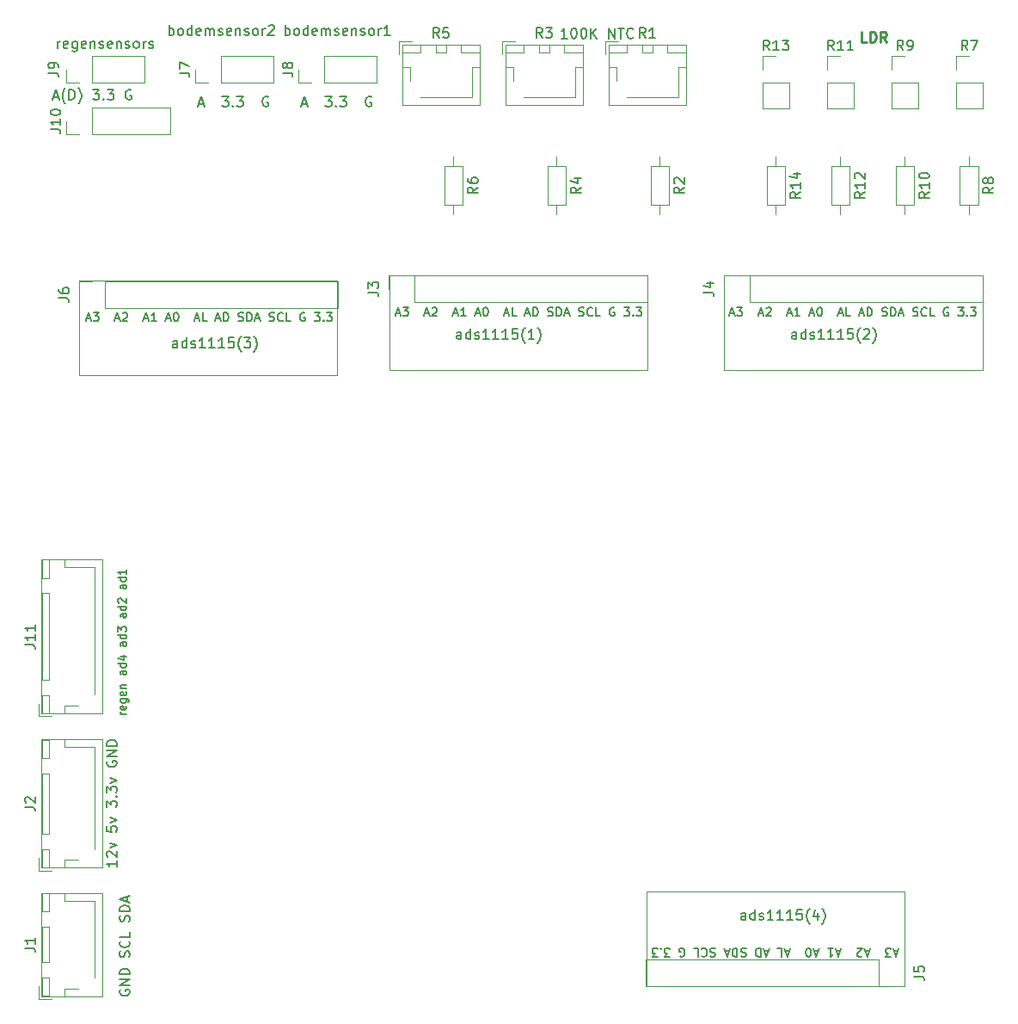
<source format=gbr>
%TF.GenerationSoftware,KiCad,Pcbnew,8.0.3*%
%TF.CreationDate,2024-11-03T21:20:52+01:00*%
%TF.ProjectId,weerstation-analoog,77656572-7374-4617-9469-6f6e2d616e61,rev?*%
%TF.SameCoordinates,Original*%
%TF.FileFunction,Legend,Top*%
%TF.FilePolarity,Positive*%
%FSLAX46Y46*%
G04 Gerber Fmt 4.6, Leading zero omitted, Abs format (unit mm)*
G04 Created by KiCad (PCBNEW 8.0.3) date 2024-11-03 21:20:52*
%MOMM*%
%LPD*%
G01*
G04 APERTURE LIST*
%ADD10C,0.150000*%
%ADD11C,0.100000*%
%ADD12C,0.250000*%
%ADD13C,0.200000*%
%ADD14C,0.120000*%
G04 APERTURE END LIST*
D10*
X99649348Y-104494679D02*
X99244586Y-104494679D01*
X99730300Y-104251822D02*
X99446967Y-105101822D01*
X99446967Y-105101822D02*
X99163633Y-104251822D01*
X98961253Y-105101822D02*
X98435062Y-105101822D01*
X98435062Y-105101822D02*
X98718396Y-104778013D01*
X98718396Y-104778013D02*
X98596967Y-104778013D01*
X98596967Y-104778013D02*
X98516015Y-104737537D01*
X98516015Y-104737537D02*
X98475539Y-104697060D01*
X98475539Y-104697060D02*
X98435062Y-104616108D01*
X98435062Y-104616108D02*
X98435062Y-104413727D01*
X98435062Y-104413727D02*
X98475539Y-104332775D01*
X98475539Y-104332775D02*
X98516015Y-104292299D01*
X98516015Y-104292299D02*
X98596967Y-104251822D01*
X98596967Y-104251822D02*
X98839824Y-104251822D01*
X98839824Y-104251822D02*
X98920777Y-104292299D01*
X98920777Y-104292299D02*
X98961253Y-104332775D01*
X96816015Y-104494679D02*
X96411253Y-104494679D01*
X96896967Y-104251822D02*
X96613634Y-105101822D01*
X96613634Y-105101822D02*
X96330300Y-104251822D01*
X96087444Y-105020870D02*
X96046968Y-105061346D01*
X96046968Y-105061346D02*
X95966015Y-105101822D01*
X95966015Y-105101822D02*
X95763634Y-105101822D01*
X95763634Y-105101822D02*
X95682682Y-105061346D01*
X95682682Y-105061346D02*
X95642206Y-105020870D01*
X95642206Y-105020870D02*
X95601729Y-104939918D01*
X95601729Y-104939918D02*
X95601729Y-104858965D01*
X95601729Y-104858965D02*
X95642206Y-104737537D01*
X95642206Y-104737537D02*
X96127920Y-104251822D01*
X96127920Y-104251822D02*
X95601729Y-104251822D01*
X93982682Y-104494679D02*
X93577920Y-104494679D01*
X94063634Y-104251822D02*
X93780301Y-105101822D01*
X93780301Y-105101822D02*
X93496967Y-104251822D01*
X92768396Y-104251822D02*
X93254111Y-104251822D01*
X93011254Y-104251822D02*
X93011254Y-105101822D01*
X93011254Y-105101822D02*
X93092206Y-104980394D01*
X93092206Y-104980394D02*
X93173158Y-104899441D01*
X93173158Y-104899441D02*
X93254111Y-104858965D01*
X91796968Y-104494679D02*
X91392206Y-104494679D01*
X91877920Y-104251822D02*
X91594587Y-105101822D01*
X91594587Y-105101822D02*
X91311253Y-104251822D01*
X90866016Y-105101822D02*
X90785063Y-105101822D01*
X90785063Y-105101822D02*
X90704111Y-105061346D01*
X90704111Y-105061346D02*
X90663635Y-105020870D01*
X90663635Y-105020870D02*
X90623159Y-104939918D01*
X90623159Y-104939918D02*
X90582682Y-104778013D01*
X90582682Y-104778013D02*
X90582682Y-104575632D01*
X90582682Y-104575632D02*
X90623159Y-104413727D01*
X90623159Y-104413727D02*
X90663635Y-104332775D01*
X90663635Y-104332775D02*
X90704111Y-104292299D01*
X90704111Y-104292299D02*
X90785063Y-104251822D01*
X90785063Y-104251822D02*
X90866016Y-104251822D01*
X90866016Y-104251822D02*
X90946968Y-104292299D01*
X90946968Y-104292299D02*
X90987444Y-104332775D01*
X90987444Y-104332775D02*
X91027921Y-104413727D01*
X91027921Y-104413727D02*
X91068397Y-104575632D01*
X91068397Y-104575632D02*
X91068397Y-104778013D01*
X91068397Y-104778013D02*
X91027921Y-104939918D01*
X91027921Y-104939918D02*
X90987444Y-105020870D01*
X90987444Y-105020870D02*
X90946968Y-105061346D01*
X90946968Y-105061346D02*
X90866016Y-105101822D01*
X88963635Y-104494679D02*
X88558873Y-104494679D01*
X89044587Y-104251822D02*
X88761254Y-105101822D01*
X88761254Y-105101822D02*
X88477920Y-104251822D01*
X87789826Y-104251822D02*
X88194588Y-104251822D01*
X88194588Y-104251822D02*
X88194588Y-105101822D01*
X86899350Y-104494679D02*
X86494588Y-104494679D01*
X86980302Y-104251822D02*
X86696969Y-105101822D01*
X86696969Y-105101822D02*
X86413635Y-104251822D01*
X86130303Y-104251822D02*
X86130303Y-105101822D01*
X86130303Y-105101822D02*
X85927922Y-105101822D01*
X85927922Y-105101822D02*
X85806493Y-105061346D01*
X85806493Y-105061346D02*
X85725541Y-104980394D01*
X85725541Y-104980394D02*
X85685064Y-104899441D01*
X85685064Y-104899441D02*
X85644588Y-104737537D01*
X85644588Y-104737537D02*
X85644588Y-104616108D01*
X85644588Y-104616108D02*
X85685064Y-104454203D01*
X85685064Y-104454203D02*
X85725541Y-104373251D01*
X85725541Y-104373251D02*
X85806493Y-104292299D01*
X85806493Y-104292299D02*
X85927922Y-104251822D01*
X85927922Y-104251822D02*
X86130303Y-104251822D01*
X84673160Y-104292299D02*
X84551731Y-104251822D01*
X84551731Y-104251822D02*
X84349350Y-104251822D01*
X84349350Y-104251822D02*
X84268398Y-104292299D01*
X84268398Y-104292299D02*
X84227922Y-104332775D01*
X84227922Y-104332775D02*
X84187445Y-104413727D01*
X84187445Y-104413727D02*
X84187445Y-104494679D01*
X84187445Y-104494679D02*
X84227922Y-104575632D01*
X84227922Y-104575632D02*
X84268398Y-104616108D01*
X84268398Y-104616108D02*
X84349350Y-104656584D01*
X84349350Y-104656584D02*
X84511255Y-104697060D01*
X84511255Y-104697060D02*
X84592207Y-104737537D01*
X84592207Y-104737537D02*
X84632684Y-104778013D01*
X84632684Y-104778013D02*
X84673160Y-104858965D01*
X84673160Y-104858965D02*
X84673160Y-104939918D01*
X84673160Y-104939918D02*
X84632684Y-105020870D01*
X84632684Y-105020870D02*
X84592207Y-105061346D01*
X84592207Y-105061346D02*
X84511255Y-105101822D01*
X84511255Y-105101822D02*
X84308874Y-105101822D01*
X84308874Y-105101822D02*
X84187445Y-105061346D01*
X83823160Y-104251822D02*
X83823160Y-105101822D01*
X83823160Y-105101822D02*
X83620779Y-105101822D01*
X83620779Y-105101822D02*
X83499350Y-105061346D01*
X83499350Y-105061346D02*
X83418398Y-104980394D01*
X83418398Y-104980394D02*
X83377921Y-104899441D01*
X83377921Y-104899441D02*
X83337445Y-104737537D01*
X83337445Y-104737537D02*
X83337445Y-104616108D01*
X83337445Y-104616108D02*
X83377921Y-104454203D01*
X83377921Y-104454203D02*
X83418398Y-104373251D01*
X83418398Y-104373251D02*
X83499350Y-104292299D01*
X83499350Y-104292299D02*
X83620779Y-104251822D01*
X83620779Y-104251822D02*
X83823160Y-104251822D01*
X83013636Y-104494679D02*
X82608874Y-104494679D01*
X83094588Y-104251822D02*
X82811255Y-105101822D01*
X82811255Y-105101822D02*
X82527921Y-104251822D01*
X81637446Y-104292299D02*
X81516017Y-104251822D01*
X81516017Y-104251822D02*
X81313636Y-104251822D01*
X81313636Y-104251822D02*
X81232684Y-104292299D01*
X81232684Y-104292299D02*
X81192208Y-104332775D01*
X81192208Y-104332775D02*
X81151731Y-104413727D01*
X81151731Y-104413727D02*
X81151731Y-104494679D01*
X81151731Y-104494679D02*
X81192208Y-104575632D01*
X81192208Y-104575632D02*
X81232684Y-104616108D01*
X81232684Y-104616108D02*
X81313636Y-104656584D01*
X81313636Y-104656584D02*
X81475541Y-104697060D01*
X81475541Y-104697060D02*
X81556493Y-104737537D01*
X81556493Y-104737537D02*
X81596970Y-104778013D01*
X81596970Y-104778013D02*
X81637446Y-104858965D01*
X81637446Y-104858965D02*
X81637446Y-104939918D01*
X81637446Y-104939918D02*
X81596970Y-105020870D01*
X81596970Y-105020870D02*
X81556493Y-105061346D01*
X81556493Y-105061346D02*
X81475541Y-105101822D01*
X81475541Y-105101822D02*
X81273160Y-105101822D01*
X81273160Y-105101822D02*
X81151731Y-105061346D01*
X80301731Y-104332775D02*
X80342207Y-104292299D01*
X80342207Y-104292299D02*
X80463636Y-104251822D01*
X80463636Y-104251822D02*
X80544588Y-104251822D01*
X80544588Y-104251822D02*
X80666017Y-104292299D01*
X80666017Y-104292299D02*
X80746969Y-104373251D01*
X80746969Y-104373251D02*
X80787446Y-104454203D01*
X80787446Y-104454203D02*
X80827922Y-104616108D01*
X80827922Y-104616108D02*
X80827922Y-104737537D01*
X80827922Y-104737537D02*
X80787446Y-104899441D01*
X80787446Y-104899441D02*
X80746969Y-104980394D01*
X80746969Y-104980394D02*
X80666017Y-105061346D01*
X80666017Y-105061346D02*
X80544588Y-105101822D01*
X80544588Y-105101822D02*
X80463636Y-105101822D01*
X80463636Y-105101822D02*
X80342207Y-105061346D01*
X80342207Y-105061346D02*
X80301731Y-105020870D01*
X79532684Y-104251822D02*
X79937446Y-104251822D01*
X79937446Y-104251822D02*
X79937446Y-105101822D01*
X78156493Y-105061346D02*
X78237446Y-105101822D01*
X78237446Y-105101822D02*
X78358874Y-105101822D01*
X78358874Y-105101822D02*
X78480303Y-105061346D01*
X78480303Y-105061346D02*
X78561255Y-104980394D01*
X78561255Y-104980394D02*
X78601732Y-104899441D01*
X78601732Y-104899441D02*
X78642208Y-104737537D01*
X78642208Y-104737537D02*
X78642208Y-104616108D01*
X78642208Y-104616108D02*
X78601732Y-104454203D01*
X78601732Y-104454203D02*
X78561255Y-104373251D01*
X78561255Y-104373251D02*
X78480303Y-104292299D01*
X78480303Y-104292299D02*
X78358874Y-104251822D01*
X78358874Y-104251822D02*
X78277922Y-104251822D01*
X78277922Y-104251822D02*
X78156493Y-104292299D01*
X78156493Y-104292299D02*
X78116017Y-104332775D01*
X78116017Y-104332775D02*
X78116017Y-104616108D01*
X78116017Y-104616108D02*
X78277922Y-104616108D01*
X77185065Y-105101822D02*
X76658874Y-105101822D01*
X76658874Y-105101822D02*
X76942208Y-104778013D01*
X76942208Y-104778013D02*
X76820779Y-104778013D01*
X76820779Y-104778013D02*
X76739827Y-104737537D01*
X76739827Y-104737537D02*
X76699351Y-104697060D01*
X76699351Y-104697060D02*
X76658874Y-104616108D01*
X76658874Y-104616108D02*
X76658874Y-104413727D01*
X76658874Y-104413727D02*
X76699351Y-104332775D01*
X76699351Y-104332775D02*
X76739827Y-104292299D01*
X76739827Y-104292299D02*
X76820779Y-104251822D01*
X76820779Y-104251822D02*
X77063636Y-104251822D01*
X77063636Y-104251822D02*
X77144589Y-104292299D01*
X77144589Y-104292299D02*
X77185065Y-104332775D01*
X76294589Y-104332775D02*
X76254112Y-104292299D01*
X76254112Y-104292299D02*
X76294589Y-104251822D01*
X76294589Y-104251822D02*
X76335065Y-104292299D01*
X76335065Y-104292299D02*
X76294589Y-104332775D01*
X76294589Y-104332775D02*
X76294589Y-104251822D01*
X75970779Y-105101822D02*
X75444588Y-105101822D01*
X75444588Y-105101822D02*
X75727922Y-104778013D01*
X75727922Y-104778013D02*
X75606493Y-104778013D01*
X75606493Y-104778013D02*
X75525541Y-104737537D01*
X75525541Y-104737537D02*
X75485065Y-104697060D01*
X75485065Y-104697060D02*
X75444588Y-104616108D01*
X75444588Y-104616108D02*
X75444588Y-104413727D01*
X75444588Y-104413727D02*
X75485065Y-104332775D01*
X75485065Y-104332775D02*
X75525541Y-104292299D01*
X75525541Y-104292299D02*
X75606493Y-104251822D01*
X75606493Y-104251822D02*
X75849350Y-104251822D01*
X75849350Y-104251822D02*
X75930303Y-104292299D01*
X75930303Y-104292299D02*
X75970779Y-104332775D01*
X19730651Y-42317320D02*
X20135413Y-42317320D01*
X19649699Y-42560177D02*
X19933032Y-41710177D01*
X19933032Y-41710177D02*
X20216366Y-42560177D01*
X20418746Y-41710177D02*
X20944937Y-41710177D01*
X20944937Y-41710177D02*
X20661603Y-42033986D01*
X20661603Y-42033986D02*
X20783032Y-42033986D01*
X20783032Y-42033986D02*
X20863984Y-42074462D01*
X20863984Y-42074462D02*
X20904460Y-42114939D01*
X20904460Y-42114939D02*
X20944937Y-42195891D01*
X20944937Y-42195891D02*
X20944937Y-42398272D01*
X20944937Y-42398272D02*
X20904460Y-42479224D01*
X20904460Y-42479224D02*
X20863984Y-42519701D01*
X20863984Y-42519701D02*
X20783032Y-42560177D01*
X20783032Y-42560177D02*
X20540175Y-42560177D01*
X20540175Y-42560177D02*
X20459222Y-42519701D01*
X20459222Y-42519701D02*
X20418746Y-42479224D01*
X22563984Y-42317320D02*
X22968746Y-42317320D01*
X22483032Y-42560177D02*
X22766365Y-41710177D01*
X22766365Y-41710177D02*
X23049699Y-42560177D01*
X23292555Y-41791129D02*
X23333031Y-41750653D01*
X23333031Y-41750653D02*
X23413984Y-41710177D01*
X23413984Y-41710177D02*
X23616365Y-41710177D01*
X23616365Y-41710177D02*
X23697317Y-41750653D01*
X23697317Y-41750653D02*
X23737793Y-41791129D01*
X23737793Y-41791129D02*
X23778270Y-41872081D01*
X23778270Y-41872081D02*
X23778270Y-41953034D01*
X23778270Y-41953034D02*
X23737793Y-42074462D01*
X23737793Y-42074462D02*
X23252079Y-42560177D01*
X23252079Y-42560177D02*
X23778270Y-42560177D01*
X25397317Y-42317320D02*
X25802079Y-42317320D01*
X25316365Y-42560177D02*
X25599698Y-41710177D01*
X25599698Y-41710177D02*
X25883032Y-42560177D01*
X26611603Y-42560177D02*
X26125888Y-42560177D01*
X26368745Y-42560177D02*
X26368745Y-41710177D01*
X26368745Y-41710177D02*
X26287793Y-41831605D01*
X26287793Y-41831605D02*
X26206841Y-41912558D01*
X26206841Y-41912558D02*
X26125888Y-41953034D01*
X27583031Y-42317320D02*
X27987793Y-42317320D01*
X27502079Y-42560177D02*
X27785412Y-41710177D01*
X27785412Y-41710177D02*
X28068746Y-42560177D01*
X28513983Y-41710177D02*
X28594936Y-41710177D01*
X28594936Y-41710177D02*
X28675888Y-41750653D01*
X28675888Y-41750653D02*
X28716364Y-41791129D01*
X28716364Y-41791129D02*
X28756840Y-41872081D01*
X28756840Y-41872081D02*
X28797317Y-42033986D01*
X28797317Y-42033986D02*
X28797317Y-42236367D01*
X28797317Y-42236367D02*
X28756840Y-42398272D01*
X28756840Y-42398272D02*
X28716364Y-42479224D01*
X28716364Y-42479224D02*
X28675888Y-42519701D01*
X28675888Y-42519701D02*
X28594936Y-42560177D01*
X28594936Y-42560177D02*
X28513983Y-42560177D01*
X28513983Y-42560177D02*
X28433031Y-42519701D01*
X28433031Y-42519701D02*
X28392555Y-42479224D01*
X28392555Y-42479224D02*
X28352078Y-42398272D01*
X28352078Y-42398272D02*
X28311602Y-42236367D01*
X28311602Y-42236367D02*
X28311602Y-42033986D01*
X28311602Y-42033986D02*
X28352078Y-41872081D01*
X28352078Y-41872081D02*
X28392555Y-41791129D01*
X28392555Y-41791129D02*
X28433031Y-41750653D01*
X28433031Y-41750653D02*
X28513983Y-41710177D01*
X30416364Y-42317320D02*
X30821126Y-42317320D01*
X30335412Y-42560177D02*
X30618745Y-41710177D01*
X30618745Y-41710177D02*
X30902079Y-42560177D01*
X31590173Y-42560177D02*
X31185411Y-42560177D01*
X31185411Y-42560177D02*
X31185411Y-41710177D01*
X32480649Y-42317320D02*
X32885411Y-42317320D01*
X32399697Y-42560177D02*
X32683030Y-41710177D01*
X32683030Y-41710177D02*
X32966364Y-42560177D01*
X33249696Y-42560177D02*
X33249696Y-41710177D01*
X33249696Y-41710177D02*
X33452077Y-41710177D01*
X33452077Y-41710177D02*
X33573506Y-41750653D01*
X33573506Y-41750653D02*
X33654458Y-41831605D01*
X33654458Y-41831605D02*
X33694935Y-41912558D01*
X33694935Y-41912558D02*
X33735411Y-42074462D01*
X33735411Y-42074462D02*
X33735411Y-42195891D01*
X33735411Y-42195891D02*
X33694935Y-42357796D01*
X33694935Y-42357796D02*
X33654458Y-42438748D01*
X33654458Y-42438748D02*
X33573506Y-42519701D01*
X33573506Y-42519701D02*
X33452077Y-42560177D01*
X33452077Y-42560177D02*
X33249696Y-42560177D01*
X34706839Y-42519701D02*
X34828268Y-42560177D01*
X34828268Y-42560177D02*
X35030649Y-42560177D01*
X35030649Y-42560177D02*
X35111601Y-42519701D01*
X35111601Y-42519701D02*
X35152077Y-42479224D01*
X35152077Y-42479224D02*
X35192554Y-42398272D01*
X35192554Y-42398272D02*
X35192554Y-42317320D01*
X35192554Y-42317320D02*
X35152077Y-42236367D01*
X35152077Y-42236367D02*
X35111601Y-42195891D01*
X35111601Y-42195891D02*
X35030649Y-42155415D01*
X35030649Y-42155415D02*
X34868744Y-42114939D01*
X34868744Y-42114939D02*
X34787792Y-42074462D01*
X34787792Y-42074462D02*
X34747315Y-42033986D01*
X34747315Y-42033986D02*
X34706839Y-41953034D01*
X34706839Y-41953034D02*
X34706839Y-41872081D01*
X34706839Y-41872081D02*
X34747315Y-41791129D01*
X34747315Y-41791129D02*
X34787792Y-41750653D01*
X34787792Y-41750653D02*
X34868744Y-41710177D01*
X34868744Y-41710177D02*
X35071125Y-41710177D01*
X35071125Y-41710177D02*
X35192554Y-41750653D01*
X35556839Y-42560177D02*
X35556839Y-41710177D01*
X35556839Y-41710177D02*
X35759220Y-41710177D01*
X35759220Y-41710177D02*
X35880649Y-41750653D01*
X35880649Y-41750653D02*
X35961601Y-41831605D01*
X35961601Y-41831605D02*
X36002078Y-41912558D01*
X36002078Y-41912558D02*
X36042554Y-42074462D01*
X36042554Y-42074462D02*
X36042554Y-42195891D01*
X36042554Y-42195891D02*
X36002078Y-42357796D01*
X36002078Y-42357796D02*
X35961601Y-42438748D01*
X35961601Y-42438748D02*
X35880649Y-42519701D01*
X35880649Y-42519701D02*
X35759220Y-42560177D01*
X35759220Y-42560177D02*
X35556839Y-42560177D01*
X36366363Y-42317320D02*
X36771125Y-42317320D01*
X36285411Y-42560177D02*
X36568744Y-41710177D01*
X36568744Y-41710177D02*
X36852078Y-42560177D01*
X37742553Y-42519701D02*
X37863982Y-42560177D01*
X37863982Y-42560177D02*
X38066363Y-42560177D01*
X38066363Y-42560177D02*
X38147315Y-42519701D01*
X38147315Y-42519701D02*
X38187791Y-42479224D01*
X38187791Y-42479224D02*
X38228268Y-42398272D01*
X38228268Y-42398272D02*
X38228268Y-42317320D01*
X38228268Y-42317320D02*
X38187791Y-42236367D01*
X38187791Y-42236367D02*
X38147315Y-42195891D01*
X38147315Y-42195891D02*
X38066363Y-42155415D01*
X38066363Y-42155415D02*
X37904458Y-42114939D01*
X37904458Y-42114939D02*
X37823506Y-42074462D01*
X37823506Y-42074462D02*
X37783029Y-42033986D01*
X37783029Y-42033986D02*
X37742553Y-41953034D01*
X37742553Y-41953034D02*
X37742553Y-41872081D01*
X37742553Y-41872081D02*
X37783029Y-41791129D01*
X37783029Y-41791129D02*
X37823506Y-41750653D01*
X37823506Y-41750653D02*
X37904458Y-41710177D01*
X37904458Y-41710177D02*
X38106839Y-41710177D01*
X38106839Y-41710177D02*
X38228268Y-41750653D01*
X39078268Y-42479224D02*
X39037792Y-42519701D01*
X39037792Y-42519701D02*
X38916363Y-42560177D01*
X38916363Y-42560177D02*
X38835411Y-42560177D01*
X38835411Y-42560177D02*
X38713982Y-42519701D01*
X38713982Y-42519701D02*
X38633030Y-42438748D01*
X38633030Y-42438748D02*
X38592553Y-42357796D01*
X38592553Y-42357796D02*
X38552077Y-42195891D01*
X38552077Y-42195891D02*
X38552077Y-42074462D01*
X38552077Y-42074462D02*
X38592553Y-41912558D01*
X38592553Y-41912558D02*
X38633030Y-41831605D01*
X38633030Y-41831605D02*
X38713982Y-41750653D01*
X38713982Y-41750653D02*
X38835411Y-41710177D01*
X38835411Y-41710177D02*
X38916363Y-41710177D01*
X38916363Y-41710177D02*
X39037792Y-41750653D01*
X39037792Y-41750653D02*
X39078268Y-41791129D01*
X39847315Y-42560177D02*
X39442553Y-42560177D01*
X39442553Y-42560177D02*
X39442553Y-41710177D01*
X41223506Y-41750653D02*
X41142553Y-41710177D01*
X41142553Y-41710177D02*
X41021125Y-41710177D01*
X41021125Y-41710177D02*
X40899696Y-41750653D01*
X40899696Y-41750653D02*
X40818744Y-41831605D01*
X40818744Y-41831605D02*
X40778267Y-41912558D01*
X40778267Y-41912558D02*
X40737791Y-42074462D01*
X40737791Y-42074462D02*
X40737791Y-42195891D01*
X40737791Y-42195891D02*
X40778267Y-42357796D01*
X40778267Y-42357796D02*
X40818744Y-42438748D01*
X40818744Y-42438748D02*
X40899696Y-42519701D01*
X40899696Y-42519701D02*
X41021125Y-42560177D01*
X41021125Y-42560177D02*
X41102077Y-42560177D01*
X41102077Y-42560177D02*
X41223506Y-42519701D01*
X41223506Y-42519701D02*
X41263982Y-42479224D01*
X41263982Y-42479224D02*
X41263982Y-42195891D01*
X41263982Y-42195891D02*
X41102077Y-42195891D01*
X42194934Y-41710177D02*
X42721125Y-41710177D01*
X42721125Y-41710177D02*
X42437791Y-42033986D01*
X42437791Y-42033986D02*
X42559220Y-42033986D01*
X42559220Y-42033986D02*
X42640172Y-42074462D01*
X42640172Y-42074462D02*
X42680648Y-42114939D01*
X42680648Y-42114939D02*
X42721125Y-42195891D01*
X42721125Y-42195891D02*
X42721125Y-42398272D01*
X42721125Y-42398272D02*
X42680648Y-42479224D01*
X42680648Y-42479224D02*
X42640172Y-42519701D01*
X42640172Y-42519701D02*
X42559220Y-42560177D01*
X42559220Y-42560177D02*
X42316363Y-42560177D01*
X42316363Y-42560177D02*
X42235410Y-42519701D01*
X42235410Y-42519701D02*
X42194934Y-42479224D01*
X43085410Y-42479224D02*
X43125887Y-42519701D01*
X43125887Y-42519701D02*
X43085410Y-42560177D01*
X43085410Y-42560177D02*
X43044934Y-42519701D01*
X43044934Y-42519701D02*
X43085410Y-42479224D01*
X43085410Y-42479224D02*
X43085410Y-42560177D01*
X43409220Y-41710177D02*
X43935411Y-41710177D01*
X43935411Y-41710177D02*
X43652077Y-42033986D01*
X43652077Y-42033986D02*
X43773506Y-42033986D01*
X43773506Y-42033986D02*
X43854458Y-42074462D01*
X43854458Y-42074462D02*
X43894934Y-42114939D01*
X43894934Y-42114939D02*
X43935411Y-42195891D01*
X43935411Y-42195891D02*
X43935411Y-42398272D01*
X43935411Y-42398272D02*
X43894934Y-42479224D01*
X43894934Y-42479224D02*
X43854458Y-42519701D01*
X43854458Y-42519701D02*
X43773506Y-42560177D01*
X43773506Y-42560177D02*
X43530649Y-42560177D01*
X43530649Y-42560177D02*
X43449696Y-42519701D01*
X43449696Y-42519701D02*
X43409220Y-42479224D01*
X50210651Y-41809320D02*
X50615413Y-41809320D01*
X50129699Y-42052177D02*
X50413032Y-41202177D01*
X50413032Y-41202177D02*
X50696366Y-42052177D01*
X50898746Y-41202177D02*
X51424937Y-41202177D01*
X51424937Y-41202177D02*
X51141603Y-41525986D01*
X51141603Y-41525986D02*
X51263032Y-41525986D01*
X51263032Y-41525986D02*
X51343984Y-41566462D01*
X51343984Y-41566462D02*
X51384460Y-41606939D01*
X51384460Y-41606939D02*
X51424937Y-41687891D01*
X51424937Y-41687891D02*
X51424937Y-41890272D01*
X51424937Y-41890272D02*
X51384460Y-41971224D01*
X51384460Y-41971224D02*
X51343984Y-42011701D01*
X51343984Y-42011701D02*
X51263032Y-42052177D01*
X51263032Y-42052177D02*
X51020175Y-42052177D01*
X51020175Y-42052177D02*
X50939222Y-42011701D01*
X50939222Y-42011701D02*
X50898746Y-41971224D01*
X53043984Y-41809320D02*
X53448746Y-41809320D01*
X52963032Y-42052177D02*
X53246365Y-41202177D01*
X53246365Y-41202177D02*
X53529699Y-42052177D01*
X53772555Y-41283129D02*
X53813031Y-41242653D01*
X53813031Y-41242653D02*
X53893984Y-41202177D01*
X53893984Y-41202177D02*
X54096365Y-41202177D01*
X54096365Y-41202177D02*
X54177317Y-41242653D01*
X54177317Y-41242653D02*
X54217793Y-41283129D01*
X54217793Y-41283129D02*
X54258270Y-41364081D01*
X54258270Y-41364081D02*
X54258270Y-41445034D01*
X54258270Y-41445034D02*
X54217793Y-41566462D01*
X54217793Y-41566462D02*
X53732079Y-42052177D01*
X53732079Y-42052177D02*
X54258270Y-42052177D01*
X55877317Y-41809320D02*
X56282079Y-41809320D01*
X55796365Y-42052177D02*
X56079698Y-41202177D01*
X56079698Y-41202177D02*
X56363032Y-42052177D01*
X57091603Y-42052177D02*
X56605888Y-42052177D01*
X56848745Y-42052177D02*
X56848745Y-41202177D01*
X56848745Y-41202177D02*
X56767793Y-41323605D01*
X56767793Y-41323605D02*
X56686841Y-41404558D01*
X56686841Y-41404558D02*
X56605888Y-41445034D01*
X58063031Y-41809320D02*
X58467793Y-41809320D01*
X57982079Y-42052177D02*
X58265412Y-41202177D01*
X58265412Y-41202177D02*
X58548746Y-42052177D01*
X58993983Y-41202177D02*
X59074936Y-41202177D01*
X59074936Y-41202177D02*
X59155888Y-41242653D01*
X59155888Y-41242653D02*
X59196364Y-41283129D01*
X59196364Y-41283129D02*
X59236840Y-41364081D01*
X59236840Y-41364081D02*
X59277317Y-41525986D01*
X59277317Y-41525986D02*
X59277317Y-41728367D01*
X59277317Y-41728367D02*
X59236840Y-41890272D01*
X59236840Y-41890272D02*
X59196364Y-41971224D01*
X59196364Y-41971224D02*
X59155888Y-42011701D01*
X59155888Y-42011701D02*
X59074936Y-42052177D01*
X59074936Y-42052177D02*
X58993983Y-42052177D01*
X58993983Y-42052177D02*
X58913031Y-42011701D01*
X58913031Y-42011701D02*
X58872555Y-41971224D01*
X58872555Y-41971224D02*
X58832078Y-41890272D01*
X58832078Y-41890272D02*
X58791602Y-41728367D01*
X58791602Y-41728367D02*
X58791602Y-41525986D01*
X58791602Y-41525986D02*
X58832078Y-41364081D01*
X58832078Y-41364081D02*
X58872555Y-41283129D01*
X58872555Y-41283129D02*
X58913031Y-41242653D01*
X58913031Y-41242653D02*
X58993983Y-41202177D01*
X60896364Y-41809320D02*
X61301126Y-41809320D01*
X60815412Y-42052177D02*
X61098745Y-41202177D01*
X61098745Y-41202177D02*
X61382079Y-42052177D01*
X62070173Y-42052177D02*
X61665411Y-42052177D01*
X61665411Y-42052177D02*
X61665411Y-41202177D01*
X62960649Y-41809320D02*
X63365411Y-41809320D01*
X62879697Y-42052177D02*
X63163030Y-41202177D01*
X63163030Y-41202177D02*
X63446364Y-42052177D01*
X63729696Y-42052177D02*
X63729696Y-41202177D01*
X63729696Y-41202177D02*
X63932077Y-41202177D01*
X63932077Y-41202177D02*
X64053506Y-41242653D01*
X64053506Y-41242653D02*
X64134458Y-41323605D01*
X64134458Y-41323605D02*
X64174935Y-41404558D01*
X64174935Y-41404558D02*
X64215411Y-41566462D01*
X64215411Y-41566462D02*
X64215411Y-41687891D01*
X64215411Y-41687891D02*
X64174935Y-41849796D01*
X64174935Y-41849796D02*
X64134458Y-41930748D01*
X64134458Y-41930748D02*
X64053506Y-42011701D01*
X64053506Y-42011701D02*
X63932077Y-42052177D01*
X63932077Y-42052177D02*
X63729696Y-42052177D01*
X65186839Y-42011701D02*
X65308268Y-42052177D01*
X65308268Y-42052177D02*
X65510649Y-42052177D01*
X65510649Y-42052177D02*
X65591601Y-42011701D01*
X65591601Y-42011701D02*
X65632077Y-41971224D01*
X65632077Y-41971224D02*
X65672554Y-41890272D01*
X65672554Y-41890272D02*
X65672554Y-41809320D01*
X65672554Y-41809320D02*
X65632077Y-41728367D01*
X65632077Y-41728367D02*
X65591601Y-41687891D01*
X65591601Y-41687891D02*
X65510649Y-41647415D01*
X65510649Y-41647415D02*
X65348744Y-41606939D01*
X65348744Y-41606939D02*
X65267792Y-41566462D01*
X65267792Y-41566462D02*
X65227315Y-41525986D01*
X65227315Y-41525986D02*
X65186839Y-41445034D01*
X65186839Y-41445034D02*
X65186839Y-41364081D01*
X65186839Y-41364081D02*
X65227315Y-41283129D01*
X65227315Y-41283129D02*
X65267792Y-41242653D01*
X65267792Y-41242653D02*
X65348744Y-41202177D01*
X65348744Y-41202177D02*
X65551125Y-41202177D01*
X65551125Y-41202177D02*
X65672554Y-41242653D01*
X66036839Y-42052177D02*
X66036839Y-41202177D01*
X66036839Y-41202177D02*
X66239220Y-41202177D01*
X66239220Y-41202177D02*
X66360649Y-41242653D01*
X66360649Y-41242653D02*
X66441601Y-41323605D01*
X66441601Y-41323605D02*
X66482078Y-41404558D01*
X66482078Y-41404558D02*
X66522554Y-41566462D01*
X66522554Y-41566462D02*
X66522554Y-41687891D01*
X66522554Y-41687891D02*
X66482078Y-41849796D01*
X66482078Y-41849796D02*
X66441601Y-41930748D01*
X66441601Y-41930748D02*
X66360649Y-42011701D01*
X66360649Y-42011701D02*
X66239220Y-42052177D01*
X66239220Y-42052177D02*
X66036839Y-42052177D01*
X66846363Y-41809320D02*
X67251125Y-41809320D01*
X66765411Y-42052177D02*
X67048744Y-41202177D01*
X67048744Y-41202177D02*
X67332078Y-42052177D01*
X68222553Y-42011701D02*
X68343982Y-42052177D01*
X68343982Y-42052177D02*
X68546363Y-42052177D01*
X68546363Y-42052177D02*
X68627315Y-42011701D01*
X68627315Y-42011701D02*
X68667791Y-41971224D01*
X68667791Y-41971224D02*
X68708268Y-41890272D01*
X68708268Y-41890272D02*
X68708268Y-41809320D01*
X68708268Y-41809320D02*
X68667791Y-41728367D01*
X68667791Y-41728367D02*
X68627315Y-41687891D01*
X68627315Y-41687891D02*
X68546363Y-41647415D01*
X68546363Y-41647415D02*
X68384458Y-41606939D01*
X68384458Y-41606939D02*
X68303506Y-41566462D01*
X68303506Y-41566462D02*
X68263029Y-41525986D01*
X68263029Y-41525986D02*
X68222553Y-41445034D01*
X68222553Y-41445034D02*
X68222553Y-41364081D01*
X68222553Y-41364081D02*
X68263029Y-41283129D01*
X68263029Y-41283129D02*
X68303506Y-41242653D01*
X68303506Y-41242653D02*
X68384458Y-41202177D01*
X68384458Y-41202177D02*
X68586839Y-41202177D01*
X68586839Y-41202177D02*
X68708268Y-41242653D01*
X69558268Y-41971224D02*
X69517792Y-42011701D01*
X69517792Y-42011701D02*
X69396363Y-42052177D01*
X69396363Y-42052177D02*
X69315411Y-42052177D01*
X69315411Y-42052177D02*
X69193982Y-42011701D01*
X69193982Y-42011701D02*
X69113030Y-41930748D01*
X69113030Y-41930748D02*
X69072553Y-41849796D01*
X69072553Y-41849796D02*
X69032077Y-41687891D01*
X69032077Y-41687891D02*
X69032077Y-41566462D01*
X69032077Y-41566462D02*
X69072553Y-41404558D01*
X69072553Y-41404558D02*
X69113030Y-41323605D01*
X69113030Y-41323605D02*
X69193982Y-41242653D01*
X69193982Y-41242653D02*
X69315411Y-41202177D01*
X69315411Y-41202177D02*
X69396363Y-41202177D01*
X69396363Y-41202177D02*
X69517792Y-41242653D01*
X69517792Y-41242653D02*
X69558268Y-41283129D01*
X70327315Y-42052177D02*
X69922553Y-42052177D01*
X69922553Y-42052177D02*
X69922553Y-41202177D01*
X71703506Y-41242653D02*
X71622553Y-41202177D01*
X71622553Y-41202177D02*
X71501125Y-41202177D01*
X71501125Y-41202177D02*
X71379696Y-41242653D01*
X71379696Y-41242653D02*
X71298744Y-41323605D01*
X71298744Y-41323605D02*
X71258267Y-41404558D01*
X71258267Y-41404558D02*
X71217791Y-41566462D01*
X71217791Y-41566462D02*
X71217791Y-41687891D01*
X71217791Y-41687891D02*
X71258267Y-41849796D01*
X71258267Y-41849796D02*
X71298744Y-41930748D01*
X71298744Y-41930748D02*
X71379696Y-42011701D01*
X71379696Y-42011701D02*
X71501125Y-42052177D01*
X71501125Y-42052177D02*
X71582077Y-42052177D01*
X71582077Y-42052177D02*
X71703506Y-42011701D01*
X71703506Y-42011701D02*
X71743982Y-41971224D01*
X71743982Y-41971224D02*
X71743982Y-41687891D01*
X71743982Y-41687891D02*
X71582077Y-41687891D01*
X72674934Y-41202177D02*
X73201125Y-41202177D01*
X73201125Y-41202177D02*
X72917791Y-41525986D01*
X72917791Y-41525986D02*
X73039220Y-41525986D01*
X73039220Y-41525986D02*
X73120172Y-41566462D01*
X73120172Y-41566462D02*
X73160648Y-41606939D01*
X73160648Y-41606939D02*
X73201125Y-41687891D01*
X73201125Y-41687891D02*
X73201125Y-41890272D01*
X73201125Y-41890272D02*
X73160648Y-41971224D01*
X73160648Y-41971224D02*
X73120172Y-42011701D01*
X73120172Y-42011701D02*
X73039220Y-42052177D01*
X73039220Y-42052177D02*
X72796363Y-42052177D01*
X72796363Y-42052177D02*
X72715410Y-42011701D01*
X72715410Y-42011701D02*
X72674934Y-41971224D01*
X73565410Y-41971224D02*
X73605887Y-42011701D01*
X73605887Y-42011701D02*
X73565410Y-42052177D01*
X73565410Y-42052177D02*
X73524934Y-42011701D01*
X73524934Y-42011701D02*
X73565410Y-41971224D01*
X73565410Y-41971224D02*
X73565410Y-42052177D01*
X73889220Y-41202177D02*
X74415411Y-41202177D01*
X74415411Y-41202177D02*
X74132077Y-41525986D01*
X74132077Y-41525986D02*
X74253506Y-41525986D01*
X74253506Y-41525986D02*
X74334458Y-41566462D01*
X74334458Y-41566462D02*
X74374934Y-41606939D01*
X74374934Y-41606939D02*
X74415411Y-41687891D01*
X74415411Y-41687891D02*
X74415411Y-41890272D01*
X74415411Y-41890272D02*
X74374934Y-41971224D01*
X74374934Y-41971224D02*
X74334458Y-42011701D01*
X74334458Y-42011701D02*
X74253506Y-42052177D01*
X74253506Y-42052177D02*
X74010649Y-42052177D01*
X74010649Y-42052177D02*
X73929696Y-42011701D01*
X73929696Y-42011701D02*
X73889220Y-41971224D01*
X30769160Y-21174104D02*
X31245350Y-21174104D01*
X30673922Y-21459819D02*
X31007255Y-20459819D01*
X31007255Y-20459819D02*
X31340588Y-21459819D01*
X33102494Y-20459819D02*
X33721541Y-20459819D01*
X33721541Y-20459819D02*
X33388208Y-20840771D01*
X33388208Y-20840771D02*
X33531065Y-20840771D01*
X33531065Y-20840771D02*
X33626303Y-20888390D01*
X33626303Y-20888390D02*
X33673922Y-20936009D01*
X33673922Y-20936009D02*
X33721541Y-21031247D01*
X33721541Y-21031247D02*
X33721541Y-21269342D01*
X33721541Y-21269342D02*
X33673922Y-21364580D01*
X33673922Y-21364580D02*
X33626303Y-21412200D01*
X33626303Y-21412200D02*
X33531065Y-21459819D01*
X33531065Y-21459819D02*
X33245351Y-21459819D01*
X33245351Y-21459819D02*
X33150113Y-21412200D01*
X33150113Y-21412200D02*
X33102494Y-21364580D01*
X34150113Y-21364580D02*
X34197732Y-21412200D01*
X34197732Y-21412200D02*
X34150113Y-21459819D01*
X34150113Y-21459819D02*
X34102494Y-21412200D01*
X34102494Y-21412200D02*
X34150113Y-21364580D01*
X34150113Y-21364580D02*
X34150113Y-21459819D01*
X34531065Y-20459819D02*
X35150112Y-20459819D01*
X35150112Y-20459819D02*
X34816779Y-20840771D01*
X34816779Y-20840771D02*
X34959636Y-20840771D01*
X34959636Y-20840771D02*
X35054874Y-20888390D01*
X35054874Y-20888390D02*
X35102493Y-20936009D01*
X35102493Y-20936009D02*
X35150112Y-21031247D01*
X35150112Y-21031247D02*
X35150112Y-21269342D01*
X35150112Y-21269342D02*
X35102493Y-21364580D01*
X35102493Y-21364580D02*
X35054874Y-21412200D01*
X35054874Y-21412200D02*
X34959636Y-21459819D01*
X34959636Y-21459819D02*
X34673922Y-21459819D01*
X34673922Y-21459819D02*
X34578684Y-21412200D01*
X34578684Y-21412200D02*
X34531065Y-21364580D01*
X37626303Y-20507438D02*
X37531065Y-20459819D01*
X37531065Y-20459819D02*
X37388208Y-20459819D01*
X37388208Y-20459819D02*
X37245351Y-20507438D01*
X37245351Y-20507438D02*
X37150113Y-20602676D01*
X37150113Y-20602676D02*
X37102494Y-20697914D01*
X37102494Y-20697914D02*
X37054875Y-20888390D01*
X37054875Y-20888390D02*
X37054875Y-21031247D01*
X37054875Y-21031247D02*
X37102494Y-21221723D01*
X37102494Y-21221723D02*
X37150113Y-21316961D01*
X37150113Y-21316961D02*
X37245351Y-21412200D01*
X37245351Y-21412200D02*
X37388208Y-21459819D01*
X37388208Y-21459819D02*
X37483446Y-21459819D01*
X37483446Y-21459819D02*
X37626303Y-21412200D01*
X37626303Y-21412200D02*
X37673922Y-21364580D01*
X37673922Y-21364580D02*
X37673922Y-21031247D01*
X37673922Y-21031247D02*
X37483446Y-21031247D01*
D11*
X82550000Y-38026728D02*
X108003358Y-38026728D01*
X108003358Y-47340140D01*
X82550000Y-47340140D01*
X82550000Y-38026728D01*
X49558095Y-38026728D02*
X75011453Y-38026728D01*
X75011453Y-47340140D01*
X49558095Y-47340140D01*
X49558095Y-38026728D01*
X18974212Y-38599482D02*
X44427570Y-38599482D01*
X44427570Y-47912894D01*
X18974212Y-47912894D01*
X18974212Y-38599482D01*
X74876642Y-98695062D02*
X100330000Y-98695062D01*
X100330000Y-108008474D01*
X74876642Y-108008474D01*
X74876642Y-98695062D01*
D10*
X27877142Y-14424819D02*
X27877142Y-13424819D01*
X27877142Y-13805771D02*
X27972380Y-13758152D01*
X27972380Y-13758152D02*
X28162856Y-13758152D01*
X28162856Y-13758152D02*
X28258094Y-13805771D01*
X28258094Y-13805771D02*
X28305713Y-13853390D01*
X28305713Y-13853390D02*
X28353332Y-13948628D01*
X28353332Y-13948628D02*
X28353332Y-14234342D01*
X28353332Y-14234342D02*
X28305713Y-14329580D01*
X28305713Y-14329580D02*
X28258094Y-14377200D01*
X28258094Y-14377200D02*
X28162856Y-14424819D01*
X28162856Y-14424819D02*
X27972380Y-14424819D01*
X27972380Y-14424819D02*
X27877142Y-14377200D01*
X28924761Y-14424819D02*
X28829523Y-14377200D01*
X28829523Y-14377200D02*
X28781904Y-14329580D01*
X28781904Y-14329580D02*
X28734285Y-14234342D01*
X28734285Y-14234342D02*
X28734285Y-13948628D01*
X28734285Y-13948628D02*
X28781904Y-13853390D01*
X28781904Y-13853390D02*
X28829523Y-13805771D01*
X28829523Y-13805771D02*
X28924761Y-13758152D01*
X28924761Y-13758152D02*
X29067618Y-13758152D01*
X29067618Y-13758152D02*
X29162856Y-13805771D01*
X29162856Y-13805771D02*
X29210475Y-13853390D01*
X29210475Y-13853390D02*
X29258094Y-13948628D01*
X29258094Y-13948628D02*
X29258094Y-14234342D01*
X29258094Y-14234342D02*
X29210475Y-14329580D01*
X29210475Y-14329580D02*
X29162856Y-14377200D01*
X29162856Y-14377200D02*
X29067618Y-14424819D01*
X29067618Y-14424819D02*
X28924761Y-14424819D01*
X30115237Y-14424819D02*
X30115237Y-13424819D01*
X30115237Y-14377200D02*
X30019999Y-14424819D01*
X30019999Y-14424819D02*
X29829523Y-14424819D01*
X29829523Y-14424819D02*
X29734285Y-14377200D01*
X29734285Y-14377200D02*
X29686666Y-14329580D01*
X29686666Y-14329580D02*
X29639047Y-14234342D01*
X29639047Y-14234342D02*
X29639047Y-13948628D01*
X29639047Y-13948628D02*
X29686666Y-13853390D01*
X29686666Y-13853390D02*
X29734285Y-13805771D01*
X29734285Y-13805771D02*
X29829523Y-13758152D01*
X29829523Y-13758152D02*
X30019999Y-13758152D01*
X30019999Y-13758152D02*
X30115237Y-13805771D01*
X30972380Y-14377200D02*
X30877142Y-14424819D01*
X30877142Y-14424819D02*
X30686666Y-14424819D01*
X30686666Y-14424819D02*
X30591428Y-14377200D01*
X30591428Y-14377200D02*
X30543809Y-14281961D01*
X30543809Y-14281961D02*
X30543809Y-13901009D01*
X30543809Y-13901009D02*
X30591428Y-13805771D01*
X30591428Y-13805771D02*
X30686666Y-13758152D01*
X30686666Y-13758152D02*
X30877142Y-13758152D01*
X30877142Y-13758152D02*
X30972380Y-13805771D01*
X30972380Y-13805771D02*
X31019999Y-13901009D01*
X31019999Y-13901009D02*
X31019999Y-13996247D01*
X31019999Y-13996247D02*
X30543809Y-14091485D01*
X31448571Y-14424819D02*
X31448571Y-13758152D01*
X31448571Y-13853390D02*
X31496190Y-13805771D01*
X31496190Y-13805771D02*
X31591428Y-13758152D01*
X31591428Y-13758152D02*
X31734285Y-13758152D01*
X31734285Y-13758152D02*
X31829523Y-13805771D01*
X31829523Y-13805771D02*
X31877142Y-13901009D01*
X31877142Y-13901009D02*
X31877142Y-14424819D01*
X31877142Y-13901009D02*
X31924761Y-13805771D01*
X31924761Y-13805771D02*
X32019999Y-13758152D01*
X32019999Y-13758152D02*
X32162856Y-13758152D01*
X32162856Y-13758152D02*
X32258095Y-13805771D01*
X32258095Y-13805771D02*
X32305714Y-13901009D01*
X32305714Y-13901009D02*
X32305714Y-14424819D01*
X32734285Y-14377200D02*
X32829523Y-14424819D01*
X32829523Y-14424819D02*
X33019999Y-14424819D01*
X33019999Y-14424819D02*
X33115237Y-14377200D01*
X33115237Y-14377200D02*
X33162856Y-14281961D01*
X33162856Y-14281961D02*
X33162856Y-14234342D01*
X33162856Y-14234342D02*
X33115237Y-14139104D01*
X33115237Y-14139104D02*
X33019999Y-14091485D01*
X33019999Y-14091485D02*
X32877142Y-14091485D01*
X32877142Y-14091485D02*
X32781904Y-14043866D01*
X32781904Y-14043866D02*
X32734285Y-13948628D01*
X32734285Y-13948628D02*
X32734285Y-13901009D01*
X32734285Y-13901009D02*
X32781904Y-13805771D01*
X32781904Y-13805771D02*
X32877142Y-13758152D01*
X32877142Y-13758152D02*
X33019999Y-13758152D01*
X33019999Y-13758152D02*
X33115237Y-13805771D01*
X33972380Y-14377200D02*
X33877142Y-14424819D01*
X33877142Y-14424819D02*
X33686666Y-14424819D01*
X33686666Y-14424819D02*
X33591428Y-14377200D01*
X33591428Y-14377200D02*
X33543809Y-14281961D01*
X33543809Y-14281961D02*
X33543809Y-13901009D01*
X33543809Y-13901009D02*
X33591428Y-13805771D01*
X33591428Y-13805771D02*
X33686666Y-13758152D01*
X33686666Y-13758152D02*
X33877142Y-13758152D01*
X33877142Y-13758152D02*
X33972380Y-13805771D01*
X33972380Y-13805771D02*
X34019999Y-13901009D01*
X34019999Y-13901009D02*
X34019999Y-13996247D01*
X34019999Y-13996247D02*
X33543809Y-14091485D01*
X34448571Y-13758152D02*
X34448571Y-14424819D01*
X34448571Y-13853390D02*
X34496190Y-13805771D01*
X34496190Y-13805771D02*
X34591428Y-13758152D01*
X34591428Y-13758152D02*
X34734285Y-13758152D01*
X34734285Y-13758152D02*
X34829523Y-13805771D01*
X34829523Y-13805771D02*
X34877142Y-13901009D01*
X34877142Y-13901009D02*
X34877142Y-14424819D01*
X35305714Y-14377200D02*
X35400952Y-14424819D01*
X35400952Y-14424819D02*
X35591428Y-14424819D01*
X35591428Y-14424819D02*
X35686666Y-14377200D01*
X35686666Y-14377200D02*
X35734285Y-14281961D01*
X35734285Y-14281961D02*
X35734285Y-14234342D01*
X35734285Y-14234342D02*
X35686666Y-14139104D01*
X35686666Y-14139104D02*
X35591428Y-14091485D01*
X35591428Y-14091485D02*
X35448571Y-14091485D01*
X35448571Y-14091485D02*
X35353333Y-14043866D01*
X35353333Y-14043866D02*
X35305714Y-13948628D01*
X35305714Y-13948628D02*
X35305714Y-13901009D01*
X35305714Y-13901009D02*
X35353333Y-13805771D01*
X35353333Y-13805771D02*
X35448571Y-13758152D01*
X35448571Y-13758152D02*
X35591428Y-13758152D01*
X35591428Y-13758152D02*
X35686666Y-13805771D01*
X36305714Y-14424819D02*
X36210476Y-14377200D01*
X36210476Y-14377200D02*
X36162857Y-14329580D01*
X36162857Y-14329580D02*
X36115238Y-14234342D01*
X36115238Y-14234342D02*
X36115238Y-13948628D01*
X36115238Y-13948628D02*
X36162857Y-13853390D01*
X36162857Y-13853390D02*
X36210476Y-13805771D01*
X36210476Y-13805771D02*
X36305714Y-13758152D01*
X36305714Y-13758152D02*
X36448571Y-13758152D01*
X36448571Y-13758152D02*
X36543809Y-13805771D01*
X36543809Y-13805771D02*
X36591428Y-13853390D01*
X36591428Y-13853390D02*
X36639047Y-13948628D01*
X36639047Y-13948628D02*
X36639047Y-14234342D01*
X36639047Y-14234342D02*
X36591428Y-14329580D01*
X36591428Y-14329580D02*
X36543809Y-14377200D01*
X36543809Y-14377200D02*
X36448571Y-14424819D01*
X36448571Y-14424819D02*
X36305714Y-14424819D01*
X37067619Y-14424819D02*
X37067619Y-13758152D01*
X37067619Y-13948628D02*
X37115238Y-13853390D01*
X37115238Y-13853390D02*
X37162857Y-13805771D01*
X37162857Y-13805771D02*
X37258095Y-13758152D01*
X37258095Y-13758152D02*
X37353333Y-13758152D01*
X37639048Y-13520057D02*
X37686667Y-13472438D01*
X37686667Y-13472438D02*
X37781905Y-13424819D01*
X37781905Y-13424819D02*
X38020000Y-13424819D01*
X38020000Y-13424819D02*
X38115238Y-13472438D01*
X38115238Y-13472438D02*
X38162857Y-13520057D01*
X38162857Y-13520057D02*
X38210476Y-13615295D01*
X38210476Y-13615295D02*
X38210476Y-13710533D01*
X38210476Y-13710533D02*
X38162857Y-13853390D01*
X38162857Y-13853390D02*
X37591429Y-14424819D01*
X37591429Y-14424819D02*
X38210476Y-14424819D01*
D12*
X96572624Y-15081011D02*
X96096434Y-15081011D01*
X96096434Y-15081011D02*
X96096434Y-14081011D01*
X96905958Y-15081011D02*
X96905958Y-14081011D01*
X96905958Y-14081011D02*
X97144053Y-14081011D01*
X97144053Y-14081011D02*
X97286910Y-14128630D01*
X97286910Y-14128630D02*
X97382148Y-14223868D01*
X97382148Y-14223868D02*
X97429767Y-14319106D01*
X97429767Y-14319106D02*
X97477386Y-14509582D01*
X97477386Y-14509582D02*
X97477386Y-14652439D01*
X97477386Y-14652439D02*
X97429767Y-14842915D01*
X97429767Y-14842915D02*
X97382148Y-14938153D01*
X97382148Y-14938153D02*
X97286910Y-15033392D01*
X97286910Y-15033392D02*
X97144053Y-15081011D01*
X97144053Y-15081011D02*
X96905958Y-15081011D01*
X98477386Y-15081011D02*
X98144053Y-14604820D01*
X97905958Y-15081011D02*
X97905958Y-14081011D01*
X97905958Y-14081011D02*
X98286910Y-14081011D01*
X98286910Y-14081011D02*
X98382148Y-14128630D01*
X98382148Y-14128630D02*
X98429767Y-14176249D01*
X98429767Y-14176249D02*
X98477386Y-14271487D01*
X98477386Y-14271487D02*
X98477386Y-14414344D01*
X98477386Y-14414344D02*
X98429767Y-14509582D01*
X98429767Y-14509582D02*
X98382148Y-14557201D01*
X98382148Y-14557201D02*
X98286910Y-14604820D01*
X98286910Y-14604820D02*
X97905958Y-14604820D01*
D10*
X23047438Y-108359411D02*
X22999819Y-108454649D01*
X22999819Y-108454649D02*
X22999819Y-108597506D01*
X22999819Y-108597506D02*
X23047438Y-108740363D01*
X23047438Y-108740363D02*
X23142676Y-108835601D01*
X23142676Y-108835601D02*
X23237914Y-108883220D01*
X23237914Y-108883220D02*
X23428390Y-108930839D01*
X23428390Y-108930839D02*
X23571247Y-108930839D01*
X23571247Y-108930839D02*
X23761723Y-108883220D01*
X23761723Y-108883220D02*
X23856961Y-108835601D01*
X23856961Y-108835601D02*
X23952200Y-108740363D01*
X23952200Y-108740363D02*
X23999819Y-108597506D01*
X23999819Y-108597506D02*
X23999819Y-108502268D01*
X23999819Y-108502268D02*
X23952200Y-108359411D01*
X23952200Y-108359411D02*
X23904580Y-108311792D01*
X23904580Y-108311792D02*
X23571247Y-108311792D01*
X23571247Y-108311792D02*
X23571247Y-108502268D01*
X23999819Y-107883220D02*
X22999819Y-107883220D01*
X22999819Y-107883220D02*
X23999819Y-107311792D01*
X23999819Y-107311792D02*
X22999819Y-107311792D01*
X23999819Y-106835601D02*
X22999819Y-106835601D01*
X22999819Y-106835601D02*
X22999819Y-106597506D01*
X22999819Y-106597506D02*
X23047438Y-106454649D01*
X23047438Y-106454649D02*
X23142676Y-106359411D01*
X23142676Y-106359411D02*
X23237914Y-106311792D01*
X23237914Y-106311792D02*
X23428390Y-106264173D01*
X23428390Y-106264173D02*
X23571247Y-106264173D01*
X23571247Y-106264173D02*
X23761723Y-106311792D01*
X23761723Y-106311792D02*
X23856961Y-106359411D01*
X23856961Y-106359411D02*
X23952200Y-106454649D01*
X23952200Y-106454649D02*
X23999819Y-106597506D01*
X23999819Y-106597506D02*
X23999819Y-106835601D01*
X23952200Y-105121315D02*
X23999819Y-104978458D01*
X23999819Y-104978458D02*
X23999819Y-104740363D01*
X23999819Y-104740363D02*
X23952200Y-104645125D01*
X23952200Y-104645125D02*
X23904580Y-104597506D01*
X23904580Y-104597506D02*
X23809342Y-104549887D01*
X23809342Y-104549887D02*
X23714104Y-104549887D01*
X23714104Y-104549887D02*
X23618866Y-104597506D01*
X23618866Y-104597506D02*
X23571247Y-104645125D01*
X23571247Y-104645125D02*
X23523628Y-104740363D01*
X23523628Y-104740363D02*
X23476009Y-104930839D01*
X23476009Y-104930839D02*
X23428390Y-105026077D01*
X23428390Y-105026077D02*
X23380771Y-105073696D01*
X23380771Y-105073696D02*
X23285533Y-105121315D01*
X23285533Y-105121315D02*
X23190295Y-105121315D01*
X23190295Y-105121315D02*
X23095057Y-105073696D01*
X23095057Y-105073696D02*
X23047438Y-105026077D01*
X23047438Y-105026077D02*
X22999819Y-104930839D01*
X22999819Y-104930839D02*
X22999819Y-104692744D01*
X22999819Y-104692744D02*
X23047438Y-104549887D01*
X23904580Y-103549887D02*
X23952200Y-103597506D01*
X23952200Y-103597506D02*
X23999819Y-103740363D01*
X23999819Y-103740363D02*
X23999819Y-103835601D01*
X23999819Y-103835601D02*
X23952200Y-103978458D01*
X23952200Y-103978458D02*
X23856961Y-104073696D01*
X23856961Y-104073696D02*
X23761723Y-104121315D01*
X23761723Y-104121315D02*
X23571247Y-104168934D01*
X23571247Y-104168934D02*
X23428390Y-104168934D01*
X23428390Y-104168934D02*
X23237914Y-104121315D01*
X23237914Y-104121315D02*
X23142676Y-104073696D01*
X23142676Y-104073696D02*
X23047438Y-103978458D01*
X23047438Y-103978458D02*
X22999819Y-103835601D01*
X22999819Y-103835601D02*
X22999819Y-103740363D01*
X22999819Y-103740363D02*
X23047438Y-103597506D01*
X23047438Y-103597506D02*
X23095057Y-103549887D01*
X23999819Y-102645125D02*
X23999819Y-103121315D01*
X23999819Y-103121315D02*
X22999819Y-103121315D01*
X23952200Y-101597505D02*
X23999819Y-101454648D01*
X23999819Y-101454648D02*
X23999819Y-101216553D01*
X23999819Y-101216553D02*
X23952200Y-101121315D01*
X23952200Y-101121315D02*
X23904580Y-101073696D01*
X23904580Y-101073696D02*
X23809342Y-101026077D01*
X23809342Y-101026077D02*
X23714104Y-101026077D01*
X23714104Y-101026077D02*
X23618866Y-101073696D01*
X23618866Y-101073696D02*
X23571247Y-101121315D01*
X23571247Y-101121315D02*
X23523628Y-101216553D01*
X23523628Y-101216553D02*
X23476009Y-101407029D01*
X23476009Y-101407029D02*
X23428390Y-101502267D01*
X23428390Y-101502267D02*
X23380771Y-101549886D01*
X23380771Y-101549886D02*
X23285533Y-101597505D01*
X23285533Y-101597505D02*
X23190295Y-101597505D01*
X23190295Y-101597505D02*
X23095057Y-101549886D01*
X23095057Y-101549886D02*
X23047438Y-101502267D01*
X23047438Y-101502267D02*
X22999819Y-101407029D01*
X22999819Y-101407029D02*
X22999819Y-101168934D01*
X22999819Y-101168934D02*
X23047438Y-101026077D01*
X23999819Y-100597505D02*
X22999819Y-100597505D01*
X22999819Y-100597505D02*
X22999819Y-100359410D01*
X22999819Y-100359410D02*
X23047438Y-100216553D01*
X23047438Y-100216553D02*
X23142676Y-100121315D01*
X23142676Y-100121315D02*
X23237914Y-100073696D01*
X23237914Y-100073696D02*
X23428390Y-100026077D01*
X23428390Y-100026077D02*
X23571247Y-100026077D01*
X23571247Y-100026077D02*
X23761723Y-100073696D01*
X23761723Y-100073696D02*
X23856961Y-100121315D01*
X23856961Y-100121315D02*
X23952200Y-100216553D01*
X23952200Y-100216553D02*
X23999819Y-100359410D01*
X23999819Y-100359410D02*
X23999819Y-100597505D01*
X23714104Y-99645124D02*
X23714104Y-99168934D01*
X23999819Y-99740362D02*
X22999819Y-99407029D01*
X22999819Y-99407029D02*
X23999819Y-99073696D01*
X84656958Y-101469819D02*
X84656958Y-100946009D01*
X84656958Y-100946009D02*
X84609339Y-100850771D01*
X84609339Y-100850771D02*
X84514101Y-100803152D01*
X84514101Y-100803152D02*
X84323625Y-100803152D01*
X84323625Y-100803152D02*
X84228387Y-100850771D01*
X84656958Y-101422200D02*
X84561720Y-101469819D01*
X84561720Y-101469819D02*
X84323625Y-101469819D01*
X84323625Y-101469819D02*
X84228387Y-101422200D01*
X84228387Y-101422200D02*
X84180768Y-101326961D01*
X84180768Y-101326961D02*
X84180768Y-101231723D01*
X84180768Y-101231723D02*
X84228387Y-101136485D01*
X84228387Y-101136485D02*
X84323625Y-101088866D01*
X84323625Y-101088866D02*
X84561720Y-101088866D01*
X84561720Y-101088866D02*
X84656958Y-101041247D01*
X85561720Y-101469819D02*
X85561720Y-100469819D01*
X85561720Y-101422200D02*
X85466482Y-101469819D01*
X85466482Y-101469819D02*
X85276006Y-101469819D01*
X85276006Y-101469819D02*
X85180768Y-101422200D01*
X85180768Y-101422200D02*
X85133149Y-101374580D01*
X85133149Y-101374580D02*
X85085530Y-101279342D01*
X85085530Y-101279342D02*
X85085530Y-100993628D01*
X85085530Y-100993628D02*
X85133149Y-100898390D01*
X85133149Y-100898390D02*
X85180768Y-100850771D01*
X85180768Y-100850771D02*
X85276006Y-100803152D01*
X85276006Y-100803152D02*
X85466482Y-100803152D01*
X85466482Y-100803152D02*
X85561720Y-100850771D01*
X85990292Y-101422200D02*
X86085530Y-101469819D01*
X86085530Y-101469819D02*
X86276006Y-101469819D01*
X86276006Y-101469819D02*
X86371244Y-101422200D01*
X86371244Y-101422200D02*
X86418863Y-101326961D01*
X86418863Y-101326961D02*
X86418863Y-101279342D01*
X86418863Y-101279342D02*
X86371244Y-101184104D01*
X86371244Y-101184104D02*
X86276006Y-101136485D01*
X86276006Y-101136485D02*
X86133149Y-101136485D01*
X86133149Y-101136485D02*
X86037911Y-101088866D01*
X86037911Y-101088866D02*
X85990292Y-100993628D01*
X85990292Y-100993628D02*
X85990292Y-100946009D01*
X85990292Y-100946009D02*
X86037911Y-100850771D01*
X86037911Y-100850771D02*
X86133149Y-100803152D01*
X86133149Y-100803152D02*
X86276006Y-100803152D01*
X86276006Y-100803152D02*
X86371244Y-100850771D01*
X87371244Y-101469819D02*
X86799816Y-101469819D01*
X87085530Y-101469819D02*
X87085530Y-100469819D01*
X87085530Y-100469819D02*
X86990292Y-100612676D01*
X86990292Y-100612676D02*
X86895054Y-100707914D01*
X86895054Y-100707914D02*
X86799816Y-100755533D01*
X88323625Y-101469819D02*
X87752197Y-101469819D01*
X88037911Y-101469819D02*
X88037911Y-100469819D01*
X88037911Y-100469819D02*
X87942673Y-100612676D01*
X87942673Y-100612676D02*
X87847435Y-100707914D01*
X87847435Y-100707914D02*
X87752197Y-100755533D01*
X89276006Y-101469819D02*
X88704578Y-101469819D01*
X88990292Y-101469819D02*
X88990292Y-100469819D01*
X88990292Y-100469819D02*
X88895054Y-100612676D01*
X88895054Y-100612676D02*
X88799816Y-100707914D01*
X88799816Y-100707914D02*
X88704578Y-100755533D01*
X90180768Y-100469819D02*
X89704578Y-100469819D01*
X89704578Y-100469819D02*
X89656959Y-100946009D01*
X89656959Y-100946009D02*
X89704578Y-100898390D01*
X89704578Y-100898390D02*
X89799816Y-100850771D01*
X89799816Y-100850771D02*
X90037911Y-100850771D01*
X90037911Y-100850771D02*
X90133149Y-100898390D01*
X90133149Y-100898390D02*
X90180768Y-100946009D01*
X90180768Y-100946009D02*
X90228387Y-101041247D01*
X90228387Y-101041247D02*
X90228387Y-101279342D01*
X90228387Y-101279342D02*
X90180768Y-101374580D01*
X90180768Y-101374580D02*
X90133149Y-101422200D01*
X90133149Y-101422200D02*
X90037911Y-101469819D01*
X90037911Y-101469819D02*
X89799816Y-101469819D01*
X89799816Y-101469819D02*
X89704578Y-101422200D01*
X89704578Y-101422200D02*
X89656959Y-101374580D01*
X90942673Y-101850771D02*
X90895054Y-101803152D01*
X90895054Y-101803152D02*
X90799816Y-101660295D01*
X90799816Y-101660295D02*
X90752197Y-101565057D01*
X90752197Y-101565057D02*
X90704578Y-101422200D01*
X90704578Y-101422200D02*
X90656959Y-101184104D01*
X90656959Y-101184104D02*
X90656959Y-100993628D01*
X90656959Y-100993628D02*
X90704578Y-100755533D01*
X90704578Y-100755533D02*
X90752197Y-100612676D01*
X90752197Y-100612676D02*
X90799816Y-100517438D01*
X90799816Y-100517438D02*
X90895054Y-100374580D01*
X90895054Y-100374580D02*
X90942673Y-100326961D01*
X91752197Y-100803152D02*
X91752197Y-101469819D01*
X91514102Y-100422200D02*
X91276007Y-101136485D01*
X91276007Y-101136485D02*
X91895054Y-101136485D01*
X92180769Y-101850771D02*
X92228388Y-101803152D01*
X92228388Y-101803152D02*
X92323626Y-101660295D01*
X92323626Y-101660295D02*
X92371245Y-101565057D01*
X92371245Y-101565057D02*
X92418864Y-101422200D01*
X92418864Y-101422200D02*
X92466483Y-101184104D01*
X92466483Y-101184104D02*
X92466483Y-100993628D01*
X92466483Y-100993628D02*
X92418864Y-100755533D01*
X92418864Y-100755533D02*
X92371245Y-100612676D01*
X92371245Y-100612676D02*
X92323626Y-100517438D01*
X92323626Y-100517438D02*
X92228388Y-100374580D01*
X92228388Y-100374580D02*
X92180769Y-100326961D01*
X22729819Y-95659411D02*
X22729819Y-96230839D01*
X22729819Y-95945125D02*
X21729819Y-95945125D01*
X21729819Y-95945125D02*
X21872676Y-96040363D01*
X21872676Y-96040363D02*
X21967914Y-96135601D01*
X21967914Y-96135601D02*
X22015533Y-96230839D01*
X21825057Y-95278458D02*
X21777438Y-95230839D01*
X21777438Y-95230839D02*
X21729819Y-95135601D01*
X21729819Y-95135601D02*
X21729819Y-94897506D01*
X21729819Y-94897506D02*
X21777438Y-94802268D01*
X21777438Y-94802268D02*
X21825057Y-94754649D01*
X21825057Y-94754649D02*
X21920295Y-94707030D01*
X21920295Y-94707030D02*
X22015533Y-94707030D01*
X22015533Y-94707030D02*
X22158390Y-94754649D01*
X22158390Y-94754649D02*
X22729819Y-95326077D01*
X22729819Y-95326077D02*
X22729819Y-94707030D01*
X22063152Y-94373696D02*
X22729819Y-94135601D01*
X22729819Y-94135601D02*
X22063152Y-93897506D01*
X21729819Y-92278458D02*
X21729819Y-92754648D01*
X21729819Y-92754648D02*
X22206009Y-92802267D01*
X22206009Y-92802267D02*
X22158390Y-92754648D01*
X22158390Y-92754648D02*
X22110771Y-92659410D01*
X22110771Y-92659410D02*
X22110771Y-92421315D01*
X22110771Y-92421315D02*
X22158390Y-92326077D01*
X22158390Y-92326077D02*
X22206009Y-92278458D01*
X22206009Y-92278458D02*
X22301247Y-92230839D01*
X22301247Y-92230839D02*
X22539342Y-92230839D01*
X22539342Y-92230839D02*
X22634580Y-92278458D01*
X22634580Y-92278458D02*
X22682200Y-92326077D01*
X22682200Y-92326077D02*
X22729819Y-92421315D01*
X22729819Y-92421315D02*
X22729819Y-92659410D01*
X22729819Y-92659410D02*
X22682200Y-92754648D01*
X22682200Y-92754648D02*
X22634580Y-92802267D01*
X22063152Y-91897505D02*
X22729819Y-91659410D01*
X22729819Y-91659410D02*
X22063152Y-91421315D01*
X21729819Y-90373695D02*
X21729819Y-89754648D01*
X21729819Y-89754648D02*
X22110771Y-90087981D01*
X22110771Y-90087981D02*
X22110771Y-89945124D01*
X22110771Y-89945124D02*
X22158390Y-89849886D01*
X22158390Y-89849886D02*
X22206009Y-89802267D01*
X22206009Y-89802267D02*
X22301247Y-89754648D01*
X22301247Y-89754648D02*
X22539342Y-89754648D01*
X22539342Y-89754648D02*
X22634580Y-89802267D01*
X22634580Y-89802267D02*
X22682200Y-89849886D01*
X22682200Y-89849886D02*
X22729819Y-89945124D01*
X22729819Y-89945124D02*
X22729819Y-90230838D01*
X22729819Y-90230838D02*
X22682200Y-90326076D01*
X22682200Y-90326076D02*
X22634580Y-90373695D01*
X22634580Y-89326076D02*
X22682200Y-89278457D01*
X22682200Y-89278457D02*
X22729819Y-89326076D01*
X22729819Y-89326076D02*
X22682200Y-89373695D01*
X22682200Y-89373695D02*
X22634580Y-89326076D01*
X22634580Y-89326076D02*
X22729819Y-89326076D01*
X21729819Y-88945124D02*
X21729819Y-88326077D01*
X21729819Y-88326077D02*
X22110771Y-88659410D01*
X22110771Y-88659410D02*
X22110771Y-88516553D01*
X22110771Y-88516553D02*
X22158390Y-88421315D01*
X22158390Y-88421315D02*
X22206009Y-88373696D01*
X22206009Y-88373696D02*
X22301247Y-88326077D01*
X22301247Y-88326077D02*
X22539342Y-88326077D01*
X22539342Y-88326077D02*
X22634580Y-88373696D01*
X22634580Y-88373696D02*
X22682200Y-88421315D01*
X22682200Y-88421315D02*
X22729819Y-88516553D01*
X22729819Y-88516553D02*
X22729819Y-88802267D01*
X22729819Y-88802267D02*
X22682200Y-88897505D01*
X22682200Y-88897505D02*
X22634580Y-88945124D01*
X22063152Y-87992743D02*
X22729819Y-87754648D01*
X22729819Y-87754648D02*
X22063152Y-87516553D01*
X21777438Y-85849886D02*
X21729819Y-85945124D01*
X21729819Y-85945124D02*
X21729819Y-86087981D01*
X21729819Y-86087981D02*
X21777438Y-86230838D01*
X21777438Y-86230838D02*
X21872676Y-86326076D01*
X21872676Y-86326076D02*
X21967914Y-86373695D01*
X21967914Y-86373695D02*
X22158390Y-86421314D01*
X22158390Y-86421314D02*
X22301247Y-86421314D01*
X22301247Y-86421314D02*
X22491723Y-86373695D01*
X22491723Y-86373695D02*
X22586961Y-86326076D01*
X22586961Y-86326076D02*
X22682200Y-86230838D01*
X22682200Y-86230838D02*
X22729819Y-86087981D01*
X22729819Y-86087981D02*
X22729819Y-85992743D01*
X22729819Y-85992743D02*
X22682200Y-85849886D01*
X22682200Y-85849886D02*
X22634580Y-85802267D01*
X22634580Y-85802267D02*
X22301247Y-85802267D01*
X22301247Y-85802267D02*
X22301247Y-85992743D01*
X22729819Y-85373695D02*
X21729819Y-85373695D01*
X21729819Y-85373695D02*
X22729819Y-84802267D01*
X22729819Y-84802267D02*
X21729819Y-84802267D01*
X22729819Y-84326076D02*
X21729819Y-84326076D01*
X21729819Y-84326076D02*
X21729819Y-84087981D01*
X21729819Y-84087981D02*
X21777438Y-83945124D01*
X21777438Y-83945124D02*
X21872676Y-83849886D01*
X21872676Y-83849886D02*
X21967914Y-83802267D01*
X21967914Y-83802267D02*
X22158390Y-83754648D01*
X22158390Y-83754648D02*
X22301247Y-83754648D01*
X22301247Y-83754648D02*
X22491723Y-83802267D01*
X22491723Y-83802267D02*
X22586961Y-83849886D01*
X22586961Y-83849886D02*
X22682200Y-83945124D01*
X22682200Y-83945124D02*
X22729819Y-84087981D01*
X22729819Y-84087981D02*
X22729819Y-84326076D01*
X28705350Y-45177319D02*
X28705350Y-44653509D01*
X28705350Y-44653509D02*
X28657731Y-44558271D01*
X28657731Y-44558271D02*
X28562493Y-44510652D01*
X28562493Y-44510652D02*
X28372017Y-44510652D01*
X28372017Y-44510652D02*
X28276779Y-44558271D01*
X28705350Y-45129700D02*
X28610112Y-45177319D01*
X28610112Y-45177319D02*
X28372017Y-45177319D01*
X28372017Y-45177319D02*
X28276779Y-45129700D01*
X28276779Y-45129700D02*
X28229160Y-45034461D01*
X28229160Y-45034461D02*
X28229160Y-44939223D01*
X28229160Y-44939223D02*
X28276779Y-44843985D01*
X28276779Y-44843985D02*
X28372017Y-44796366D01*
X28372017Y-44796366D02*
X28610112Y-44796366D01*
X28610112Y-44796366D02*
X28705350Y-44748747D01*
X29610112Y-45177319D02*
X29610112Y-44177319D01*
X29610112Y-45129700D02*
X29514874Y-45177319D01*
X29514874Y-45177319D02*
X29324398Y-45177319D01*
X29324398Y-45177319D02*
X29229160Y-45129700D01*
X29229160Y-45129700D02*
X29181541Y-45082080D01*
X29181541Y-45082080D02*
X29133922Y-44986842D01*
X29133922Y-44986842D02*
X29133922Y-44701128D01*
X29133922Y-44701128D02*
X29181541Y-44605890D01*
X29181541Y-44605890D02*
X29229160Y-44558271D01*
X29229160Y-44558271D02*
X29324398Y-44510652D01*
X29324398Y-44510652D02*
X29514874Y-44510652D01*
X29514874Y-44510652D02*
X29610112Y-44558271D01*
X30038684Y-45129700D02*
X30133922Y-45177319D01*
X30133922Y-45177319D02*
X30324398Y-45177319D01*
X30324398Y-45177319D02*
X30419636Y-45129700D01*
X30419636Y-45129700D02*
X30467255Y-45034461D01*
X30467255Y-45034461D02*
X30467255Y-44986842D01*
X30467255Y-44986842D02*
X30419636Y-44891604D01*
X30419636Y-44891604D02*
X30324398Y-44843985D01*
X30324398Y-44843985D02*
X30181541Y-44843985D01*
X30181541Y-44843985D02*
X30086303Y-44796366D01*
X30086303Y-44796366D02*
X30038684Y-44701128D01*
X30038684Y-44701128D02*
X30038684Y-44653509D01*
X30038684Y-44653509D02*
X30086303Y-44558271D01*
X30086303Y-44558271D02*
X30181541Y-44510652D01*
X30181541Y-44510652D02*
X30324398Y-44510652D01*
X30324398Y-44510652D02*
X30419636Y-44558271D01*
X31419636Y-45177319D02*
X30848208Y-45177319D01*
X31133922Y-45177319D02*
X31133922Y-44177319D01*
X31133922Y-44177319D02*
X31038684Y-44320176D01*
X31038684Y-44320176D02*
X30943446Y-44415414D01*
X30943446Y-44415414D02*
X30848208Y-44463033D01*
X32372017Y-45177319D02*
X31800589Y-45177319D01*
X32086303Y-45177319D02*
X32086303Y-44177319D01*
X32086303Y-44177319D02*
X31991065Y-44320176D01*
X31991065Y-44320176D02*
X31895827Y-44415414D01*
X31895827Y-44415414D02*
X31800589Y-44463033D01*
X33324398Y-45177319D02*
X32752970Y-45177319D01*
X33038684Y-45177319D02*
X33038684Y-44177319D01*
X33038684Y-44177319D02*
X32943446Y-44320176D01*
X32943446Y-44320176D02*
X32848208Y-44415414D01*
X32848208Y-44415414D02*
X32752970Y-44463033D01*
X34229160Y-44177319D02*
X33752970Y-44177319D01*
X33752970Y-44177319D02*
X33705351Y-44653509D01*
X33705351Y-44653509D02*
X33752970Y-44605890D01*
X33752970Y-44605890D02*
X33848208Y-44558271D01*
X33848208Y-44558271D02*
X34086303Y-44558271D01*
X34086303Y-44558271D02*
X34181541Y-44605890D01*
X34181541Y-44605890D02*
X34229160Y-44653509D01*
X34229160Y-44653509D02*
X34276779Y-44748747D01*
X34276779Y-44748747D02*
X34276779Y-44986842D01*
X34276779Y-44986842D02*
X34229160Y-45082080D01*
X34229160Y-45082080D02*
X34181541Y-45129700D01*
X34181541Y-45129700D02*
X34086303Y-45177319D01*
X34086303Y-45177319D02*
X33848208Y-45177319D01*
X33848208Y-45177319D02*
X33752970Y-45129700D01*
X33752970Y-45129700D02*
X33705351Y-45082080D01*
X34991065Y-45558271D02*
X34943446Y-45510652D01*
X34943446Y-45510652D02*
X34848208Y-45367795D01*
X34848208Y-45367795D02*
X34800589Y-45272557D01*
X34800589Y-45272557D02*
X34752970Y-45129700D01*
X34752970Y-45129700D02*
X34705351Y-44891604D01*
X34705351Y-44891604D02*
X34705351Y-44701128D01*
X34705351Y-44701128D02*
X34752970Y-44463033D01*
X34752970Y-44463033D02*
X34800589Y-44320176D01*
X34800589Y-44320176D02*
X34848208Y-44224938D01*
X34848208Y-44224938D02*
X34943446Y-44082080D01*
X34943446Y-44082080D02*
X34991065Y-44034461D01*
X35276780Y-44177319D02*
X35895827Y-44177319D01*
X35895827Y-44177319D02*
X35562494Y-44558271D01*
X35562494Y-44558271D02*
X35705351Y-44558271D01*
X35705351Y-44558271D02*
X35800589Y-44605890D01*
X35800589Y-44605890D02*
X35848208Y-44653509D01*
X35848208Y-44653509D02*
X35895827Y-44748747D01*
X35895827Y-44748747D02*
X35895827Y-44986842D01*
X35895827Y-44986842D02*
X35848208Y-45082080D01*
X35848208Y-45082080D02*
X35800589Y-45129700D01*
X35800589Y-45129700D02*
X35705351Y-45177319D01*
X35705351Y-45177319D02*
X35419637Y-45177319D01*
X35419637Y-45177319D02*
X35324399Y-45129700D01*
X35324399Y-45129700D02*
X35276780Y-45082080D01*
X36229161Y-45558271D02*
X36276780Y-45510652D01*
X36276780Y-45510652D02*
X36372018Y-45367795D01*
X36372018Y-45367795D02*
X36419637Y-45272557D01*
X36419637Y-45272557D02*
X36467256Y-45129700D01*
X36467256Y-45129700D02*
X36514875Y-44891604D01*
X36514875Y-44891604D02*
X36514875Y-44701128D01*
X36514875Y-44701128D02*
X36467256Y-44463033D01*
X36467256Y-44463033D02*
X36419637Y-44320176D01*
X36419637Y-44320176D02*
X36372018Y-44224938D01*
X36372018Y-44224938D02*
X36276780Y-44082080D01*
X36276780Y-44082080D02*
X36229161Y-44034461D01*
X56645350Y-44319819D02*
X56645350Y-43796009D01*
X56645350Y-43796009D02*
X56597731Y-43700771D01*
X56597731Y-43700771D02*
X56502493Y-43653152D01*
X56502493Y-43653152D02*
X56312017Y-43653152D01*
X56312017Y-43653152D02*
X56216779Y-43700771D01*
X56645350Y-44272200D02*
X56550112Y-44319819D01*
X56550112Y-44319819D02*
X56312017Y-44319819D01*
X56312017Y-44319819D02*
X56216779Y-44272200D01*
X56216779Y-44272200D02*
X56169160Y-44176961D01*
X56169160Y-44176961D02*
X56169160Y-44081723D01*
X56169160Y-44081723D02*
X56216779Y-43986485D01*
X56216779Y-43986485D02*
X56312017Y-43938866D01*
X56312017Y-43938866D02*
X56550112Y-43938866D01*
X56550112Y-43938866D02*
X56645350Y-43891247D01*
X57550112Y-44319819D02*
X57550112Y-43319819D01*
X57550112Y-44272200D02*
X57454874Y-44319819D01*
X57454874Y-44319819D02*
X57264398Y-44319819D01*
X57264398Y-44319819D02*
X57169160Y-44272200D01*
X57169160Y-44272200D02*
X57121541Y-44224580D01*
X57121541Y-44224580D02*
X57073922Y-44129342D01*
X57073922Y-44129342D02*
X57073922Y-43843628D01*
X57073922Y-43843628D02*
X57121541Y-43748390D01*
X57121541Y-43748390D02*
X57169160Y-43700771D01*
X57169160Y-43700771D02*
X57264398Y-43653152D01*
X57264398Y-43653152D02*
X57454874Y-43653152D01*
X57454874Y-43653152D02*
X57550112Y-43700771D01*
X57978684Y-44272200D02*
X58073922Y-44319819D01*
X58073922Y-44319819D02*
X58264398Y-44319819D01*
X58264398Y-44319819D02*
X58359636Y-44272200D01*
X58359636Y-44272200D02*
X58407255Y-44176961D01*
X58407255Y-44176961D02*
X58407255Y-44129342D01*
X58407255Y-44129342D02*
X58359636Y-44034104D01*
X58359636Y-44034104D02*
X58264398Y-43986485D01*
X58264398Y-43986485D02*
X58121541Y-43986485D01*
X58121541Y-43986485D02*
X58026303Y-43938866D01*
X58026303Y-43938866D02*
X57978684Y-43843628D01*
X57978684Y-43843628D02*
X57978684Y-43796009D01*
X57978684Y-43796009D02*
X58026303Y-43700771D01*
X58026303Y-43700771D02*
X58121541Y-43653152D01*
X58121541Y-43653152D02*
X58264398Y-43653152D01*
X58264398Y-43653152D02*
X58359636Y-43700771D01*
X59359636Y-44319819D02*
X58788208Y-44319819D01*
X59073922Y-44319819D02*
X59073922Y-43319819D01*
X59073922Y-43319819D02*
X58978684Y-43462676D01*
X58978684Y-43462676D02*
X58883446Y-43557914D01*
X58883446Y-43557914D02*
X58788208Y-43605533D01*
X60312017Y-44319819D02*
X59740589Y-44319819D01*
X60026303Y-44319819D02*
X60026303Y-43319819D01*
X60026303Y-43319819D02*
X59931065Y-43462676D01*
X59931065Y-43462676D02*
X59835827Y-43557914D01*
X59835827Y-43557914D02*
X59740589Y-43605533D01*
X61264398Y-44319819D02*
X60692970Y-44319819D01*
X60978684Y-44319819D02*
X60978684Y-43319819D01*
X60978684Y-43319819D02*
X60883446Y-43462676D01*
X60883446Y-43462676D02*
X60788208Y-43557914D01*
X60788208Y-43557914D02*
X60692970Y-43605533D01*
X62169160Y-43319819D02*
X61692970Y-43319819D01*
X61692970Y-43319819D02*
X61645351Y-43796009D01*
X61645351Y-43796009D02*
X61692970Y-43748390D01*
X61692970Y-43748390D02*
X61788208Y-43700771D01*
X61788208Y-43700771D02*
X62026303Y-43700771D01*
X62026303Y-43700771D02*
X62121541Y-43748390D01*
X62121541Y-43748390D02*
X62169160Y-43796009D01*
X62169160Y-43796009D02*
X62216779Y-43891247D01*
X62216779Y-43891247D02*
X62216779Y-44129342D01*
X62216779Y-44129342D02*
X62169160Y-44224580D01*
X62169160Y-44224580D02*
X62121541Y-44272200D01*
X62121541Y-44272200D02*
X62026303Y-44319819D01*
X62026303Y-44319819D02*
X61788208Y-44319819D01*
X61788208Y-44319819D02*
X61692970Y-44272200D01*
X61692970Y-44272200D02*
X61645351Y-44224580D01*
X62931065Y-44700771D02*
X62883446Y-44653152D01*
X62883446Y-44653152D02*
X62788208Y-44510295D01*
X62788208Y-44510295D02*
X62740589Y-44415057D01*
X62740589Y-44415057D02*
X62692970Y-44272200D01*
X62692970Y-44272200D02*
X62645351Y-44034104D01*
X62645351Y-44034104D02*
X62645351Y-43843628D01*
X62645351Y-43843628D02*
X62692970Y-43605533D01*
X62692970Y-43605533D02*
X62740589Y-43462676D01*
X62740589Y-43462676D02*
X62788208Y-43367438D01*
X62788208Y-43367438D02*
X62883446Y-43224580D01*
X62883446Y-43224580D02*
X62931065Y-43176961D01*
X63835827Y-44319819D02*
X63264399Y-44319819D01*
X63550113Y-44319819D02*
X63550113Y-43319819D01*
X63550113Y-43319819D02*
X63454875Y-43462676D01*
X63454875Y-43462676D02*
X63359637Y-43557914D01*
X63359637Y-43557914D02*
X63264399Y-43605533D01*
X64169161Y-44700771D02*
X64216780Y-44653152D01*
X64216780Y-44653152D02*
X64312018Y-44510295D01*
X64312018Y-44510295D02*
X64359637Y-44415057D01*
X64359637Y-44415057D02*
X64407256Y-44272200D01*
X64407256Y-44272200D02*
X64454875Y-44034104D01*
X64454875Y-44034104D02*
X64454875Y-43843628D01*
X64454875Y-43843628D02*
X64407256Y-43605533D01*
X64407256Y-43605533D02*
X64359637Y-43462676D01*
X64359637Y-43462676D02*
X64312018Y-43367438D01*
X64312018Y-43367438D02*
X64216780Y-43224580D01*
X64216780Y-43224580D02*
X64169161Y-43176961D01*
X16899523Y-15694819D02*
X16899523Y-15028152D01*
X16899523Y-15218628D02*
X16947142Y-15123390D01*
X16947142Y-15123390D02*
X16994761Y-15075771D01*
X16994761Y-15075771D02*
X17089999Y-15028152D01*
X17089999Y-15028152D02*
X17185237Y-15028152D01*
X17899523Y-15647200D02*
X17804285Y-15694819D01*
X17804285Y-15694819D02*
X17613809Y-15694819D01*
X17613809Y-15694819D02*
X17518571Y-15647200D01*
X17518571Y-15647200D02*
X17470952Y-15551961D01*
X17470952Y-15551961D02*
X17470952Y-15171009D01*
X17470952Y-15171009D02*
X17518571Y-15075771D01*
X17518571Y-15075771D02*
X17613809Y-15028152D01*
X17613809Y-15028152D02*
X17804285Y-15028152D01*
X17804285Y-15028152D02*
X17899523Y-15075771D01*
X17899523Y-15075771D02*
X17947142Y-15171009D01*
X17947142Y-15171009D02*
X17947142Y-15266247D01*
X17947142Y-15266247D02*
X17470952Y-15361485D01*
X18804285Y-15028152D02*
X18804285Y-15837676D01*
X18804285Y-15837676D02*
X18756666Y-15932914D01*
X18756666Y-15932914D02*
X18709047Y-15980533D01*
X18709047Y-15980533D02*
X18613809Y-16028152D01*
X18613809Y-16028152D02*
X18470952Y-16028152D01*
X18470952Y-16028152D02*
X18375714Y-15980533D01*
X18804285Y-15647200D02*
X18709047Y-15694819D01*
X18709047Y-15694819D02*
X18518571Y-15694819D01*
X18518571Y-15694819D02*
X18423333Y-15647200D01*
X18423333Y-15647200D02*
X18375714Y-15599580D01*
X18375714Y-15599580D02*
X18328095Y-15504342D01*
X18328095Y-15504342D02*
X18328095Y-15218628D01*
X18328095Y-15218628D02*
X18375714Y-15123390D01*
X18375714Y-15123390D02*
X18423333Y-15075771D01*
X18423333Y-15075771D02*
X18518571Y-15028152D01*
X18518571Y-15028152D02*
X18709047Y-15028152D01*
X18709047Y-15028152D02*
X18804285Y-15075771D01*
X19661428Y-15647200D02*
X19566190Y-15694819D01*
X19566190Y-15694819D02*
X19375714Y-15694819D01*
X19375714Y-15694819D02*
X19280476Y-15647200D01*
X19280476Y-15647200D02*
X19232857Y-15551961D01*
X19232857Y-15551961D02*
X19232857Y-15171009D01*
X19232857Y-15171009D02*
X19280476Y-15075771D01*
X19280476Y-15075771D02*
X19375714Y-15028152D01*
X19375714Y-15028152D02*
X19566190Y-15028152D01*
X19566190Y-15028152D02*
X19661428Y-15075771D01*
X19661428Y-15075771D02*
X19709047Y-15171009D01*
X19709047Y-15171009D02*
X19709047Y-15266247D01*
X19709047Y-15266247D02*
X19232857Y-15361485D01*
X20137619Y-15028152D02*
X20137619Y-15694819D01*
X20137619Y-15123390D02*
X20185238Y-15075771D01*
X20185238Y-15075771D02*
X20280476Y-15028152D01*
X20280476Y-15028152D02*
X20423333Y-15028152D01*
X20423333Y-15028152D02*
X20518571Y-15075771D01*
X20518571Y-15075771D02*
X20566190Y-15171009D01*
X20566190Y-15171009D02*
X20566190Y-15694819D01*
X20994762Y-15647200D02*
X21090000Y-15694819D01*
X21090000Y-15694819D02*
X21280476Y-15694819D01*
X21280476Y-15694819D02*
X21375714Y-15647200D01*
X21375714Y-15647200D02*
X21423333Y-15551961D01*
X21423333Y-15551961D02*
X21423333Y-15504342D01*
X21423333Y-15504342D02*
X21375714Y-15409104D01*
X21375714Y-15409104D02*
X21280476Y-15361485D01*
X21280476Y-15361485D02*
X21137619Y-15361485D01*
X21137619Y-15361485D02*
X21042381Y-15313866D01*
X21042381Y-15313866D02*
X20994762Y-15218628D01*
X20994762Y-15218628D02*
X20994762Y-15171009D01*
X20994762Y-15171009D02*
X21042381Y-15075771D01*
X21042381Y-15075771D02*
X21137619Y-15028152D01*
X21137619Y-15028152D02*
X21280476Y-15028152D01*
X21280476Y-15028152D02*
X21375714Y-15075771D01*
X22232857Y-15647200D02*
X22137619Y-15694819D01*
X22137619Y-15694819D02*
X21947143Y-15694819D01*
X21947143Y-15694819D02*
X21851905Y-15647200D01*
X21851905Y-15647200D02*
X21804286Y-15551961D01*
X21804286Y-15551961D02*
X21804286Y-15171009D01*
X21804286Y-15171009D02*
X21851905Y-15075771D01*
X21851905Y-15075771D02*
X21947143Y-15028152D01*
X21947143Y-15028152D02*
X22137619Y-15028152D01*
X22137619Y-15028152D02*
X22232857Y-15075771D01*
X22232857Y-15075771D02*
X22280476Y-15171009D01*
X22280476Y-15171009D02*
X22280476Y-15266247D01*
X22280476Y-15266247D02*
X21804286Y-15361485D01*
X22709048Y-15028152D02*
X22709048Y-15694819D01*
X22709048Y-15123390D02*
X22756667Y-15075771D01*
X22756667Y-15075771D02*
X22851905Y-15028152D01*
X22851905Y-15028152D02*
X22994762Y-15028152D01*
X22994762Y-15028152D02*
X23090000Y-15075771D01*
X23090000Y-15075771D02*
X23137619Y-15171009D01*
X23137619Y-15171009D02*
X23137619Y-15694819D01*
X23566191Y-15647200D02*
X23661429Y-15694819D01*
X23661429Y-15694819D02*
X23851905Y-15694819D01*
X23851905Y-15694819D02*
X23947143Y-15647200D01*
X23947143Y-15647200D02*
X23994762Y-15551961D01*
X23994762Y-15551961D02*
X23994762Y-15504342D01*
X23994762Y-15504342D02*
X23947143Y-15409104D01*
X23947143Y-15409104D02*
X23851905Y-15361485D01*
X23851905Y-15361485D02*
X23709048Y-15361485D01*
X23709048Y-15361485D02*
X23613810Y-15313866D01*
X23613810Y-15313866D02*
X23566191Y-15218628D01*
X23566191Y-15218628D02*
X23566191Y-15171009D01*
X23566191Y-15171009D02*
X23613810Y-15075771D01*
X23613810Y-15075771D02*
X23709048Y-15028152D01*
X23709048Y-15028152D02*
X23851905Y-15028152D01*
X23851905Y-15028152D02*
X23947143Y-15075771D01*
X24566191Y-15694819D02*
X24470953Y-15647200D01*
X24470953Y-15647200D02*
X24423334Y-15599580D01*
X24423334Y-15599580D02*
X24375715Y-15504342D01*
X24375715Y-15504342D02*
X24375715Y-15218628D01*
X24375715Y-15218628D02*
X24423334Y-15123390D01*
X24423334Y-15123390D02*
X24470953Y-15075771D01*
X24470953Y-15075771D02*
X24566191Y-15028152D01*
X24566191Y-15028152D02*
X24709048Y-15028152D01*
X24709048Y-15028152D02*
X24804286Y-15075771D01*
X24804286Y-15075771D02*
X24851905Y-15123390D01*
X24851905Y-15123390D02*
X24899524Y-15218628D01*
X24899524Y-15218628D02*
X24899524Y-15504342D01*
X24899524Y-15504342D02*
X24851905Y-15599580D01*
X24851905Y-15599580D02*
X24804286Y-15647200D01*
X24804286Y-15647200D02*
X24709048Y-15694819D01*
X24709048Y-15694819D02*
X24566191Y-15694819D01*
X25328096Y-15694819D02*
X25328096Y-15028152D01*
X25328096Y-15218628D02*
X25375715Y-15123390D01*
X25375715Y-15123390D02*
X25423334Y-15075771D01*
X25423334Y-15075771D02*
X25518572Y-15028152D01*
X25518572Y-15028152D02*
X25613810Y-15028152D01*
X25899525Y-15647200D02*
X25994763Y-15694819D01*
X25994763Y-15694819D02*
X26185239Y-15694819D01*
X26185239Y-15694819D02*
X26280477Y-15647200D01*
X26280477Y-15647200D02*
X26328096Y-15551961D01*
X26328096Y-15551961D02*
X26328096Y-15504342D01*
X26328096Y-15504342D02*
X26280477Y-15409104D01*
X26280477Y-15409104D02*
X26185239Y-15361485D01*
X26185239Y-15361485D02*
X26042382Y-15361485D01*
X26042382Y-15361485D02*
X25947144Y-15313866D01*
X25947144Y-15313866D02*
X25899525Y-15218628D01*
X25899525Y-15218628D02*
X25899525Y-15171009D01*
X25899525Y-15171009D02*
X25947144Y-15075771D01*
X25947144Y-15075771D02*
X26042382Y-15028152D01*
X26042382Y-15028152D02*
X26185239Y-15028152D01*
X26185239Y-15028152D02*
X26280477Y-15075771D01*
X16462857Y-20489104D02*
X16939047Y-20489104D01*
X16367619Y-20774819D02*
X16700952Y-19774819D01*
X16700952Y-19774819D02*
X17034285Y-20774819D01*
X17653333Y-21155771D02*
X17605714Y-21108152D01*
X17605714Y-21108152D02*
X17510476Y-20965295D01*
X17510476Y-20965295D02*
X17462857Y-20870057D01*
X17462857Y-20870057D02*
X17415238Y-20727200D01*
X17415238Y-20727200D02*
X17367619Y-20489104D01*
X17367619Y-20489104D02*
X17367619Y-20298628D01*
X17367619Y-20298628D02*
X17415238Y-20060533D01*
X17415238Y-20060533D02*
X17462857Y-19917676D01*
X17462857Y-19917676D02*
X17510476Y-19822438D01*
X17510476Y-19822438D02*
X17605714Y-19679580D01*
X17605714Y-19679580D02*
X17653333Y-19631961D01*
X18034286Y-20774819D02*
X18034286Y-19774819D01*
X18034286Y-19774819D02*
X18272381Y-19774819D01*
X18272381Y-19774819D02*
X18415238Y-19822438D01*
X18415238Y-19822438D02*
X18510476Y-19917676D01*
X18510476Y-19917676D02*
X18558095Y-20012914D01*
X18558095Y-20012914D02*
X18605714Y-20203390D01*
X18605714Y-20203390D02*
X18605714Y-20346247D01*
X18605714Y-20346247D02*
X18558095Y-20536723D01*
X18558095Y-20536723D02*
X18510476Y-20631961D01*
X18510476Y-20631961D02*
X18415238Y-20727200D01*
X18415238Y-20727200D02*
X18272381Y-20774819D01*
X18272381Y-20774819D02*
X18034286Y-20774819D01*
X18939048Y-21155771D02*
X18986667Y-21108152D01*
X18986667Y-21108152D02*
X19081905Y-20965295D01*
X19081905Y-20965295D02*
X19129524Y-20870057D01*
X19129524Y-20870057D02*
X19177143Y-20727200D01*
X19177143Y-20727200D02*
X19224762Y-20489104D01*
X19224762Y-20489104D02*
X19224762Y-20298628D01*
X19224762Y-20298628D02*
X19177143Y-20060533D01*
X19177143Y-20060533D02*
X19129524Y-19917676D01*
X19129524Y-19917676D02*
X19081905Y-19822438D01*
X19081905Y-19822438D02*
X18986667Y-19679580D01*
X18986667Y-19679580D02*
X18939048Y-19631961D01*
X20367620Y-19774819D02*
X20986667Y-19774819D01*
X20986667Y-19774819D02*
X20653334Y-20155771D01*
X20653334Y-20155771D02*
X20796191Y-20155771D01*
X20796191Y-20155771D02*
X20891429Y-20203390D01*
X20891429Y-20203390D02*
X20939048Y-20251009D01*
X20939048Y-20251009D02*
X20986667Y-20346247D01*
X20986667Y-20346247D02*
X20986667Y-20584342D01*
X20986667Y-20584342D02*
X20939048Y-20679580D01*
X20939048Y-20679580D02*
X20891429Y-20727200D01*
X20891429Y-20727200D02*
X20796191Y-20774819D01*
X20796191Y-20774819D02*
X20510477Y-20774819D01*
X20510477Y-20774819D02*
X20415239Y-20727200D01*
X20415239Y-20727200D02*
X20367620Y-20679580D01*
X21415239Y-20679580D02*
X21462858Y-20727200D01*
X21462858Y-20727200D02*
X21415239Y-20774819D01*
X21415239Y-20774819D02*
X21367620Y-20727200D01*
X21367620Y-20727200D02*
X21415239Y-20679580D01*
X21415239Y-20679580D02*
X21415239Y-20774819D01*
X21796191Y-19774819D02*
X22415238Y-19774819D01*
X22415238Y-19774819D02*
X22081905Y-20155771D01*
X22081905Y-20155771D02*
X22224762Y-20155771D01*
X22224762Y-20155771D02*
X22320000Y-20203390D01*
X22320000Y-20203390D02*
X22367619Y-20251009D01*
X22367619Y-20251009D02*
X22415238Y-20346247D01*
X22415238Y-20346247D02*
X22415238Y-20584342D01*
X22415238Y-20584342D02*
X22367619Y-20679580D01*
X22367619Y-20679580D02*
X22320000Y-20727200D01*
X22320000Y-20727200D02*
X22224762Y-20774819D01*
X22224762Y-20774819D02*
X21939048Y-20774819D01*
X21939048Y-20774819D02*
X21843810Y-20727200D01*
X21843810Y-20727200D02*
X21796191Y-20679580D01*
X24129524Y-19822438D02*
X24034286Y-19774819D01*
X24034286Y-19774819D02*
X23891429Y-19774819D01*
X23891429Y-19774819D02*
X23748572Y-19822438D01*
X23748572Y-19822438D02*
X23653334Y-19917676D01*
X23653334Y-19917676D02*
X23605715Y-20012914D01*
X23605715Y-20012914D02*
X23558096Y-20203390D01*
X23558096Y-20203390D02*
X23558096Y-20346247D01*
X23558096Y-20346247D02*
X23605715Y-20536723D01*
X23605715Y-20536723D02*
X23653334Y-20631961D01*
X23653334Y-20631961D02*
X23748572Y-20727200D01*
X23748572Y-20727200D02*
X23891429Y-20774819D01*
X23891429Y-20774819D02*
X23986667Y-20774819D01*
X23986667Y-20774819D02*
X24129524Y-20727200D01*
X24129524Y-20727200D02*
X24177143Y-20679580D01*
X24177143Y-20679580D02*
X24177143Y-20346247D01*
X24177143Y-20346247D02*
X23986667Y-20346247D01*
X39307142Y-14424819D02*
X39307142Y-13424819D01*
X39307142Y-13805771D02*
X39402380Y-13758152D01*
X39402380Y-13758152D02*
X39592856Y-13758152D01*
X39592856Y-13758152D02*
X39688094Y-13805771D01*
X39688094Y-13805771D02*
X39735713Y-13853390D01*
X39735713Y-13853390D02*
X39783332Y-13948628D01*
X39783332Y-13948628D02*
X39783332Y-14234342D01*
X39783332Y-14234342D02*
X39735713Y-14329580D01*
X39735713Y-14329580D02*
X39688094Y-14377200D01*
X39688094Y-14377200D02*
X39592856Y-14424819D01*
X39592856Y-14424819D02*
X39402380Y-14424819D01*
X39402380Y-14424819D02*
X39307142Y-14377200D01*
X40354761Y-14424819D02*
X40259523Y-14377200D01*
X40259523Y-14377200D02*
X40211904Y-14329580D01*
X40211904Y-14329580D02*
X40164285Y-14234342D01*
X40164285Y-14234342D02*
X40164285Y-13948628D01*
X40164285Y-13948628D02*
X40211904Y-13853390D01*
X40211904Y-13853390D02*
X40259523Y-13805771D01*
X40259523Y-13805771D02*
X40354761Y-13758152D01*
X40354761Y-13758152D02*
X40497618Y-13758152D01*
X40497618Y-13758152D02*
X40592856Y-13805771D01*
X40592856Y-13805771D02*
X40640475Y-13853390D01*
X40640475Y-13853390D02*
X40688094Y-13948628D01*
X40688094Y-13948628D02*
X40688094Y-14234342D01*
X40688094Y-14234342D02*
X40640475Y-14329580D01*
X40640475Y-14329580D02*
X40592856Y-14377200D01*
X40592856Y-14377200D02*
X40497618Y-14424819D01*
X40497618Y-14424819D02*
X40354761Y-14424819D01*
X41545237Y-14424819D02*
X41545237Y-13424819D01*
X41545237Y-14377200D02*
X41449999Y-14424819D01*
X41449999Y-14424819D02*
X41259523Y-14424819D01*
X41259523Y-14424819D02*
X41164285Y-14377200D01*
X41164285Y-14377200D02*
X41116666Y-14329580D01*
X41116666Y-14329580D02*
X41069047Y-14234342D01*
X41069047Y-14234342D02*
X41069047Y-13948628D01*
X41069047Y-13948628D02*
X41116666Y-13853390D01*
X41116666Y-13853390D02*
X41164285Y-13805771D01*
X41164285Y-13805771D02*
X41259523Y-13758152D01*
X41259523Y-13758152D02*
X41449999Y-13758152D01*
X41449999Y-13758152D02*
X41545237Y-13805771D01*
X42402380Y-14377200D02*
X42307142Y-14424819D01*
X42307142Y-14424819D02*
X42116666Y-14424819D01*
X42116666Y-14424819D02*
X42021428Y-14377200D01*
X42021428Y-14377200D02*
X41973809Y-14281961D01*
X41973809Y-14281961D02*
X41973809Y-13901009D01*
X41973809Y-13901009D02*
X42021428Y-13805771D01*
X42021428Y-13805771D02*
X42116666Y-13758152D01*
X42116666Y-13758152D02*
X42307142Y-13758152D01*
X42307142Y-13758152D02*
X42402380Y-13805771D01*
X42402380Y-13805771D02*
X42449999Y-13901009D01*
X42449999Y-13901009D02*
X42449999Y-13996247D01*
X42449999Y-13996247D02*
X41973809Y-14091485D01*
X42878571Y-14424819D02*
X42878571Y-13758152D01*
X42878571Y-13853390D02*
X42926190Y-13805771D01*
X42926190Y-13805771D02*
X43021428Y-13758152D01*
X43021428Y-13758152D02*
X43164285Y-13758152D01*
X43164285Y-13758152D02*
X43259523Y-13805771D01*
X43259523Y-13805771D02*
X43307142Y-13901009D01*
X43307142Y-13901009D02*
X43307142Y-14424819D01*
X43307142Y-13901009D02*
X43354761Y-13805771D01*
X43354761Y-13805771D02*
X43449999Y-13758152D01*
X43449999Y-13758152D02*
X43592856Y-13758152D01*
X43592856Y-13758152D02*
X43688095Y-13805771D01*
X43688095Y-13805771D02*
X43735714Y-13901009D01*
X43735714Y-13901009D02*
X43735714Y-14424819D01*
X44164285Y-14377200D02*
X44259523Y-14424819D01*
X44259523Y-14424819D02*
X44449999Y-14424819D01*
X44449999Y-14424819D02*
X44545237Y-14377200D01*
X44545237Y-14377200D02*
X44592856Y-14281961D01*
X44592856Y-14281961D02*
X44592856Y-14234342D01*
X44592856Y-14234342D02*
X44545237Y-14139104D01*
X44545237Y-14139104D02*
X44449999Y-14091485D01*
X44449999Y-14091485D02*
X44307142Y-14091485D01*
X44307142Y-14091485D02*
X44211904Y-14043866D01*
X44211904Y-14043866D02*
X44164285Y-13948628D01*
X44164285Y-13948628D02*
X44164285Y-13901009D01*
X44164285Y-13901009D02*
X44211904Y-13805771D01*
X44211904Y-13805771D02*
X44307142Y-13758152D01*
X44307142Y-13758152D02*
X44449999Y-13758152D01*
X44449999Y-13758152D02*
X44545237Y-13805771D01*
X45402380Y-14377200D02*
X45307142Y-14424819D01*
X45307142Y-14424819D02*
X45116666Y-14424819D01*
X45116666Y-14424819D02*
X45021428Y-14377200D01*
X45021428Y-14377200D02*
X44973809Y-14281961D01*
X44973809Y-14281961D02*
X44973809Y-13901009D01*
X44973809Y-13901009D02*
X45021428Y-13805771D01*
X45021428Y-13805771D02*
X45116666Y-13758152D01*
X45116666Y-13758152D02*
X45307142Y-13758152D01*
X45307142Y-13758152D02*
X45402380Y-13805771D01*
X45402380Y-13805771D02*
X45449999Y-13901009D01*
X45449999Y-13901009D02*
X45449999Y-13996247D01*
X45449999Y-13996247D02*
X44973809Y-14091485D01*
X45878571Y-13758152D02*
X45878571Y-14424819D01*
X45878571Y-13853390D02*
X45926190Y-13805771D01*
X45926190Y-13805771D02*
X46021428Y-13758152D01*
X46021428Y-13758152D02*
X46164285Y-13758152D01*
X46164285Y-13758152D02*
X46259523Y-13805771D01*
X46259523Y-13805771D02*
X46307142Y-13901009D01*
X46307142Y-13901009D02*
X46307142Y-14424819D01*
X46735714Y-14377200D02*
X46830952Y-14424819D01*
X46830952Y-14424819D02*
X47021428Y-14424819D01*
X47021428Y-14424819D02*
X47116666Y-14377200D01*
X47116666Y-14377200D02*
X47164285Y-14281961D01*
X47164285Y-14281961D02*
X47164285Y-14234342D01*
X47164285Y-14234342D02*
X47116666Y-14139104D01*
X47116666Y-14139104D02*
X47021428Y-14091485D01*
X47021428Y-14091485D02*
X46878571Y-14091485D01*
X46878571Y-14091485D02*
X46783333Y-14043866D01*
X46783333Y-14043866D02*
X46735714Y-13948628D01*
X46735714Y-13948628D02*
X46735714Y-13901009D01*
X46735714Y-13901009D02*
X46783333Y-13805771D01*
X46783333Y-13805771D02*
X46878571Y-13758152D01*
X46878571Y-13758152D02*
X47021428Y-13758152D01*
X47021428Y-13758152D02*
X47116666Y-13805771D01*
X47735714Y-14424819D02*
X47640476Y-14377200D01*
X47640476Y-14377200D02*
X47592857Y-14329580D01*
X47592857Y-14329580D02*
X47545238Y-14234342D01*
X47545238Y-14234342D02*
X47545238Y-13948628D01*
X47545238Y-13948628D02*
X47592857Y-13853390D01*
X47592857Y-13853390D02*
X47640476Y-13805771D01*
X47640476Y-13805771D02*
X47735714Y-13758152D01*
X47735714Y-13758152D02*
X47878571Y-13758152D01*
X47878571Y-13758152D02*
X47973809Y-13805771D01*
X47973809Y-13805771D02*
X48021428Y-13853390D01*
X48021428Y-13853390D02*
X48069047Y-13948628D01*
X48069047Y-13948628D02*
X48069047Y-14234342D01*
X48069047Y-14234342D02*
X48021428Y-14329580D01*
X48021428Y-14329580D02*
X47973809Y-14377200D01*
X47973809Y-14377200D02*
X47878571Y-14424819D01*
X47878571Y-14424819D02*
X47735714Y-14424819D01*
X48497619Y-14424819D02*
X48497619Y-13758152D01*
X48497619Y-13948628D02*
X48545238Y-13853390D01*
X48545238Y-13853390D02*
X48592857Y-13805771D01*
X48592857Y-13805771D02*
X48688095Y-13758152D01*
X48688095Y-13758152D02*
X48783333Y-13758152D01*
X49640476Y-14424819D02*
X49069048Y-14424819D01*
X49354762Y-14424819D02*
X49354762Y-13424819D01*
X49354762Y-13424819D02*
X49259524Y-13567676D01*
X49259524Y-13567676D02*
X49164286Y-13662914D01*
X49164286Y-13662914D02*
X49069048Y-13710533D01*
X89665350Y-44319819D02*
X89665350Y-43796009D01*
X89665350Y-43796009D02*
X89617731Y-43700771D01*
X89617731Y-43700771D02*
X89522493Y-43653152D01*
X89522493Y-43653152D02*
X89332017Y-43653152D01*
X89332017Y-43653152D02*
X89236779Y-43700771D01*
X89665350Y-44272200D02*
X89570112Y-44319819D01*
X89570112Y-44319819D02*
X89332017Y-44319819D01*
X89332017Y-44319819D02*
X89236779Y-44272200D01*
X89236779Y-44272200D02*
X89189160Y-44176961D01*
X89189160Y-44176961D02*
X89189160Y-44081723D01*
X89189160Y-44081723D02*
X89236779Y-43986485D01*
X89236779Y-43986485D02*
X89332017Y-43938866D01*
X89332017Y-43938866D02*
X89570112Y-43938866D01*
X89570112Y-43938866D02*
X89665350Y-43891247D01*
X90570112Y-44319819D02*
X90570112Y-43319819D01*
X90570112Y-44272200D02*
X90474874Y-44319819D01*
X90474874Y-44319819D02*
X90284398Y-44319819D01*
X90284398Y-44319819D02*
X90189160Y-44272200D01*
X90189160Y-44272200D02*
X90141541Y-44224580D01*
X90141541Y-44224580D02*
X90093922Y-44129342D01*
X90093922Y-44129342D02*
X90093922Y-43843628D01*
X90093922Y-43843628D02*
X90141541Y-43748390D01*
X90141541Y-43748390D02*
X90189160Y-43700771D01*
X90189160Y-43700771D02*
X90284398Y-43653152D01*
X90284398Y-43653152D02*
X90474874Y-43653152D01*
X90474874Y-43653152D02*
X90570112Y-43700771D01*
X90998684Y-44272200D02*
X91093922Y-44319819D01*
X91093922Y-44319819D02*
X91284398Y-44319819D01*
X91284398Y-44319819D02*
X91379636Y-44272200D01*
X91379636Y-44272200D02*
X91427255Y-44176961D01*
X91427255Y-44176961D02*
X91427255Y-44129342D01*
X91427255Y-44129342D02*
X91379636Y-44034104D01*
X91379636Y-44034104D02*
X91284398Y-43986485D01*
X91284398Y-43986485D02*
X91141541Y-43986485D01*
X91141541Y-43986485D02*
X91046303Y-43938866D01*
X91046303Y-43938866D02*
X90998684Y-43843628D01*
X90998684Y-43843628D02*
X90998684Y-43796009D01*
X90998684Y-43796009D02*
X91046303Y-43700771D01*
X91046303Y-43700771D02*
X91141541Y-43653152D01*
X91141541Y-43653152D02*
X91284398Y-43653152D01*
X91284398Y-43653152D02*
X91379636Y-43700771D01*
X92379636Y-44319819D02*
X91808208Y-44319819D01*
X92093922Y-44319819D02*
X92093922Y-43319819D01*
X92093922Y-43319819D02*
X91998684Y-43462676D01*
X91998684Y-43462676D02*
X91903446Y-43557914D01*
X91903446Y-43557914D02*
X91808208Y-43605533D01*
X93332017Y-44319819D02*
X92760589Y-44319819D01*
X93046303Y-44319819D02*
X93046303Y-43319819D01*
X93046303Y-43319819D02*
X92951065Y-43462676D01*
X92951065Y-43462676D02*
X92855827Y-43557914D01*
X92855827Y-43557914D02*
X92760589Y-43605533D01*
X94284398Y-44319819D02*
X93712970Y-44319819D01*
X93998684Y-44319819D02*
X93998684Y-43319819D01*
X93998684Y-43319819D02*
X93903446Y-43462676D01*
X93903446Y-43462676D02*
X93808208Y-43557914D01*
X93808208Y-43557914D02*
X93712970Y-43605533D01*
X95189160Y-43319819D02*
X94712970Y-43319819D01*
X94712970Y-43319819D02*
X94665351Y-43796009D01*
X94665351Y-43796009D02*
X94712970Y-43748390D01*
X94712970Y-43748390D02*
X94808208Y-43700771D01*
X94808208Y-43700771D02*
X95046303Y-43700771D01*
X95046303Y-43700771D02*
X95141541Y-43748390D01*
X95141541Y-43748390D02*
X95189160Y-43796009D01*
X95189160Y-43796009D02*
X95236779Y-43891247D01*
X95236779Y-43891247D02*
X95236779Y-44129342D01*
X95236779Y-44129342D02*
X95189160Y-44224580D01*
X95189160Y-44224580D02*
X95141541Y-44272200D01*
X95141541Y-44272200D02*
X95046303Y-44319819D01*
X95046303Y-44319819D02*
X94808208Y-44319819D01*
X94808208Y-44319819D02*
X94712970Y-44272200D01*
X94712970Y-44272200D02*
X94665351Y-44224580D01*
X95951065Y-44700771D02*
X95903446Y-44653152D01*
X95903446Y-44653152D02*
X95808208Y-44510295D01*
X95808208Y-44510295D02*
X95760589Y-44415057D01*
X95760589Y-44415057D02*
X95712970Y-44272200D01*
X95712970Y-44272200D02*
X95665351Y-44034104D01*
X95665351Y-44034104D02*
X95665351Y-43843628D01*
X95665351Y-43843628D02*
X95712970Y-43605533D01*
X95712970Y-43605533D02*
X95760589Y-43462676D01*
X95760589Y-43462676D02*
X95808208Y-43367438D01*
X95808208Y-43367438D02*
X95903446Y-43224580D01*
X95903446Y-43224580D02*
X95951065Y-43176961D01*
X96284399Y-43415057D02*
X96332018Y-43367438D01*
X96332018Y-43367438D02*
X96427256Y-43319819D01*
X96427256Y-43319819D02*
X96665351Y-43319819D01*
X96665351Y-43319819D02*
X96760589Y-43367438D01*
X96760589Y-43367438D02*
X96808208Y-43415057D01*
X96808208Y-43415057D02*
X96855827Y-43510295D01*
X96855827Y-43510295D02*
X96855827Y-43605533D01*
X96855827Y-43605533D02*
X96808208Y-43748390D01*
X96808208Y-43748390D02*
X96236780Y-44319819D01*
X96236780Y-44319819D02*
X96855827Y-44319819D01*
X97189161Y-44700771D02*
X97236780Y-44653152D01*
X97236780Y-44653152D02*
X97332018Y-44510295D01*
X97332018Y-44510295D02*
X97379637Y-44415057D01*
X97379637Y-44415057D02*
X97427256Y-44272200D01*
X97427256Y-44272200D02*
X97474875Y-44034104D01*
X97474875Y-44034104D02*
X97474875Y-43843628D01*
X97474875Y-43843628D02*
X97427256Y-43605533D01*
X97427256Y-43605533D02*
X97379637Y-43462676D01*
X97379637Y-43462676D02*
X97332018Y-43367438D01*
X97332018Y-43367438D02*
X97236780Y-43224580D01*
X97236780Y-43224580D02*
X97189161Y-43176961D01*
X83103651Y-41809320D02*
X83508413Y-41809320D01*
X83022699Y-42052177D02*
X83306032Y-41202177D01*
X83306032Y-41202177D02*
X83589366Y-42052177D01*
X83791746Y-41202177D02*
X84317937Y-41202177D01*
X84317937Y-41202177D02*
X84034603Y-41525986D01*
X84034603Y-41525986D02*
X84156032Y-41525986D01*
X84156032Y-41525986D02*
X84236984Y-41566462D01*
X84236984Y-41566462D02*
X84277460Y-41606939D01*
X84277460Y-41606939D02*
X84317937Y-41687891D01*
X84317937Y-41687891D02*
X84317937Y-41890272D01*
X84317937Y-41890272D02*
X84277460Y-41971224D01*
X84277460Y-41971224D02*
X84236984Y-42011701D01*
X84236984Y-42011701D02*
X84156032Y-42052177D01*
X84156032Y-42052177D02*
X83913175Y-42052177D01*
X83913175Y-42052177D02*
X83832222Y-42011701D01*
X83832222Y-42011701D02*
X83791746Y-41971224D01*
X85936984Y-41809320D02*
X86341746Y-41809320D01*
X85856032Y-42052177D02*
X86139365Y-41202177D01*
X86139365Y-41202177D02*
X86422699Y-42052177D01*
X86665555Y-41283129D02*
X86706031Y-41242653D01*
X86706031Y-41242653D02*
X86786984Y-41202177D01*
X86786984Y-41202177D02*
X86989365Y-41202177D01*
X86989365Y-41202177D02*
X87070317Y-41242653D01*
X87070317Y-41242653D02*
X87110793Y-41283129D01*
X87110793Y-41283129D02*
X87151270Y-41364081D01*
X87151270Y-41364081D02*
X87151270Y-41445034D01*
X87151270Y-41445034D02*
X87110793Y-41566462D01*
X87110793Y-41566462D02*
X86625079Y-42052177D01*
X86625079Y-42052177D02*
X87151270Y-42052177D01*
X88770317Y-41809320D02*
X89175079Y-41809320D01*
X88689365Y-42052177D02*
X88972698Y-41202177D01*
X88972698Y-41202177D02*
X89256032Y-42052177D01*
X89984603Y-42052177D02*
X89498888Y-42052177D01*
X89741745Y-42052177D02*
X89741745Y-41202177D01*
X89741745Y-41202177D02*
X89660793Y-41323605D01*
X89660793Y-41323605D02*
X89579841Y-41404558D01*
X89579841Y-41404558D02*
X89498888Y-41445034D01*
X90956031Y-41809320D02*
X91360793Y-41809320D01*
X90875079Y-42052177D02*
X91158412Y-41202177D01*
X91158412Y-41202177D02*
X91441746Y-42052177D01*
X91886983Y-41202177D02*
X91967936Y-41202177D01*
X91967936Y-41202177D02*
X92048888Y-41242653D01*
X92048888Y-41242653D02*
X92089364Y-41283129D01*
X92089364Y-41283129D02*
X92129840Y-41364081D01*
X92129840Y-41364081D02*
X92170317Y-41525986D01*
X92170317Y-41525986D02*
X92170317Y-41728367D01*
X92170317Y-41728367D02*
X92129840Y-41890272D01*
X92129840Y-41890272D02*
X92089364Y-41971224D01*
X92089364Y-41971224D02*
X92048888Y-42011701D01*
X92048888Y-42011701D02*
X91967936Y-42052177D01*
X91967936Y-42052177D02*
X91886983Y-42052177D01*
X91886983Y-42052177D02*
X91806031Y-42011701D01*
X91806031Y-42011701D02*
X91765555Y-41971224D01*
X91765555Y-41971224D02*
X91725078Y-41890272D01*
X91725078Y-41890272D02*
X91684602Y-41728367D01*
X91684602Y-41728367D02*
X91684602Y-41525986D01*
X91684602Y-41525986D02*
X91725078Y-41364081D01*
X91725078Y-41364081D02*
X91765555Y-41283129D01*
X91765555Y-41283129D02*
X91806031Y-41242653D01*
X91806031Y-41242653D02*
X91886983Y-41202177D01*
X93789364Y-41809320D02*
X94194126Y-41809320D01*
X93708412Y-42052177D02*
X93991745Y-41202177D01*
X93991745Y-41202177D02*
X94275079Y-42052177D01*
X94963173Y-42052177D02*
X94558411Y-42052177D01*
X94558411Y-42052177D02*
X94558411Y-41202177D01*
X95853649Y-41809320D02*
X96258411Y-41809320D01*
X95772697Y-42052177D02*
X96056030Y-41202177D01*
X96056030Y-41202177D02*
X96339364Y-42052177D01*
X96622696Y-42052177D02*
X96622696Y-41202177D01*
X96622696Y-41202177D02*
X96825077Y-41202177D01*
X96825077Y-41202177D02*
X96946506Y-41242653D01*
X96946506Y-41242653D02*
X97027458Y-41323605D01*
X97027458Y-41323605D02*
X97067935Y-41404558D01*
X97067935Y-41404558D02*
X97108411Y-41566462D01*
X97108411Y-41566462D02*
X97108411Y-41687891D01*
X97108411Y-41687891D02*
X97067935Y-41849796D01*
X97067935Y-41849796D02*
X97027458Y-41930748D01*
X97027458Y-41930748D02*
X96946506Y-42011701D01*
X96946506Y-42011701D02*
X96825077Y-42052177D01*
X96825077Y-42052177D02*
X96622696Y-42052177D01*
X98079839Y-42011701D02*
X98201268Y-42052177D01*
X98201268Y-42052177D02*
X98403649Y-42052177D01*
X98403649Y-42052177D02*
X98484601Y-42011701D01*
X98484601Y-42011701D02*
X98525077Y-41971224D01*
X98525077Y-41971224D02*
X98565554Y-41890272D01*
X98565554Y-41890272D02*
X98565554Y-41809320D01*
X98565554Y-41809320D02*
X98525077Y-41728367D01*
X98525077Y-41728367D02*
X98484601Y-41687891D01*
X98484601Y-41687891D02*
X98403649Y-41647415D01*
X98403649Y-41647415D02*
X98241744Y-41606939D01*
X98241744Y-41606939D02*
X98160792Y-41566462D01*
X98160792Y-41566462D02*
X98120315Y-41525986D01*
X98120315Y-41525986D02*
X98079839Y-41445034D01*
X98079839Y-41445034D02*
X98079839Y-41364081D01*
X98079839Y-41364081D02*
X98120315Y-41283129D01*
X98120315Y-41283129D02*
X98160792Y-41242653D01*
X98160792Y-41242653D02*
X98241744Y-41202177D01*
X98241744Y-41202177D02*
X98444125Y-41202177D01*
X98444125Y-41202177D02*
X98565554Y-41242653D01*
X98929839Y-42052177D02*
X98929839Y-41202177D01*
X98929839Y-41202177D02*
X99132220Y-41202177D01*
X99132220Y-41202177D02*
X99253649Y-41242653D01*
X99253649Y-41242653D02*
X99334601Y-41323605D01*
X99334601Y-41323605D02*
X99375078Y-41404558D01*
X99375078Y-41404558D02*
X99415554Y-41566462D01*
X99415554Y-41566462D02*
X99415554Y-41687891D01*
X99415554Y-41687891D02*
X99375078Y-41849796D01*
X99375078Y-41849796D02*
X99334601Y-41930748D01*
X99334601Y-41930748D02*
X99253649Y-42011701D01*
X99253649Y-42011701D02*
X99132220Y-42052177D01*
X99132220Y-42052177D02*
X98929839Y-42052177D01*
X99739363Y-41809320D02*
X100144125Y-41809320D01*
X99658411Y-42052177D02*
X99941744Y-41202177D01*
X99941744Y-41202177D02*
X100225078Y-42052177D01*
X101115553Y-42011701D02*
X101236982Y-42052177D01*
X101236982Y-42052177D02*
X101439363Y-42052177D01*
X101439363Y-42052177D02*
X101520315Y-42011701D01*
X101520315Y-42011701D02*
X101560791Y-41971224D01*
X101560791Y-41971224D02*
X101601268Y-41890272D01*
X101601268Y-41890272D02*
X101601268Y-41809320D01*
X101601268Y-41809320D02*
X101560791Y-41728367D01*
X101560791Y-41728367D02*
X101520315Y-41687891D01*
X101520315Y-41687891D02*
X101439363Y-41647415D01*
X101439363Y-41647415D02*
X101277458Y-41606939D01*
X101277458Y-41606939D02*
X101196506Y-41566462D01*
X101196506Y-41566462D02*
X101156029Y-41525986D01*
X101156029Y-41525986D02*
X101115553Y-41445034D01*
X101115553Y-41445034D02*
X101115553Y-41364081D01*
X101115553Y-41364081D02*
X101156029Y-41283129D01*
X101156029Y-41283129D02*
X101196506Y-41242653D01*
X101196506Y-41242653D02*
X101277458Y-41202177D01*
X101277458Y-41202177D02*
X101479839Y-41202177D01*
X101479839Y-41202177D02*
X101601268Y-41242653D01*
X102451268Y-41971224D02*
X102410792Y-42011701D01*
X102410792Y-42011701D02*
X102289363Y-42052177D01*
X102289363Y-42052177D02*
X102208411Y-42052177D01*
X102208411Y-42052177D02*
X102086982Y-42011701D01*
X102086982Y-42011701D02*
X102006030Y-41930748D01*
X102006030Y-41930748D02*
X101965553Y-41849796D01*
X101965553Y-41849796D02*
X101925077Y-41687891D01*
X101925077Y-41687891D02*
X101925077Y-41566462D01*
X101925077Y-41566462D02*
X101965553Y-41404558D01*
X101965553Y-41404558D02*
X102006030Y-41323605D01*
X102006030Y-41323605D02*
X102086982Y-41242653D01*
X102086982Y-41242653D02*
X102208411Y-41202177D01*
X102208411Y-41202177D02*
X102289363Y-41202177D01*
X102289363Y-41202177D02*
X102410792Y-41242653D01*
X102410792Y-41242653D02*
X102451268Y-41283129D01*
X103220315Y-42052177D02*
X102815553Y-42052177D01*
X102815553Y-42052177D02*
X102815553Y-41202177D01*
X104596506Y-41242653D02*
X104515553Y-41202177D01*
X104515553Y-41202177D02*
X104394125Y-41202177D01*
X104394125Y-41202177D02*
X104272696Y-41242653D01*
X104272696Y-41242653D02*
X104191744Y-41323605D01*
X104191744Y-41323605D02*
X104151267Y-41404558D01*
X104151267Y-41404558D02*
X104110791Y-41566462D01*
X104110791Y-41566462D02*
X104110791Y-41687891D01*
X104110791Y-41687891D02*
X104151267Y-41849796D01*
X104151267Y-41849796D02*
X104191744Y-41930748D01*
X104191744Y-41930748D02*
X104272696Y-42011701D01*
X104272696Y-42011701D02*
X104394125Y-42052177D01*
X104394125Y-42052177D02*
X104475077Y-42052177D01*
X104475077Y-42052177D02*
X104596506Y-42011701D01*
X104596506Y-42011701D02*
X104636982Y-41971224D01*
X104636982Y-41971224D02*
X104636982Y-41687891D01*
X104636982Y-41687891D02*
X104475077Y-41687891D01*
X105567934Y-41202177D02*
X106094125Y-41202177D01*
X106094125Y-41202177D02*
X105810791Y-41525986D01*
X105810791Y-41525986D02*
X105932220Y-41525986D01*
X105932220Y-41525986D02*
X106013172Y-41566462D01*
X106013172Y-41566462D02*
X106053648Y-41606939D01*
X106053648Y-41606939D02*
X106094125Y-41687891D01*
X106094125Y-41687891D02*
X106094125Y-41890272D01*
X106094125Y-41890272D02*
X106053648Y-41971224D01*
X106053648Y-41971224D02*
X106013172Y-42011701D01*
X106013172Y-42011701D02*
X105932220Y-42052177D01*
X105932220Y-42052177D02*
X105689363Y-42052177D01*
X105689363Y-42052177D02*
X105608410Y-42011701D01*
X105608410Y-42011701D02*
X105567934Y-41971224D01*
X106458410Y-41971224D02*
X106498887Y-42011701D01*
X106498887Y-42011701D02*
X106458410Y-42052177D01*
X106458410Y-42052177D02*
X106417934Y-42011701D01*
X106417934Y-42011701D02*
X106458410Y-41971224D01*
X106458410Y-41971224D02*
X106458410Y-42052177D01*
X106782220Y-41202177D02*
X107308411Y-41202177D01*
X107308411Y-41202177D02*
X107025077Y-41525986D01*
X107025077Y-41525986D02*
X107146506Y-41525986D01*
X107146506Y-41525986D02*
X107227458Y-41566462D01*
X107227458Y-41566462D02*
X107267934Y-41606939D01*
X107267934Y-41606939D02*
X107308411Y-41687891D01*
X107308411Y-41687891D02*
X107308411Y-41890272D01*
X107308411Y-41890272D02*
X107267934Y-41971224D01*
X107267934Y-41971224D02*
X107227458Y-42011701D01*
X107227458Y-42011701D02*
X107146506Y-42052177D01*
X107146506Y-42052177D02*
X106903649Y-42052177D01*
X106903649Y-42052177D02*
X106822696Y-42011701D01*
X106822696Y-42011701D02*
X106782220Y-41971224D01*
X40929160Y-21174104D02*
X41405350Y-21174104D01*
X40833922Y-21459819D02*
X41167255Y-20459819D01*
X41167255Y-20459819D02*
X41500588Y-21459819D01*
X43262494Y-20459819D02*
X43881541Y-20459819D01*
X43881541Y-20459819D02*
X43548208Y-20840771D01*
X43548208Y-20840771D02*
X43691065Y-20840771D01*
X43691065Y-20840771D02*
X43786303Y-20888390D01*
X43786303Y-20888390D02*
X43833922Y-20936009D01*
X43833922Y-20936009D02*
X43881541Y-21031247D01*
X43881541Y-21031247D02*
X43881541Y-21269342D01*
X43881541Y-21269342D02*
X43833922Y-21364580D01*
X43833922Y-21364580D02*
X43786303Y-21412200D01*
X43786303Y-21412200D02*
X43691065Y-21459819D01*
X43691065Y-21459819D02*
X43405351Y-21459819D01*
X43405351Y-21459819D02*
X43310113Y-21412200D01*
X43310113Y-21412200D02*
X43262494Y-21364580D01*
X44310113Y-21364580D02*
X44357732Y-21412200D01*
X44357732Y-21412200D02*
X44310113Y-21459819D01*
X44310113Y-21459819D02*
X44262494Y-21412200D01*
X44262494Y-21412200D02*
X44310113Y-21364580D01*
X44310113Y-21364580D02*
X44310113Y-21459819D01*
X44691065Y-20459819D02*
X45310112Y-20459819D01*
X45310112Y-20459819D02*
X44976779Y-20840771D01*
X44976779Y-20840771D02*
X45119636Y-20840771D01*
X45119636Y-20840771D02*
X45214874Y-20888390D01*
X45214874Y-20888390D02*
X45262493Y-20936009D01*
X45262493Y-20936009D02*
X45310112Y-21031247D01*
X45310112Y-21031247D02*
X45310112Y-21269342D01*
X45310112Y-21269342D02*
X45262493Y-21364580D01*
X45262493Y-21364580D02*
X45214874Y-21412200D01*
X45214874Y-21412200D02*
X45119636Y-21459819D01*
X45119636Y-21459819D02*
X44833922Y-21459819D01*
X44833922Y-21459819D02*
X44738684Y-21412200D01*
X44738684Y-21412200D02*
X44691065Y-21364580D01*
X47786303Y-20507438D02*
X47691065Y-20459819D01*
X47691065Y-20459819D02*
X47548208Y-20459819D01*
X47548208Y-20459819D02*
X47405351Y-20507438D01*
X47405351Y-20507438D02*
X47310113Y-20602676D01*
X47310113Y-20602676D02*
X47262494Y-20697914D01*
X47262494Y-20697914D02*
X47214875Y-20888390D01*
X47214875Y-20888390D02*
X47214875Y-21031247D01*
X47214875Y-21031247D02*
X47262494Y-21221723D01*
X47262494Y-21221723D02*
X47310113Y-21316961D01*
X47310113Y-21316961D02*
X47405351Y-21412200D01*
X47405351Y-21412200D02*
X47548208Y-21459819D01*
X47548208Y-21459819D02*
X47643446Y-21459819D01*
X47643446Y-21459819D02*
X47786303Y-21412200D01*
X47786303Y-21412200D02*
X47833922Y-21364580D01*
X47833922Y-21364580D02*
X47833922Y-21031247D01*
X47833922Y-21031247D02*
X47643446Y-21031247D01*
X23643295Y-81244839D02*
X23109961Y-81244839D01*
X23262342Y-81244839D02*
X23186152Y-81206744D01*
X23186152Y-81206744D02*
X23148057Y-81168649D01*
X23148057Y-81168649D02*
X23109961Y-81092458D01*
X23109961Y-81092458D02*
X23109961Y-81016268D01*
X23605200Y-80444839D02*
X23643295Y-80521030D01*
X23643295Y-80521030D02*
X23643295Y-80673411D01*
X23643295Y-80673411D02*
X23605200Y-80749601D01*
X23605200Y-80749601D02*
X23529009Y-80787697D01*
X23529009Y-80787697D02*
X23224247Y-80787697D01*
X23224247Y-80787697D02*
X23148057Y-80749601D01*
X23148057Y-80749601D02*
X23109961Y-80673411D01*
X23109961Y-80673411D02*
X23109961Y-80521030D01*
X23109961Y-80521030D02*
X23148057Y-80444839D01*
X23148057Y-80444839D02*
X23224247Y-80406744D01*
X23224247Y-80406744D02*
X23300438Y-80406744D01*
X23300438Y-80406744D02*
X23376628Y-80787697D01*
X23109961Y-79721030D02*
X23757580Y-79721030D01*
X23757580Y-79721030D02*
X23833771Y-79759125D01*
X23833771Y-79759125D02*
X23871866Y-79797221D01*
X23871866Y-79797221D02*
X23909961Y-79873411D01*
X23909961Y-79873411D02*
X23909961Y-79987697D01*
X23909961Y-79987697D02*
X23871866Y-80063887D01*
X23605200Y-79721030D02*
X23643295Y-79797221D01*
X23643295Y-79797221D02*
X23643295Y-79949602D01*
X23643295Y-79949602D02*
X23605200Y-80025792D01*
X23605200Y-80025792D02*
X23567104Y-80063887D01*
X23567104Y-80063887D02*
X23490914Y-80101983D01*
X23490914Y-80101983D02*
X23262342Y-80101983D01*
X23262342Y-80101983D02*
X23186152Y-80063887D01*
X23186152Y-80063887D02*
X23148057Y-80025792D01*
X23148057Y-80025792D02*
X23109961Y-79949602D01*
X23109961Y-79949602D02*
X23109961Y-79797221D01*
X23109961Y-79797221D02*
X23148057Y-79721030D01*
X23605200Y-79035315D02*
X23643295Y-79111506D01*
X23643295Y-79111506D02*
X23643295Y-79263887D01*
X23643295Y-79263887D02*
X23605200Y-79340077D01*
X23605200Y-79340077D02*
X23529009Y-79378173D01*
X23529009Y-79378173D02*
X23224247Y-79378173D01*
X23224247Y-79378173D02*
X23148057Y-79340077D01*
X23148057Y-79340077D02*
X23109961Y-79263887D01*
X23109961Y-79263887D02*
X23109961Y-79111506D01*
X23109961Y-79111506D02*
X23148057Y-79035315D01*
X23148057Y-79035315D02*
X23224247Y-78997220D01*
X23224247Y-78997220D02*
X23300438Y-78997220D01*
X23300438Y-78997220D02*
X23376628Y-79378173D01*
X23109961Y-78654363D02*
X23643295Y-78654363D01*
X23186152Y-78654363D02*
X23148057Y-78616268D01*
X23148057Y-78616268D02*
X23109961Y-78540078D01*
X23109961Y-78540078D02*
X23109961Y-78425792D01*
X23109961Y-78425792D02*
X23148057Y-78349601D01*
X23148057Y-78349601D02*
X23224247Y-78311506D01*
X23224247Y-78311506D02*
X23643295Y-78311506D01*
X23643295Y-76978172D02*
X23224247Y-76978172D01*
X23224247Y-76978172D02*
X23148057Y-77016267D01*
X23148057Y-77016267D02*
X23109961Y-77092458D01*
X23109961Y-77092458D02*
X23109961Y-77244839D01*
X23109961Y-77244839D02*
X23148057Y-77321029D01*
X23605200Y-76978172D02*
X23643295Y-77054363D01*
X23643295Y-77054363D02*
X23643295Y-77244839D01*
X23643295Y-77244839D02*
X23605200Y-77321029D01*
X23605200Y-77321029D02*
X23529009Y-77359125D01*
X23529009Y-77359125D02*
X23452819Y-77359125D01*
X23452819Y-77359125D02*
X23376628Y-77321029D01*
X23376628Y-77321029D02*
X23338533Y-77244839D01*
X23338533Y-77244839D02*
X23338533Y-77054363D01*
X23338533Y-77054363D02*
X23300438Y-76978172D01*
X23643295Y-76254362D02*
X22843295Y-76254362D01*
X23605200Y-76254362D02*
X23643295Y-76330553D01*
X23643295Y-76330553D02*
X23643295Y-76482934D01*
X23643295Y-76482934D02*
X23605200Y-76559124D01*
X23605200Y-76559124D02*
X23567104Y-76597219D01*
X23567104Y-76597219D02*
X23490914Y-76635315D01*
X23490914Y-76635315D02*
X23262342Y-76635315D01*
X23262342Y-76635315D02*
X23186152Y-76597219D01*
X23186152Y-76597219D02*
X23148057Y-76559124D01*
X23148057Y-76559124D02*
X23109961Y-76482934D01*
X23109961Y-76482934D02*
X23109961Y-76330553D01*
X23109961Y-76330553D02*
X23148057Y-76254362D01*
X23109961Y-75530552D02*
X23643295Y-75530552D01*
X22805200Y-75721028D02*
X23376628Y-75911505D01*
X23376628Y-75911505D02*
X23376628Y-75416266D01*
X23643295Y-74159123D02*
X23224247Y-74159123D01*
X23224247Y-74159123D02*
X23148057Y-74197218D01*
X23148057Y-74197218D02*
X23109961Y-74273409D01*
X23109961Y-74273409D02*
X23109961Y-74425790D01*
X23109961Y-74425790D02*
X23148057Y-74501980D01*
X23605200Y-74159123D02*
X23643295Y-74235314D01*
X23643295Y-74235314D02*
X23643295Y-74425790D01*
X23643295Y-74425790D02*
X23605200Y-74501980D01*
X23605200Y-74501980D02*
X23529009Y-74540076D01*
X23529009Y-74540076D02*
X23452819Y-74540076D01*
X23452819Y-74540076D02*
X23376628Y-74501980D01*
X23376628Y-74501980D02*
X23338533Y-74425790D01*
X23338533Y-74425790D02*
X23338533Y-74235314D01*
X23338533Y-74235314D02*
X23300438Y-74159123D01*
X23643295Y-73435313D02*
X22843295Y-73435313D01*
X23605200Y-73435313D02*
X23643295Y-73511504D01*
X23643295Y-73511504D02*
X23643295Y-73663885D01*
X23643295Y-73663885D02*
X23605200Y-73740075D01*
X23605200Y-73740075D02*
X23567104Y-73778170D01*
X23567104Y-73778170D02*
X23490914Y-73816266D01*
X23490914Y-73816266D02*
X23262342Y-73816266D01*
X23262342Y-73816266D02*
X23186152Y-73778170D01*
X23186152Y-73778170D02*
X23148057Y-73740075D01*
X23148057Y-73740075D02*
X23109961Y-73663885D01*
X23109961Y-73663885D02*
X23109961Y-73511504D01*
X23109961Y-73511504D02*
X23148057Y-73435313D01*
X22843295Y-73130551D02*
X22843295Y-72635313D01*
X22843295Y-72635313D02*
X23148057Y-72901979D01*
X23148057Y-72901979D02*
X23148057Y-72787694D01*
X23148057Y-72787694D02*
X23186152Y-72711503D01*
X23186152Y-72711503D02*
X23224247Y-72673408D01*
X23224247Y-72673408D02*
X23300438Y-72635313D01*
X23300438Y-72635313D02*
X23490914Y-72635313D01*
X23490914Y-72635313D02*
X23567104Y-72673408D01*
X23567104Y-72673408D02*
X23605200Y-72711503D01*
X23605200Y-72711503D02*
X23643295Y-72787694D01*
X23643295Y-72787694D02*
X23643295Y-73016265D01*
X23643295Y-73016265D02*
X23605200Y-73092456D01*
X23605200Y-73092456D02*
X23567104Y-73130551D01*
X23643295Y-71340074D02*
X23224247Y-71340074D01*
X23224247Y-71340074D02*
X23148057Y-71378169D01*
X23148057Y-71378169D02*
X23109961Y-71454360D01*
X23109961Y-71454360D02*
X23109961Y-71606741D01*
X23109961Y-71606741D02*
X23148057Y-71682931D01*
X23605200Y-71340074D02*
X23643295Y-71416265D01*
X23643295Y-71416265D02*
X23643295Y-71606741D01*
X23643295Y-71606741D02*
X23605200Y-71682931D01*
X23605200Y-71682931D02*
X23529009Y-71721027D01*
X23529009Y-71721027D02*
X23452819Y-71721027D01*
X23452819Y-71721027D02*
X23376628Y-71682931D01*
X23376628Y-71682931D02*
X23338533Y-71606741D01*
X23338533Y-71606741D02*
X23338533Y-71416265D01*
X23338533Y-71416265D02*
X23300438Y-71340074D01*
X23643295Y-70616264D02*
X22843295Y-70616264D01*
X23605200Y-70616264D02*
X23643295Y-70692455D01*
X23643295Y-70692455D02*
X23643295Y-70844836D01*
X23643295Y-70844836D02*
X23605200Y-70921026D01*
X23605200Y-70921026D02*
X23567104Y-70959121D01*
X23567104Y-70959121D02*
X23490914Y-70997217D01*
X23490914Y-70997217D02*
X23262342Y-70997217D01*
X23262342Y-70997217D02*
X23186152Y-70959121D01*
X23186152Y-70959121D02*
X23148057Y-70921026D01*
X23148057Y-70921026D02*
X23109961Y-70844836D01*
X23109961Y-70844836D02*
X23109961Y-70692455D01*
X23109961Y-70692455D02*
X23148057Y-70616264D01*
X22919485Y-70273407D02*
X22881390Y-70235311D01*
X22881390Y-70235311D02*
X22843295Y-70159121D01*
X22843295Y-70159121D02*
X22843295Y-69968645D01*
X22843295Y-69968645D02*
X22881390Y-69892454D01*
X22881390Y-69892454D02*
X22919485Y-69854359D01*
X22919485Y-69854359D02*
X22995676Y-69816264D01*
X22995676Y-69816264D02*
X23071866Y-69816264D01*
X23071866Y-69816264D02*
X23186152Y-69854359D01*
X23186152Y-69854359D02*
X23643295Y-70311502D01*
X23643295Y-70311502D02*
X23643295Y-69816264D01*
X23643295Y-68521025D02*
X23224247Y-68521025D01*
X23224247Y-68521025D02*
X23148057Y-68559120D01*
X23148057Y-68559120D02*
X23109961Y-68635311D01*
X23109961Y-68635311D02*
X23109961Y-68787692D01*
X23109961Y-68787692D02*
X23148057Y-68863882D01*
X23605200Y-68521025D02*
X23643295Y-68597216D01*
X23643295Y-68597216D02*
X23643295Y-68787692D01*
X23643295Y-68787692D02*
X23605200Y-68863882D01*
X23605200Y-68863882D02*
X23529009Y-68901978D01*
X23529009Y-68901978D02*
X23452819Y-68901978D01*
X23452819Y-68901978D02*
X23376628Y-68863882D01*
X23376628Y-68863882D02*
X23338533Y-68787692D01*
X23338533Y-68787692D02*
X23338533Y-68597216D01*
X23338533Y-68597216D02*
X23300438Y-68521025D01*
X23643295Y-67797215D02*
X22843295Y-67797215D01*
X23605200Y-67797215D02*
X23643295Y-67873406D01*
X23643295Y-67873406D02*
X23643295Y-68025787D01*
X23643295Y-68025787D02*
X23605200Y-68101977D01*
X23605200Y-68101977D02*
X23567104Y-68140072D01*
X23567104Y-68140072D02*
X23490914Y-68178168D01*
X23490914Y-68178168D02*
X23262342Y-68178168D01*
X23262342Y-68178168D02*
X23186152Y-68140072D01*
X23186152Y-68140072D02*
X23148057Y-68101977D01*
X23148057Y-68101977D02*
X23109961Y-68025787D01*
X23109961Y-68025787D02*
X23109961Y-67873406D01*
X23109961Y-67873406D02*
X23148057Y-67797215D01*
X23643295Y-66997215D02*
X23643295Y-67454358D01*
X23643295Y-67225786D02*
X22843295Y-67225786D01*
X22843295Y-67225786D02*
X22957580Y-67301977D01*
X22957580Y-67301977D02*
X23033771Y-67378167D01*
X23033771Y-67378167D02*
X23071866Y-67454358D01*
D13*
X67083289Y-14733585D02*
X66511861Y-14733585D01*
X66797575Y-14733585D02*
X66797575Y-13733585D01*
X66797575Y-13733585D02*
X66702337Y-13876442D01*
X66702337Y-13876442D02*
X66607099Y-13971680D01*
X66607099Y-13971680D02*
X66511861Y-14019299D01*
X67702337Y-13733585D02*
X67797575Y-13733585D01*
X67797575Y-13733585D02*
X67892813Y-13781204D01*
X67892813Y-13781204D02*
X67940432Y-13828823D01*
X67940432Y-13828823D02*
X67988051Y-13924061D01*
X67988051Y-13924061D02*
X68035670Y-14114537D01*
X68035670Y-14114537D02*
X68035670Y-14352632D01*
X68035670Y-14352632D02*
X67988051Y-14543108D01*
X67988051Y-14543108D02*
X67940432Y-14638346D01*
X67940432Y-14638346D02*
X67892813Y-14685966D01*
X67892813Y-14685966D02*
X67797575Y-14733585D01*
X67797575Y-14733585D02*
X67702337Y-14733585D01*
X67702337Y-14733585D02*
X67607099Y-14685966D01*
X67607099Y-14685966D02*
X67559480Y-14638346D01*
X67559480Y-14638346D02*
X67511861Y-14543108D01*
X67511861Y-14543108D02*
X67464242Y-14352632D01*
X67464242Y-14352632D02*
X67464242Y-14114537D01*
X67464242Y-14114537D02*
X67511861Y-13924061D01*
X67511861Y-13924061D02*
X67559480Y-13828823D01*
X67559480Y-13828823D02*
X67607099Y-13781204D01*
X67607099Y-13781204D02*
X67702337Y-13733585D01*
X68654718Y-13733585D02*
X68749956Y-13733585D01*
X68749956Y-13733585D02*
X68845194Y-13781204D01*
X68845194Y-13781204D02*
X68892813Y-13828823D01*
X68892813Y-13828823D02*
X68940432Y-13924061D01*
X68940432Y-13924061D02*
X68988051Y-14114537D01*
X68988051Y-14114537D02*
X68988051Y-14352632D01*
X68988051Y-14352632D02*
X68940432Y-14543108D01*
X68940432Y-14543108D02*
X68892813Y-14638346D01*
X68892813Y-14638346D02*
X68845194Y-14685966D01*
X68845194Y-14685966D02*
X68749956Y-14733585D01*
X68749956Y-14733585D02*
X68654718Y-14733585D01*
X68654718Y-14733585D02*
X68559480Y-14685966D01*
X68559480Y-14685966D02*
X68511861Y-14638346D01*
X68511861Y-14638346D02*
X68464242Y-14543108D01*
X68464242Y-14543108D02*
X68416623Y-14352632D01*
X68416623Y-14352632D02*
X68416623Y-14114537D01*
X68416623Y-14114537D02*
X68464242Y-13924061D01*
X68464242Y-13924061D02*
X68511861Y-13828823D01*
X68511861Y-13828823D02*
X68559480Y-13781204D01*
X68559480Y-13781204D02*
X68654718Y-13733585D01*
X69416623Y-14733585D02*
X69416623Y-13733585D01*
X69988051Y-14733585D02*
X69559480Y-14162156D01*
X69988051Y-13733585D02*
X69416623Y-14305013D01*
X71178528Y-14733585D02*
X71178528Y-13733585D01*
X71178528Y-13733585D02*
X71749956Y-14733585D01*
X71749956Y-14733585D02*
X71749956Y-13733585D01*
X72083290Y-13733585D02*
X72654718Y-13733585D01*
X72369004Y-14733585D02*
X72369004Y-13733585D01*
X73559480Y-14638346D02*
X73511861Y-14685966D01*
X73511861Y-14685966D02*
X73369004Y-14733585D01*
X73369004Y-14733585D02*
X73273766Y-14733585D01*
X73273766Y-14733585D02*
X73130909Y-14685966D01*
X73130909Y-14685966D02*
X73035671Y-14590727D01*
X73035671Y-14590727D02*
X72988052Y-14495489D01*
X72988052Y-14495489D02*
X72940433Y-14305013D01*
X72940433Y-14305013D02*
X72940433Y-14162156D01*
X72940433Y-14162156D02*
X72988052Y-13971680D01*
X72988052Y-13971680D02*
X73035671Y-13876442D01*
X73035671Y-13876442D02*
X73130909Y-13781204D01*
X73130909Y-13781204D02*
X73273766Y-13733585D01*
X73273766Y-13733585D02*
X73369004Y-13733585D01*
X73369004Y-13733585D02*
X73511861Y-13781204D01*
X73511861Y-13781204D02*
X73559480Y-13828823D01*
D10*
X100163333Y-15904819D02*
X99830000Y-15428628D01*
X99591905Y-15904819D02*
X99591905Y-14904819D01*
X99591905Y-14904819D02*
X99972857Y-14904819D01*
X99972857Y-14904819D02*
X100068095Y-14952438D01*
X100068095Y-14952438D02*
X100115714Y-15000057D01*
X100115714Y-15000057D02*
X100163333Y-15095295D01*
X100163333Y-15095295D02*
X100163333Y-15238152D01*
X100163333Y-15238152D02*
X100115714Y-15333390D01*
X100115714Y-15333390D02*
X100068095Y-15381009D01*
X100068095Y-15381009D02*
X99972857Y-15428628D01*
X99972857Y-15428628D02*
X99591905Y-15428628D01*
X100639524Y-15904819D02*
X100830000Y-15904819D01*
X100830000Y-15904819D02*
X100925238Y-15857200D01*
X100925238Y-15857200D02*
X100972857Y-15809580D01*
X100972857Y-15809580D02*
X101068095Y-15666723D01*
X101068095Y-15666723D02*
X101115714Y-15476247D01*
X101115714Y-15476247D02*
X101115714Y-15095295D01*
X101115714Y-15095295D02*
X101068095Y-15000057D01*
X101068095Y-15000057D02*
X101020476Y-14952438D01*
X101020476Y-14952438D02*
X100925238Y-14904819D01*
X100925238Y-14904819D02*
X100734762Y-14904819D01*
X100734762Y-14904819D02*
X100639524Y-14952438D01*
X100639524Y-14952438D02*
X100591905Y-15000057D01*
X100591905Y-15000057D02*
X100544286Y-15095295D01*
X100544286Y-15095295D02*
X100544286Y-15333390D01*
X100544286Y-15333390D02*
X100591905Y-15428628D01*
X100591905Y-15428628D02*
X100639524Y-15476247D01*
X100639524Y-15476247D02*
X100734762Y-15523866D01*
X100734762Y-15523866D02*
X100925238Y-15523866D01*
X100925238Y-15523866D02*
X101020476Y-15476247D01*
X101020476Y-15476247D02*
X101068095Y-15428628D01*
X101068095Y-15428628D02*
X101115714Y-15333390D01*
X13684819Y-74389523D02*
X14399104Y-74389523D01*
X14399104Y-74389523D02*
X14541961Y-74437142D01*
X14541961Y-74437142D02*
X14637200Y-74532380D01*
X14637200Y-74532380D02*
X14684819Y-74675237D01*
X14684819Y-74675237D02*
X14684819Y-74770475D01*
X14684819Y-73389523D02*
X14684819Y-73960951D01*
X14684819Y-73675237D02*
X13684819Y-73675237D01*
X13684819Y-73675237D02*
X13827676Y-73770475D01*
X13827676Y-73770475D02*
X13922914Y-73865713D01*
X13922914Y-73865713D02*
X13970533Y-73960951D01*
X14684819Y-72437142D02*
X14684819Y-73008570D01*
X14684819Y-72722856D02*
X13684819Y-72722856D01*
X13684819Y-72722856D02*
X13827676Y-72818094D01*
X13827676Y-72818094D02*
X13922914Y-72913332D01*
X13922914Y-72913332D02*
X13970533Y-73008570D01*
X17004819Y-40268333D02*
X17719104Y-40268333D01*
X17719104Y-40268333D02*
X17861961Y-40315952D01*
X17861961Y-40315952D02*
X17957200Y-40411190D01*
X17957200Y-40411190D02*
X18004819Y-40554047D01*
X18004819Y-40554047D02*
X18004819Y-40649285D01*
X17004819Y-39363571D02*
X17004819Y-39554047D01*
X17004819Y-39554047D02*
X17052438Y-39649285D01*
X17052438Y-39649285D02*
X17100057Y-39696904D01*
X17100057Y-39696904D02*
X17242914Y-39792142D01*
X17242914Y-39792142D02*
X17433390Y-39839761D01*
X17433390Y-39839761D02*
X17814342Y-39839761D01*
X17814342Y-39839761D02*
X17909580Y-39792142D01*
X17909580Y-39792142D02*
X17957200Y-39744523D01*
X17957200Y-39744523D02*
X18004819Y-39649285D01*
X18004819Y-39649285D02*
X18004819Y-39458809D01*
X18004819Y-39458809D02*
X17957200Y-39363571D01*
X17957200Y-39363571D02*
X17909580Y-39315952D01*
X17909580Y-39315952D02*
X17814342Y-39268333D01*
X17814342Y-39268333D02*
X17576247Y-39268333D01*
X17576247Y-39268333D02*
X17481009Y-39315952D01*
X17481009Y-39315952D02*
X17433390Y-39363571D01*
X17433390Y-39363571D02*
X17385771Y-39458809D01*
X17385771Y-39458809D02*
X17385771Y-39649285D01*
X17385771Y-39649285D02*
X17433390Y-39744523D01*
X17433390Y-39744523D02*
X17481009Y-39792142D01*
X17481009Y-39792142D02*
X17576247Y-39839761D01*
X101223519Y-107013333D02*
X101937804Y-107013333D01*
X101937804Y-107013333D02*
X102080661Y-107060952D01*
X102080661Y-107060952D02*
X102175900Y-107156190D01*
X102175900Y-107156190D02*
X102223519Y-107299047D01*
X102223519Y-107299047D02*
X102223519Y-107394285D01*
X101223519Y-106060952D02*
X101223519Y-106537142D01*
X101223519Y-106537142D02*
X101699709Y-106584761D01*
X101699709Y-106584761D02*
X101652090Y-106537142D01*
X101652090Y-106537142D02*
X101604471Y-106441904D01*
X101604471Y-106441904D02*
X101604471Y-106203809D01*
X101604471Y-106203809D02*
X101652090Y-106108571D01*
X101652090Y-106108571D02*
X101699709Y-106060952D01*
X101699709Y-106060952D02*
X101794947Y-106013333D01*
X101794947Y-106013333D02*
X102033042Y-106013333D01*
X102033042Y-106013333D02*
X102128280Y-106060952D01*
X102128280Y-106060952D02*
X102175900Y-106108571D01*
X102175900Y-106108571D02*
X102223519Y-106203809D01*
X102223519Y-106203809D02*
X102223519Y-106441904D01*
X102223519Y-106441904D02*
X102175900Y-106537142D01*
X102175900Y-106537142D02*
X102128280Y-106584761D01*
X58254819Y-29376666D02*
X57778628Y-29709999D01*
X58254819Y-29948094D02*
X57254819Y-29948094D01*
X57254819Y-29948094D02*
X57254819Y-29567142D01*
X57254819Y-29567142D02*
X57302438Y-29471904D01*
X57302438Y-29471904D02*
X57350057Y-29424285D01*
X57350057Y-29424285D02*
X57445295Y-29376666D01*
X57445295Y-29376666D02*
X57588152Y-29376666D01*
X57588152Y-29376666D02*
X57683390Y-29424285D01*
X57683390Y-29424285D02*
X57731009Y-29471904D01*
X57731009Y-29471904D02*
X57778628Y-29567142D01*
X57778628Y-29567142D02*
X57778628Y-29948094D01*
X57254819Y-28519523D02*
X57254819Y-28709999D01*
X57254819Y-28709999D02*
X57302438Y-28805237D01*
X57302438Y-28805237D02*
X57350057Y-28852856D01*
X57350057Y-28852856D02*
X57492914Y-28948094D01*
X57492914Y-28948094D02*
X57683390Y-28995713D01*
X57683390Y-28995713D02*
X58064342Y-28995713D01*
X58064342Y-28995713D02*
X58159580Y-28948094D01*
X58159580Y-28948094D02*
X58207200Y-28900475D01*
X58207200Y-28900475D02*
X58254819Y-28805237D01*
X58254819Y-28805237D02*
X58254819Y-28614761D01*
X58254819Y-28614761D02*
X58207200Y-28519523D01*
X58207200Y-28519523D02*
X58159580Y-28471904D01*
X58159580Y-28471904D02*
X58064342Y-28424285D01*
X58064342Y-28424285D02*
X57826247Y-28424285D01*
X57826247Y-28424285D02*
X57731009Y-28471904D01*
X57731009Y-28471904D02*
X57683390Y-28519523D01*
X57683390Y-28519523D02*
X57635771Y-28614761D01*
X57635771Y-28614761D02*
X57635771Y-28805237D01*
X57635771Y-28805237D02*
X57683390Y-28900475D01*
X57683390Y-28900475D02*
X57731009Y-28948094D01*
X57731009Y-28948094D02*
X57826247Y-28995713D01*
X39034819Y-18113333D02*
X39749104Y-18113333D01*
X39749104Y-18113333D02*
X39891961Y-18160952D01*
X39891961Y-18160952D02*
X39987200Y-18256190D01*
X39987200Y-18256190D02*
X40034819Y-18399047D01*
X40034819Y-18399047D02*
X40034819Y-18494285D01*
X39463390Y-17494285D02*
X39415771Y-17589523D01*
X39415771Y-17589523D02*
X39368152Y-17637142D01*
X39368152Y-17637142D02*
X39272914Y-17684761D01*
X39272914Y-17684761D02*
X39225295Y-17684761D01*
X39225295Y-17684761D02*
X39130057Y-17637142D01*
X39130057Y-17637142D02*
X39082438Y-17589523D01*
X39082438Y-17589523D02*
X39034819Y-17494285D01*
X39034819Y-17494285D02*
X39034819Y-17303809D01*
X39034819Y-17303809D02*
X39082438Y-17208571D01*
X39082438Y-17208571D02*
X39130057Y-17160952D01*
X39130057Y-17160952D02*
X39225295Y-17113333D01*
X39225295Y-17113333D02*
X39272914Y-17113333D01*
X39272914Y-17113333D02*
X39368152Y-17160952D01*
X39368152Y-17160952D02*
X39415771Y-17208571D01*
X39415771Y-17208571D02*
X39463390Y-17303809D01*
X39463390Y-17303809D02*
X39463390Y-17494285D01*
X39463390Y-17494285D02*
X39511009Y-17589523D01*
X39511009Y-17589523D02*
X39558628Y-17637142D01*
X39558628Y-17637142D02*
X39653866Y-17684761D01*
X39653866Y-17684761D02*
X39844342Y-17684761D01*
X39844342Y-17684761D02*
X39939580Y-17637142D01*
X39939580Y-17637142D02*
X39987200Y-17589523D01*
X39987200Y-17589523D02*
X40034819Y-17494285D01*
X40034819Y-17494285D02*
X40034819Y-17303809D01*
X40034819Y-17303809D02*
X39987200Y-17208571D01*
X39987200Y-17208571D02*
X39939580Y-17160952D01*
X39939580Y-17160952D02*
X39844342Y-17113333D01*
X39844342Y-17113333D02*
X39653866Y-17113333D01*
X39653866Y-17113333D02*
X39558628Y-17160952D01*
X39558628Y-17160952D02*
X39511009Y-17208571D01*
X39511009Y-17208571D02*
X39463390Y-17303809D01*
X13684819Y-90363333D02*
X14399104Y-90363333D01*
X14399104Y-90363333D02*
X14541961Y-90410952D01*
X14541961Y-90410952D02*
X14637200Y-90506190D01*
X14637200Y-90506190D02*
X14684819Y-90649047D01*
X14684819Y-90649047D02*
X14684819Y-90744285D01*
X13780057Y-89934761D02*
X13732438Y-89887142D01*
X13732438Y-89887142D02*
X13684819Y-89791904D01*
X13684819Y-89791904D02*
X13684819Y-89553809D01*
X13684819Y-89553809D02*
X13732438Y-89458571D01*
X13732438Y-89458571D02*
X13780057Y-89410952D01*
X13780057Y-89410952D02*
X13875295Y-89363333D01*
X13875295Y-89363333D02*
X13970533Y-89363333D01*
X13970533Y-89363333D02*
X14113390Y-89410952D01*
X14113390Y-89410952D02*
X14684819Y-89982380D01*
X14684819Y-89982380D02*
X14684819Y-89363333D01*
X13684819Y-104233333D02*
X14399104Y-104233333D01*
X14399104Y-104233333D02*
X14541961Y-104280952D01*
X14541961Y-104280952D02*
X14637200Y-104376190D01*
X14637200Y-104376190D02*
X14684819Y-104519047D01*
X14684819Y-104519047D02*
X14684819Y-104614285D01*
X14684819Y-103233333D02*
X14684819Y-103804761D01*
X14684819Y-103519047D02*
X13684819Y-103519047D01*
X13684819Y-103519047D02*
X13827676Y-103614285D01*
X13827676Y-103614285D02*
X13922914Y-103709523D01*
X13922914Y-103709523D02*
X13970533Y-103804761D01*
X64623333Y-14684819D02*
X64290000Y-14208628D01*
X64051905Y-14684819D02*
X64051905Y-13684819D01*
X64051905Y-13684819D02*
X64432857Y-13684819D01*
X64432857Y-13684819D02*
X64528095Y-13732438D01*
X64528095Y-13732438D02*
X64575714Y-13780057D01*
X64575714Y-13780057D02*
X64623333Y-13875295D01*
X64623333Y-13875295D02*
X64623333Y-14018152D01*
X64623333Y-14018152D02*
X64575714Y-14113390D01*
X64575714Y-14113390D02*
X64528095Y-14161009D01*
X64528095Y-14161009D02*
X64432857Y-14208628D01*
X64432857Y-14208628D02*
X64051905Y-14208628D01*
X64956667Y-13684819D02*
X65575714Y-13684819D01*
X65575714Y-13684819D02*
X65242381Y-14065771D01*
X65242381Y-14065771D02*
X65385238Y-14065771D01*
X65385238Y-14065771D02*
X65480476Y-14113390D01*
X65480476Y-14113390D02*
X65528095Y-14161009D01*
X65528095Y-14161009D02*
X65575714Y-14256247D01*
X65575714Y-14256247D02*
X65575714Y-14494342D01*
X65575714Y-14494342D02*
X65528095Y-14589580D01*
X65528095Y-14589580D02*
X65480476Y-14637200D01*
X65480476Y-14637200D02*
X65385238Y-14684819D01*
X65385238Y-14684819D02*
X65099524Y-14684819D01*
X65099524Y-14684819D02*
X65004286Y-14637200D01*
X65004286Y-14637200D02*
X64956667Y-14589580D01*
X96354819Y-29852857D02*
X95878628Y-30186190D01*
X96354819Y-30424285D02*
X95354819Y-30424285D01*
X95354819Y-30424285D02*
X95354819Y-30043333D01*
X95354819Y-30043333D02*
X95402438Y-29948095D01*
X95402438Y-29948095D02*
X95450057Y-29900476D01*
X95450057Y-29900476D02*
X95545295Y-29852857D01*
X95545295Y-29852857D02*
X95688152Y-29852857D01*
X95688152Y-29852857D02*
X95783390Y-29900476D01*
X95783390Y-29900476D02*
X95831009Y-29948095D01*
X95831009Y-29948095D02*
X95878628Y-30043333D01*
X95878628Y-30043333D02*
X95878628Y-30424285D01*
X96354819Y-28900476D02*
X96354819Y-29471904D01*
X96354819Y-29186190D02*
X95354819Y-29186190D01*
X95354819Y-29186190D02*
X95497676Y-29281428D01*
X95497676Y-29281428D02*
X95592914Y-29376666D01*
X95592914Y-29376666D02*
X95640533Y-29471904D01*
X95450057Y-28519523D02*
X95402438Y-28471904D01*
X95402438Y-28471904D02*
X95354819Y-28376666D01*
X95354819Y-28376666D02*
X95354819Y-28138571D01*
X95354819Y-28138571D02*
X95402438Y-28043333D01*
X95402438Y-28043333D02*
X95450057Y-27995714D01*
X95450057Y-27995714D02*
X95545295Y-27948095D01*
X95545295Y-27948095D02*
X95640533Y-27948095D01*
X95640533Y-27948095D02*
X95783390Y-27995714D01*
X95783390Y-27995714D02*
X96354819Y-28567142D01*
X96354819Y-28567142D02*
X96354819Y-27948095D01*
X106513333Y-15904819D02*
X106180000Y-15428628D01*
X105941905Y-15904819D02*
X105941905Y-14904819D01*
X105941905Y-14904819D02*
X106322857Y-14904819D01*
X106322857Y-14904819D02*
X106418095Y-14952438D01*
X106418095Y-14952438D02*
X106465714Y-15000057D01*
X106465714Y-15000057D02*
X106513333Y-15095295D01*
X106513333Y-15095295D02*
X106513333Y-15238152D01*
X106513333Y-15238152D02*
X106465714Y-15333390D01*
X106465714Y-15333390D02*
X106418095Y-15381009D01*
X106418095Y-15381009D02*
X106322857Y-15428628D01*
X106322857Y-15428628D02*
X105941905Y-15428628D01*
X106846667Y-14904819D02*
X107513333Y-14904819D01*
X107513333Y-14904819D02*
X107084762Y-15904819D01*
X68414819Y-29376666D02*
X67938628Y-29709999D01*
X68414819Y-29948094D02*
X67414819Y-29948094D01*
X67414819Y-29948094D02*
X67414819Y-29567142D01*
X67414819Y-29567142D02*
X67462438Y-29471904D01*
X67462438Y-29471904D02*
X67510057Y-29424285D01*
X67510057Y-29424285D02*
X67605295Y-29376666D01*
X67605295Y-29376666D02*
X67748152Y-29376666D01*
X67748152Y-29376666D02*
X67843390Y-29424285D01*
X67843390Y-29424285D02*
X67891009Y-29471904D01*
X67891009Y-29471904D02*
X67938628Y-29567142D01*
X67938628Y-29567142D02*
X67938628Y-29948094D01*
X67748152Y-28519523D02*
X68414819Y-28519523D01*
X67367200Y-28757618D02*
X68081485Y-28995713D01*
X68081485Y-28995713D02*
X68081485Y-28376666D01*
X80504819Y-39703333D02*
X81219104Y-39703333D01*
X81219104Y-39703333D02*
X81361961Y-39750952D01*
X81361961Y-39750952D02*
X81457200Y-39846190D01*
X81457200Y-39846190D02*
X81504819Y-39989047D01*
X81504819Y-39989047D02*
X81504819Y-40084285D01*
X80838152Y-38798571D02*
X81504819Y-38798571D01*
X80457200Y-39036666D02*
X81171485Y-39274761D01*
X81171485Y-39274761D02*
X81171485Y-38655714D01*
X28874819Y-18113333D02*
X29589104Y-18113333D01*
X29589104Y-18113333D02*
X29731961Y-18160952D01*
X29731961Y-18160952D02*
X29827200Y-18256190D01*
X29827200Y-18256190D02*
X29874819Y-18399047D01*
X29874819Y-18399047D02*
X29874819Y-18494285D01*
X28874819Y-17732380D02*
X28874819Y-17065714D01*
X28874819Y-17065714D02*
X29874819Y-17494285D01*
X54463333Y-14684819D02*
X54130000Y-14208628D01*
X53891905Y-14684819D02*
X53891905Y-13684819D01*
X53891905Y-13684819D02*
X54272857Y-13684819D01*
X54272857Y-13684819D02*
X54368095Y-13732438D01*
X54368095Y-13732438D02*
X54415714Y-13780057D01*
X54415714Y-13780057D02*
X54463333Y-13875295D01*
X54463333Y-13875295D02*
X54463333Y-14018152D01*
X54463333Y-14018152D02*
X54415714Y-14113390D01*
X54415714Y-14113390D02*
X54368095Y-14161009D01*
X54368095Y-14161009D02*
X54272857Y-14208628D01*
X54272857Y-14208628D02*
X53891905Y-14208628D01*
X55368095Y-13684819D02*
X54891905Y-13684819D01*
X54891905Y-13684819D02*
X54844286Y-14161009D01*
X54844286Y-14161009D02*
X54891905Y-14113390D01*
X54891905Y-14113390D02*
X54987143Y-14065771D01*
X54987143Y-14065771D02*
X55225238Y-14065771D01*
X55225238Y-14065771D02*
X55320476Y-14113390D01*
X55320476Y-14113390D02*
X55368095Y-14161009D01*
X55368095Y-14161009D02*
X55415714Y-14256247D01*
X55415714Y-14256247D02*
X55415714Y-14494342D01*
X55415714Y-14494342D02*
X55368095Y-14589580D01*
X55368095Y-14589580D02*
X55320476Y-14637200D01*
X55320476Y-14637200D02*
X55225238Y-14684819D01*
X55225238Y-14684819D02*
X54987143Y-14684819D01*
X54987143Y-14684819D02*
X54891905Y-14637200D01*
X54891905Y-14637200D02*
X54844286Y-14589580D01*
X16174819Y-23669523D02*
X16889104Y-23669523D01*
X16889104Y-23669523D02*
X17031961Y-23717142D01*
X17031961Y-23717142D02*
X17127200Y-23812380D01*
X17127200Y-23812380D02*
X17174819Y-23955237D01*
X17174819Y-23955237D02*
X17174819Y-24050475D01*
X17174819Y-22669523D02*
X17174819Y-23240951D01*
X17174819Y-22955237D02*
X16174819Y-22955237D01*
X16174819Y-22955237D02*
X16317676Y-23050475D01*
X16317676Y-23050475D02*
X16412914Y-23145713D01*
X16412914Y-23145713D02*
X16460533Y-23240951D01*
X16174819Y-22050475D02*
X16174819Y-21955237D01*
X16174819Y-21955237D02*
X16222438Y-21859999D01*
X16222438Y-21859999D02*
X16270057Y-21812380D01*
X16270057Y-21812380D02*
X16365295Y-21764761D01*
X16365295Y-21764761D02*
X16555771Y-21717142D01*
X16555771Y-21717142D02*
X16793866Y-21717142D01*
X16793866Y-21717142D02*
X16984342Y-21764761D01*
X16984342Y-21764761D02*
X17079580Y-21812380D01*
X17079580Y-21812380D02*
X17127200Y-21859999D01*
X17127200Y-21859999D02*
X17174819Y-21955237D01*
X17174819Y-21955237D02*
X17174819Y-22050475D01*
X17174819Y-22050475D02*
X17127200Y-22145713D01*
X17127200Y-22145713D02*
X17079580Y-22193332D01*
X17079580Y-22193332D02*
X16984342Y-22240951D01*
X16984342Y-22240951D02*
X16793866Y-22288570D01*
X16793866Y-22288570D02*
X16555771Y-22288570D01*
X16555771Y-22288570D02*
X16365295Y-22240951D01*
X16365295Y-22240951D02*
X16270057Y-22193332D01*
X16270057Y-22193332D02*
X16222438Y-22145713D01*
X16222438Y-22145713D02*
X16174819Y-22050475D01*
X47484819Y-39703333D02*
X48199104Y-39703333D01*
X48199104Y-39703333D02*
X48341961Y-39750952D01*
X48341961Y-39750952D02*
X48437200Y-39846190D01*
X48437200Y-39846190D02*
X48484819Y-39989047D01*
X48484819Y-39989047D02*
X48484819Y-40084285D01*
X47484819Y-39322380D02*
X47484819Y-38703333D01*
X47484819Y-38703333D02*
X47865771Y-39036666D01*
X47865771Y-39036666D02*
X47865771Y-38893809D01*
X47865771Y-38893809D02*
X47913390Y-38798571D01*
X47913390Y-38798571D02*
X47961009Y-38750952D01*
X47961009Y-38750952D02*
X48056247Y-38703333D01*
X48056247Y-38703333D02*
X48294342Y-38703333D01*
X48294342Y-38703333D02*
X48389580Y-38750952D01*
X48389580Y-38750952D02*
X48437200Y-38798571D01*
X48437200Y-38798571D02*
X48484819Y-38893809D01*
X48484819Y-38893809D02*
X48484819Y-39179523D01*
X48484819Y-39179523D02*
X48437200Y-39274761D01*
X48437200Y-39274761D02*
X48389580Y-39322380D01*
X74783333Y-14684819D02*
X74450000Y-14208628D01*
X74211905Y-14684819D02*
X74211905Y-13684819D01*
X74211905Y-13684819D02*
X74592857Y-13684819D01*
X74592857Y-13684819D02*
X74688095Y-13732438D01*
X74688095Y-13732438D02*
X74735714Y-13780057D01*
X74735714Y-13780057D02*
X74783333Y-13875295D01*
X74783333Y-13875295D02*
X74783333Y-14018152D01*
X74783333Y-14018152D02*
X74735714Y-14113390D01*
X74735714Y-14113390D02*
X74688095Y-14161009D01*
X74688095Y-14161009D02*
X74592857Y-14208628D01*
X74592857Y-14208628D02*
X74211905Y-14208628D01*
X75735714Y-14684819D02*
X75164286Y-14684819D01*
X75450000Y-14684819D02*
X75450000Y-13684819D01*
X75450000Y-13684819D02*
X75354762Y-13827676D01*
X75354762Y-13827676D02*
X75259524Y-13922914D01*
X75259524Y-13922914D02*
X75164286Y-13970533D01*
X15964819Y-18113333D02*
X16679104Y-18113333D01*
X16679104Y-18113333D02*
X16821961Y-18160952D01*
X16821961Y-18160952D02*
X16917200Y-18256190D01*
X16917200Y-18256190D02*
X16964819Y-18399047D01*
X16964819Y-18399047D02*
X16964819Y-18494285D01*
X16964819Y-17589523D02*
X16964819Y-17399047D01*
X16964819Y-17399047D02*
X16917200Y-17303809D01*
X16917200Y-17303809D02*
X16869580Y-17256190D01*
X16869580Y-17256190D02*
X16726723Y-17160952D01*
X16726723Y-17160952D02*
X16536247Y-17113333D01*
X16536247Y-17113333D02*
X16155295Y-17113333D01*
X16155295Y-17113333D02*
X16060057Y-17160952D01*
X16060057Y-17160952D02*
X16012438Y-17208571D01*
X16012438Y-17208571D02*
X15964819Y-17303809D01*
X15964819Y-17303809D02*
X15964819Y-17494285D01*
X15964819Y-17494285D02*
X16012438Y-17589523D01*
X16012438Y-17589523D02*
X16060057Y-17637142D01*
X16060057Y-17637142D02*
X16155295Y-17684761D01*
X16155295Y-17684761D02*
X16393390Y-17684761D01*
X16393390Y-17684761D02*
X16488628Y-17637142D01*
X16488628Y-17637142D02*
X16536247Y-17589523D01*
X16536247Y-17589523D02*
X16583866Y-17494285D01*
X16583866Y-17494285D02*
X16583866Y-17303809D01*
X16583866Y-17303809D02*
X16536247Y-17208571D01*
X16536247Y-17208571D02*
X16488628Y-17160952D01*
X16488628Y-17160952D02*
X16393390Y-17113333D01*
X102704819Y-29852857D02*
X102228628Y-30186190D01*
X102704819Y-30424285D02*
X101704819Y-30424285D01*
X101704819Y-30424285D02*
X101704819Y-30043333D01*
X101704819Y-30043333D02*
X101752438Y-29948095D01*
X101752438Y-29948095D02*
X101800057Y-29900476D01*
X101800057Y-29900476D02*
X101895295Y-29852857D01*
X101895295Y-29852857D02*
X102038152Y-29852857D01*
X102038152Y-29852857D02*
X102133390Y-29900476D01*
X102133390Y-29900476D02*
X102181009Y-29948095D01*
X102181009Y-29948095D02*
X102228628Y-30043333D01*
X102228628Y-30043333D02*
X102228628Y-30424285D01*
X102704819Y-28900476D02*
X102704819Y-29471904D01*
X102704819Y-29186190D02*
X101704819Y-29186190D01*
X101704819Y-29186190D02*
X101847676Y-29281428D01*
X101847676Y-29281428D02*
X101942914Y-29376666D01*
X101942914Y-29376666D02*
X101990533Y-29471904D01*
X101704819Y-28281428D02*
X101704819Y-28186190D01*
X101704819Y-28186190D02*
X101752438Y-28090952D01*
X101752438Y-28090952D02*
X101800057Y-28043333D01*
X101800057Y-28043333D02*
X101895295Y-27995714D01*
X101895295Y-27995714D02*
X102085771Y-27948095D01*
X102085771Y-27948095D02*
X102323866Y-27948095D01*
X102323866Y-27948095D02*
X102514342Y-27995714D01*
X102514342Y-27995714D02*
X102609580Y-28043333D01*
X102609580Y-28043333D02*
X102657200Y-28090952D01*
X102657200Y-28090952D02*
X102704819Y-28186190D01*
X102704819Y-28186190D02*
X102704819Y-28281428D01*
X102704819Y-28281428D02*
X102657200Y-28376666D01*
X102657200Y-28376666D02*
X102609580Y-28424285D01*
X102609580Y-28424285D02*
X102514342Y-28471904D01*
X102514342Y-28471904D02*
X102323866Y-28519523D01*
X102323866Y-28519523D02*
X102085771Y-28519523D01*
X102085771Y-28519523D02*
X101895295Y-28471904D01*
X101895295Y-28471904D02*
X101800057Y-28424285D01*
X101800057Y-28424285D02*
X101752438Y-28376666D01*
X101752438Y-28376666D02*
X101704819Y-28281428D01*
X93337142Y-15904819D02*
X93003809Y-15428628D01*
X92765714Y-15904819D02*
X92765714Y-14904819D01*
X92765714Y-14904819D02*
X93146666Y-14904819D01*
X93146666Y-14904819D02*
X93241904Y-14952438D01*
X93241904Y-14952438D02*
X93289523Y-15000057D01*
X93289523Y-15000057D02*
X93337142Y-15095295D01*
X93337142Y-15095295D02*
X93337142Y-15238152D01*
X93337142Y-15238152D02*
X93289523Y-15333390D01*
X93289523Y-15333390D02*
X93241904Y-15381009D01*
X93241904Y-15381009D02*
X93146666Y-15428628D01*
X93146666Y-15428628D02*
X92765714Y-15428628D01*
X94289523Y-15904819D02*
X93718095Y-15904819D01*
X94003809Y-15904819D02*
X94003809Y-14904819D01*
X94003809Y-14904819D02*
X93908571Y-15047676D01*
X93908571Y-15047676D02*
X93813333Y-15142914D01*
X93813333Y-15142914D02*
X93718095Y-15190533D01*
X95241904Y-15904819D02*
X94670476Y-15904819D01*
X94956190Y-15904819D02*
X94956190Y-14904819D01*
X94956190Y-14904819D02*
X94860952Y-15047676D01*
X94860952Y-15047676D02*
X94765714Y-15142914D01*
X94765714Y-15142914D02*
X94670476Y-15190533D01*
X78574819Y-29376666D02*
X78098628Y-29709999D01*
X78574819Y-29948094D02*
X77574819Y-29948094D01*
X77574819Y-29948094D02*
X77574819Y-29567142D01*
X77574819Y-29567142D02*
X77622438Y-29471904D01*
X77622438Y-29471904D02*
X77670057Y-29424285D01*
X77670057Y-29424285D02*
X77765295Y-29376666D01*
X77765295Y-29376666D02*
X77908152Y-29376666D01*
X77908152Y-29376666D02*
X78003390Y-29424285D01*
X78003390Y-29424285D02*
X78051009Y-29471904D01*
X78051009Y-29471904D02*
X78098628Y-29567142D01*
X78098628Y-29567142D02*
X78098628Y-29948094D01*
X77670057Y-28995713D02*
X77622438Y-28948094D01*
X77622438Y-28948094D02*
X77574819Y-28852856D01*
X77574819Y-28852856D02*
X77574819Y-28614761D01*
X77574819Y-28614761D02*
X77622438Y-28519523D01*
X77622438Y-28519523D02*
X77670057Y-28471904D01*
X77670057Y-28471904D02*
X77765295Y-28424285D01*
X77765295Y-28424285D02*
X77860533Y-28424285D01*
X77860533Y-28424285D02*
X78003390Y-28471904D01*
X78003390Y-28471904D02*
X78574819Y-29043332D01*
X78574819Y-29043332D02*
X78574819Y-28424285D01*
X90004819Y-29852857D02*
X89528628Y-30186190D01*
X90004819Y-30424285D02*
X89004819Y-30424285D01*
X89004819Y-30424285D02*
X89004819Y-30043333D01*
X89004819Y-30043333D02*
X89052438Y-29948095D01*
X89052438Y-29948095D02*
X89100057Y-29900476D01*
X89100057Y-29900476D02*
X89195295Y-29852857D01*
X89195295Y-29852857D02*
X89338152Y-29852857D01*
X89338152Y-29852857D02*
X89433390Y-29900476D01*
X89433390Y-29900476D02*
X89481009Y-29948095D01*
X89481009Y-29948095D02*
X89528628Y-30043333D01*
X89528628Y-30043333D02*
X89528628Y-30424285D01*
X90004819Y-28900476D02*
X90004819Y-29471904D01*
X90004819Y-29186190D02*
X89004819Y-29186190D01*
X89004819Y-29186190D02*
X89147676Y-29281428D01*
X89147676Y-29281428D02*
X89242914Y-29376666D01*
X89242914Y-29376666D02*
X89290533Y-29471904D01*
X89338152Y-28043333D02*
X90004819Y-28043333D01*
X88957200Y-28281428D02*
X89671485Y-28519523D01*
X89671485Y-28519523D02*
X89671485Y-27900476D01*
X109034819Y-29376666D02*
X108558628Y-29709999D01*
X109034819Y-29948094D02*
X108034819Y-29948094D01*
X108034819Y-29948094D02*
X108034819Y-29567142D01*
X108034819Y-29567142D02*
X108082438Y-29471904D01*
X108082438Y-29471904D02*
X108130057Y-29424285D01*
X108130057Y-29424285D02*
X108225295Y-29376666D01*
X108225295Y-29376666D02*
X108368152Y-29376666D01*
X108368152Y-29376666D02*
X108463390Y-29424285D01*
X108463390Y-29424285D02*
X108511009Y-29471904D01*
X108511009Y-29471904D02*
X108558628Y-29567142D01*
X108558628Y-29567142D02*
X108558628Y-29948094D01*
X108463390Y-28805237D02*
X108415771Y-28900475D01*
X108415771Y-28900475D02*
X108368152Y-28948094D01*
X108368152Y-28948094D02*
X108272914Y-28995713D01*
X108272914Y-28995713D02*
X108225295Y-28995713D01*
X108225295Y-28995713D02*
X108130057Y-28948094D01*
X108130057Y-28948094D02*
X108082438Y-28900475D01*
X108082438Y-28900475D02*
X108034819Y-28805237D01*
X108034819Y-28805237D02*
X108034819Y-28614761D01*
X108034819Y-28614761D02*
X108082438Y-28519523D01*
X108082438Y-28519523D02*
X108130057Y-28471904D01*
X108130057Y-28471904D02*
X108225295Y-28424285D01*
X108225295Y-28424285D02*
X108272914Y-28424285D01*
X108272914Y-28424285D02*
X108368152Y-28471904D01*
X108368152Y-28471904D02*
X108415771Y-28519523D01*
X108415771Y-28519523D02*
X108463390Y-28614761D01*
X108463390Y-28614761D02*
X108463390Y-28805237D01*
X108463390Y-28805237D02*
X108511009Y-28900475D01*
X108511009Y-28900475D02*
X108558628Y-28948094D01*
X108558628Y-28948094D02*
X108653866Y-28995713D01*
X108653866Y-28995713D02*
X108844342Y-28995713D01*
X108844342Y-28995713D02*
X108939580Y-28948094D01*
X108939580Y-28948094D02*
X108987200Y-28900475D01*
X108987200Y-28900475D02*
X109034819Y-28805237D01*
X109034819Y-28805237D02*
X109034819Y-28614761D01*
X109034819Y-28614761D02*
X108987200Y-28519523D01*
X108987200Y-28519523D02*
X108939580Y-28471904D01*
X108939580Y-28471904D02*
X108844342Y-28424285D01*
X108844342Y-28424285D02*
X108653866Y-28424285D01*
X108653866Y-28424285D02*
X108558628Y-28471904D01*
X108558628Y-28471904D02*
X108511009Y-28519523D01*
X108511009Y-28519523D02*
X108463390Y-28614761D01*
X86987142Y-15904819D02*
X86653809Y-15428628D01*
X86415714Y-15904819D02*
X86415714Y-14904819D01*
X86415714Y-14904819D02*
X86796666Y-14904819D01*
X86796666Y-14904819D02*
X86891904Y-14952438D01*
X86891904Y-14952438D02*
X86939523Y-15000057D01*
X86939523Y-15000057D02*
X86987142Y-15095295D01*
X86987142Y-15095295D02*
X86987142Y-15238152D01*
X86987142Y-15238152D02*
X86939523Y-15333390D01*
X86939523Y-15333390D02*
X86891904Y-15381009D01*
X86891904Y-15381009D02*
X86796666Y-15428628D01*
X86796666Y-15428628D02*
X86415714Y-15428628D01*
X87939523Y-15904819D02*
X87368095Y-15904819D01*
X87653809Y-15904819D02*
X87653809Y-14904819D01*
X87653809Y-14904819D02*
X87558571Y-15047676D01*
X87558571Y-15047676D02*
X87463333Y-15142914D01*
X87463333Y-15142914D02*
X87368095Y-15190533D01*
X88272857Y-14904819D02*
X88891904Y-14904819D01*
X88891904Y-14904819D02*
X88558571Y-15285771D01*
X88558571Y-15285771D02*
X88701428Y-15285771D01*
X88701428Y-15285771D02*
X88796666Y-15333390D01*
X88796666Y-15333390D02*
X88844285Y-15381009D01*
X88844285Y-15381009D02*
X88891904Y-15476247D01*
X88891904Y-15476247D02*
X88891904Y-15714342D01*
X88891904Y-15714342D02*
X88844285Y-15809580D01*
X88844285Y-15809580D02*
X88796666Y-15857200D01*
X88796666Y-15857200D02*
X88701428Y-15904819D01*
X88701428Y-15904819D02*
X88415714Y-15904819D01*
X88415714Y-15904819D02*
X88320476Y-15857200D01*
X88320476Y-15857200D02*
X88272857Y-15809580D01*
D14*
%TO.C,R9*%
X99000000Y-16450000D02*
X100330000Y-16450000D01*
X99000000Y-17780000D02*
X99000000Y-16450000D01*
X99000000Y-19050000D02*
X99000000Y-21650000D01*
X99000000Y-19050000D02*
X101660000Y-19050000D01*
X99000000Y-21650000D02*
X101660000Y-21650000D01*
X101660000Y-19050000D02*
X101660000Y-21650000D01*
%TO.C,J11*%
X15030000Y-80180000D02*
X15030000Y-81430000D01*
X15030000Y-81430000D02*
X16280000Y-81430000D01*
X15320000Y-66020000D02*
X15320000Y-81140000D01*
X15320000Y-81140000D02*
X21290000Y-81140000D01*
X15330000Y-66030000D02*
X15330000Y-67830000D01*
X15330000Y-67830000D02*
X16080000Y-67830000D01*
X15330000Y-69330000D02*
X15330000Y-77830000D01*
X15330000Y-77830000D02*
X16080000Y-77830000D01*
X15330000Y-79330000D02*
X15330000Y-81130000D01*
X15330000Y-81130000D02*
X16080000Y-81130000D01*
X16080000Y-66030000D02*
X15330000Y-66030000D01*
X16080000Y-67830000D02*
X16080000Y-66030000D01*
X16080000Y-69330000D02*
X15330000Y-69330000D01*
X16080000Y-77830000D02*
X16080000Y-69330000D01*
X16080000Y-79330000D02*
X15330000Y-79330000D01*
X16080000Y-81130000D02*
X16080000Y-79330000D01*
X17580000Y-66030000D02*
X17580000Y-66780000D01*
X17580000Y-66780000D02*
X20530000Y-66780000D01*
X17580000Y-80380000D02*
X18920000Y-80380000D01*
X17580000Y-81130000D02*
X17580000Y-80380000D01*
X20530000Y-66780000D02*
X20530000Y-73580000D01*
X20530000Y-73580000D02*
X20530000Y-79320000D01*
X21290000Y-66020000D02*
X15320000Y-66020000D01*
X21290000Y-81140000D02*
X21290000Y-66020000D01*
%TO.C,J6*%
X18990000Y-38605000D02*
X20320000Y-38605000D01*
X18990000Y-39935000D02*
X18990000Y-38605000D01*
X21590000Y-38605000D02*
X44510000Y-38605000D01*
X21590000Y-41265000D02*
X21590000Y-38605000D01*
X21590000Y-41265000D02*
X44510000Y-41265000D01*
X44510000Y-41265000D02*
X44510000Y-38605000D01*
%TO.C,J5*%
X74808700Y-105350000D02*
X74808700Y-108010000D01*
X97728700Y-105350000D02*
X74808700Y-105350000D01*
X97728700Y-105350000D02*
X97728700Y-108010000D01*
X97728700Y-108010000D02*
X74808700Y-108010000D01*
X100328700Y-106680000D02*
X100328700Y-108010000D01*
X100328700Y-108010000D02*
X98998700Y-108010000D01*
%TO.C,R6*%
X54960000Y-27290000D02*
X54960000Y-31130000D01*
X54960000Y-31130000D02*
X56800000Y-31130000D01*
X55880000Y-26340000D02*
X55880000Y-27290000D01*
X55880000Y-32080000D02*
X55880000Y-31130000D01*
X56800000Y-27290000D02*
X54960000Y-27290000D01*
X56800000Y-31130000D02*
X56800000Y-27290000D01*
%TO.C,J8*%
X40580000Y-19110000D02*
X40580000Y-17780000D01*
X41910000Y-19110000D02*
X40580000Y-19110000D01*
X43180000Y-16450000D02*
X48320000Y-16450000D01*
X43180000Y-19110000D02*
X43180000Y-16450000D01*
X43180000Y-19110000D02*
X48320000Y-19110000D01*
X48320000Y-19110000D02*
X48320000Y-16450000D01*
%TO.C,J2*%
X15030000Y-95380000D02*
X15030000Y-96630000D01*
X15030000Y-96630000D02*
X16280000Y-96630000D01*
X15320000Y-83720000D02*
X15320000Y-96340000D01*
X15320000Y-96340000D02*
X21290000Y-96340000D01*
X15330000Y-83730000D02*
X15330000Y-85530000D01*
X15330000Y-85530000D02*
X16080000Y-85530000D01*
X15330000Y-87030000D02*
X15330000Y-93030000D01*
X15330000Y-93030000D02*
X16080000Y-93030000D01*
X15330000Y-94530000D02*
X15330000Y-96330000D01*
X15330000Y-96330000D02*
X16080000Y-96330000D01*
X16080000Y-83730000D02*
X15330000Y-83730000D01*
X16080000Y-85530000D02*
X16080000Y-83730000D01*
X16080000Y-87030000D02*
X15330000Y-87030000D01*
X16080000Y-93030000D02*
X16080000Y-87030000D01*
X16080000Y-94530000D02*
X15330000Y-94530000D01*
X16080000Y-96330000D02*
X16080000Y-94530000D01*
X17580000Y-83730000D02*
X17580000Y-84480000D01*
X17580000Y-84480000D02*
X20530000Y-84480000D01*
X17580000Y-95580000D02*
X18920000Y-95580000D01*
X17580000Y-96330000D02*
X17580000Y-95580000D01*
X20530000Y-84480000D02*
X20530000Y-90030000D01*
X20530000Y-90030000D02*
X20530000Y-94520000D01*
X21290000Y-83720000D02*
X15320000Y-83720000D01*
X21290000Y-96340000D02*
X21290000Y-83720000D01*
%TO.C,J1*%
X15030000Y-108000000D02*
X15030000Y-109250000D01*
X15030000Y-109250000D02*
X16280000Y-109250000D01*
X15320000Y-98840000D02*
X15320000Y-108960000D01*
X15320000Y-108960000D02*
X21290000Y-108960000D01*
X15330000Y-98850000D02*
X15330000Y-100650000D01*
X15330000Y-100650000D02*
X16080000Y-100650000D01*
X15330000Y-102150000D02*
X15330000Y-105650000D01*
X15330000Y-105650000D02*
X16080000Y-105650000D01*
X15330000Y-107150000D02*
X15330000Y-108950000D01*
X15330000Y-108950000D02*
X16080000Y-108950000D01*
X16080000Y-98850000D02*
X15330000Y-98850000D01*
X16080000Y-100650000D02*
X16080000Y-98850000D01*
X16080000Y-102150000D02*
X15330000Y-102150000D01*
X16080000Y-105650000D02*
X16080000Y-102150000D01*
X16080000Y-107150000D02*
X15330000Y-107150000D01*
X16080000Y-108950000D02*
X16080000Y-107150000D01*
X17580000Y-98850000D02*
X17580000Y-99600000D01*
X17580000Y-99600000D02*
X20530000Y-99600000D01*
X17580000Y-108200000D02*
X18920000Y-108200000D01*
X17580000Y-108950000D02*
X17580000Y-108200000D01*
X20530000Y-99600000D02*
X20530000Y-103900000D01*
X20530000Y-103900000D02*
X20530000Y-107140000D01*
X21290000Y-98840000D02*
X15320000Y-98840000D01*
X21290000Y-108960000D02*
X21290000Y-98840000D01*
%TO.C,R3*%
X60690000Y-15030000D02*
X60690000Y-16280000D01*
X60980000Y-15320000D02*
X60980000Y-21290000D01*
X60980000Y-21290000D02*
X68600000Y-21290000D01*
X60990000Y-15330000D02*
X60990000Y-16080000D01*
X60990000Y-16080000D02*
X62790000Y-16080000D01*
X60990000Y-17580000D02*
X61740000Y-17580000D01*
X61740000Y-17580000D02*
X61740000Y-18920000D01*
X61940000Y-15030000D02*
X60690000Y-15030000D01*
X62790000Y-15330000D02*
X60990000Y-15330000D01*
X62790000Y-16080000D02*
X62790000Y-15330000D01*
X64290000Y-15330000D02*
X64290000Y-16080000D01*
X64290000Y-16080000D02*
X65290000Y-16080000D01*
X64790000Y-20530000D02*
X62800000Y-20530000D01*
X65290000Y-15330000D02*
X64290000Y-15330000D01*
X65290000Y-16080000D02*
X65290000Y-15330000D01*
X66790000Y-15330000D02*
X66790000Y-16080000D01*
X66790000Y-16080000D02*
X68590000Y-16080000D01*
X67840000Y-17580000D02*
X67840000Y-20530000D01*
X67840000Y-20530000D02*
X64790000Y-20530000D01*
X68590000Y-15330000D02*
X66790000Y-15330000D01*
X68590000Y-16080000D02*
X68590000Y-15330000D01*
X68590000Y-17580000D02*
X67840000Y-17580000D01*
X68600000Y-15320000D02*
X60980000Y-15320000D01*
X68600000Y-21290000D02*
X68600000Y-15320000D01*
%TO.C,R12*%
X93060000Y-27290000D02*
X93060000Y-31130000D01*
X93060000Y-31130000D02*
X94900000Y-31130000D01*
X93980000Y-26340000D02*
X93980000Y-27290000D01*
X93980000Y-32080000D02*
X93980000Y-31130000D01*
X94900000Y-27290000D02*
X93060000Y-27290000D01*
X94900000Y-31130000D02*
X94900000Y-27290000D01*
%TO.C,R7*%
X105350000Y-16450000D02*
X106680000Y-16450000D01*
X105350000Y-17780000D02*
X105350000Y-16450000D01*
X105350000Y-19050000D02*
X105350000Y-21650000D01*
X105350000Y-19050000D02*
X108010000Y-19050000D01*
X105350000Y-21650000D02*
X108010000Y-21650000D01*
X108010000Y-19050000D02*
X108010000Y-21650000D01*
%TO.C,R4*%
X65120000Y-27290000D02*
X65120000Y-31130000D01*
X65120000Y-31130000D02*
X66960000Y-31130000D01*
X66040000Y-26340000D02*
X66040000Y-27290000D01*
X66040000Y-32080000D02*
X66040000Y-31130000D01*
X66960000Y-27290000D02*
X65120000Y-27290000D01*
X66960000Y-31130000D02*
X66960000Y-27290000D01*
%TO.C,J4*%
X82490000Y-38040000D02*
X83820000Y-38040000D01*
X82490000Y-39370000D02*
X82490000Y-38040000D01*
X85090000Y-38040000D02*
X108010000Y-38040000D01*
X85090000Y-40700000D02*
X85090000Y-38040000D01*
X85090000Y-40700000D02*
X108010000Y-40700000D01*
X108010000Y-40700000D02*
X108010000Y-38040000D01*
%TO.C,J7*%
X30420000Y-19110000D02*
X30420000Y-17780000D01*
X31750000Y-19110000D02*
X30420000Y-19110000D01*
X33020000Y-16450000D02*
X38160000Y-16450000D01*
X33020000Y-19110000D02*
X33020000Y-16450000D01*
X33020000Y-19110000D02*
X38160000Y-19110000D01*
X38160000Y-19110000D02*
X38160000Y-16450000D01*
%TO.C,R5*%
X50530000Y-15030000D02*
X50530000Y-16280000D01*
X50820000Y-15320000D02*
X50820000Y-21290000D01*
X50820000Y-21290000D02*
X58440000Y-21290000D01*
X50830000Y-15330000D02*
X50830000Y-16080000D01*
X50830000Y-16080000D02*
X52630000Y-16080000D01*
X50830000Y-17580000D02*
X51580000Y-17580000D01*
X51580000Y-17580000D02*
X51580000Y-18920000D01*
X51780000Y-15030000D02*
X50530000Y-15030000D01*
X52630000Y-15330000D02*
X50830000Y-15330000D01*
X52630000Y-16080000D02*
X52630000Y-15330000D01*
X54130000Y-15330000D02*
X54130000Y-16080000D01*
X54130000Y-16080000D02*
X55130000Y-16080000D01*
X54630000Y-20530000D02*
X52640000Y-20530000D01*
X55130000Y-15330000D02*
X54130000Y-15330000D01*
X55130000Y-16080000D02*
X55130000Y-15330000D01*
X56630000Y-15330000D02*
X56630000Y-16080000D01*
X56630000Y-16080000D02*
X58430000Y-16080000D01*
X57680000Y-17580000D02*
X57680000Y-20530000D01*
X57680000Y-20530000D02*
X54630000Y-20530000D01*
X58430000Y-15330000D02*
X56630000Y-15330000D01*
X58430000Y-16080000D02*
X58430000Y-15330000D01*
X58430000Y-17580000D02*
X57680000Y-17580000D01*
X58440000Y-15320000D02*
X50820000Y-15320000D01*
X58440000Y-21290000D02*
X58440000Y-15320000D01*
%TO.C,J10*%
X17720000Y-24190000D02*
X17720000Y-22860000D01*
X19050000Y-24190000D02*
X17720000Y-24190000D01*
X20320000Y-21530000D02*
X28000000Y-21530000D01*
X20320000Y-24190000D02*
X20320000Y-21530000D01*
X20320000Y-24190000D02*
X28000000Y-24190000D01*
X28000000Y-24190000D02*
X28000000Y-21530000D01*
%TO.C,J3*%
X49470000Y-38040000D02*
X50800000Y-38040000D01*
X49470000Y-39370000D02*
X49470000Y-38040000D01*
X52070000Y-38040000D02*
X74990000Y-38040000D01*
X52070000Y-40700000D02*
X52070000Y-38040000D01*
X52070000Y-40700000D02*
X74990000Y-40700000D01*
X74990000Y-40700000D02*
X74990000Y-38040000D01*
%TO.C,R1*%
X70850000Y-15030000D02*
X70850000Y-16280000D01*
X71140000Y-15320000D02*
X71140000Y-21290000D01*
X71140000Y-21290000D02*
X78760000Y-21290000D01*
X71150000Y-15330000D02*
X71150000Y-16080000D01*
X71150000Y-16080000D02*
X72950000Y-16080000D01*
X71150000Y-17580000D02*
X71900000Y-17580000D01*
X71900000Y-17580000D02*
X71900000Y-18920000D01*
X72100000Y-15030000D02*
X70850000Y-15030000D01*
X72950000Y-15330000D02*
X71150000Y-15330000D01*
X72950000Y-16080000D02*
X72950000Y-15330000D01*
X74450000Y-15330000D02*
X74450000Y-16080000D01*
X74450000Y-16080000D02*
X75450000Y-16080000D01*
X74950000Y-20530000D02*
X72960000Y-20530000D01*
X75450000Y-15330000D02*
X74450000Y-15330000D01*
X75450000Y-16080000D02*
X75450000Y-15330000D01*
X76950000Y-15330000D02*
X76950000Y-16080000D01*
X76950000Y-16080000D02*
X78750000Y-16080000D01*
X78000000Y-17580000D02*
X78000000Y-20530000D01*
X78000000Y-20530000D02*
X74950000Y-20530000D01*
X78750000Y-15330000D02*
X76950000Y-15330000D01*
X78750000Y-16080000D02*
X78750000Y-15330000D01*
X78750000Y-17580000D02*
X78000000Y-17580000D01*
X78760000Y-15320000D02*
X71140000Y-15320000D01*
X78760000Y-21290000D02*
X78760000Y-15320000D01*
%TO.C,J9*%
X17720000Y-19110000D02*
X17720000Y-17780000D01*
X19050000Y-19110000D02*
X17720000Y-19110000D01*
X20320000Y-16450000D02*
X25460000Y-16450000D01*
X20320000Y-19110000D02*
X20320000Y-16450000D01*
X20320000Y-19110000D02*
X25460000Y-19110000D01*
X25460000Y-19110000D02*
X25460000Y-16450000D01*
%TO.C,R10*%
X99410000Y-27290000D02*
X99410000Y-31130000D01*
X99410000Y-31130000D02*
X101250000Y-31130000D01*
X100330000Y-26340000D02*
X100330000Y-27290000D01*
X100330000Y-32080000D02*
X100330000Y-31130000D01*
X101250000Y-27290000D02*
X99410000Y-27290000D01*
X101250000Y-31130000D02*
X101250000Y-27290000D01*
%TO.C,R11*%
X92650000Y-16450000D02*
X93980000Y-16450000D01*
X92650000Y-17780000D02*
X92650000Y-16450000D01*
X92650000Y-19050000D02*
X92650000Y-21650000D01*
X92650000Y-19050000D02*
X95310000Y-19050000D01*
X92650000Y-21650000D02*
X95310000Y-21650000D01*
X95310000Y-19050000D02*
X95310000Y-21650000D01*
%TO.C,R2*%
X75280000Y-27290000D02*
X75280000Y-31130000D01*
X75280000Y-31130000D02*
X77120000Y-31130000D01*
X76200000Y-26340000D02*
X76200000Y-27290000D01*
X76200000Y-32080000D02*
X76200000Y-31130000D01*
X77120000Y-27290000D02*
X75280000Y-27290000D01*
X77120000Y-31130000D02*
X77120000Y-27290000D01*
%TO.C,R14*%
X86710000Y-27290000D02*
X86710000Y-31130000D01*
X86710000Y-31130000D02*
X88550000Y-31130000D01*
X87630000Y-26340000D02*
X87630000Y-27290000D01*
X87630000Y-32080000D02*
X87630000Y-31130000D01*
X88550000Y-27290000D02*
X86710000Y-27290000D01*
X88550000Y-31130000D02*
X88550000Y-27290000D01*
%TO.C,R8*%
X105740000Y-27290000D02*
X105740000Y-31130000D01*
X105740000Y-31130000D02*
X107580000Y-31130000D01*
X106660000Y-26340000D02*
X106660000Y-27290000D01*
X106660000Y-32080000D02*
X106660000Y-31130000D01*
X107580000Y-27290000D02*
X105740000Y-27290000D01*
X107580000Y-31130000D02*
X107580000Y-27290000D01*
%TO.C,R13*%
X86300000Y-16450000D02*
X87630000Y-16450000D01*
X86300000Y-17780000D02*
X86300000Y-16450000D01*
X86300000Y-19050000D02*
X86300000Y-21650000D01*
X86300000Y-19050000D02*
X88960000Y-19050000D01*
X86300000Y-21650000D02*
X88960000Y-21650000D01*
X88960000Y-19050000D02*
X88960000Y-21650000D01*
%TD*%
M02*

</source>
